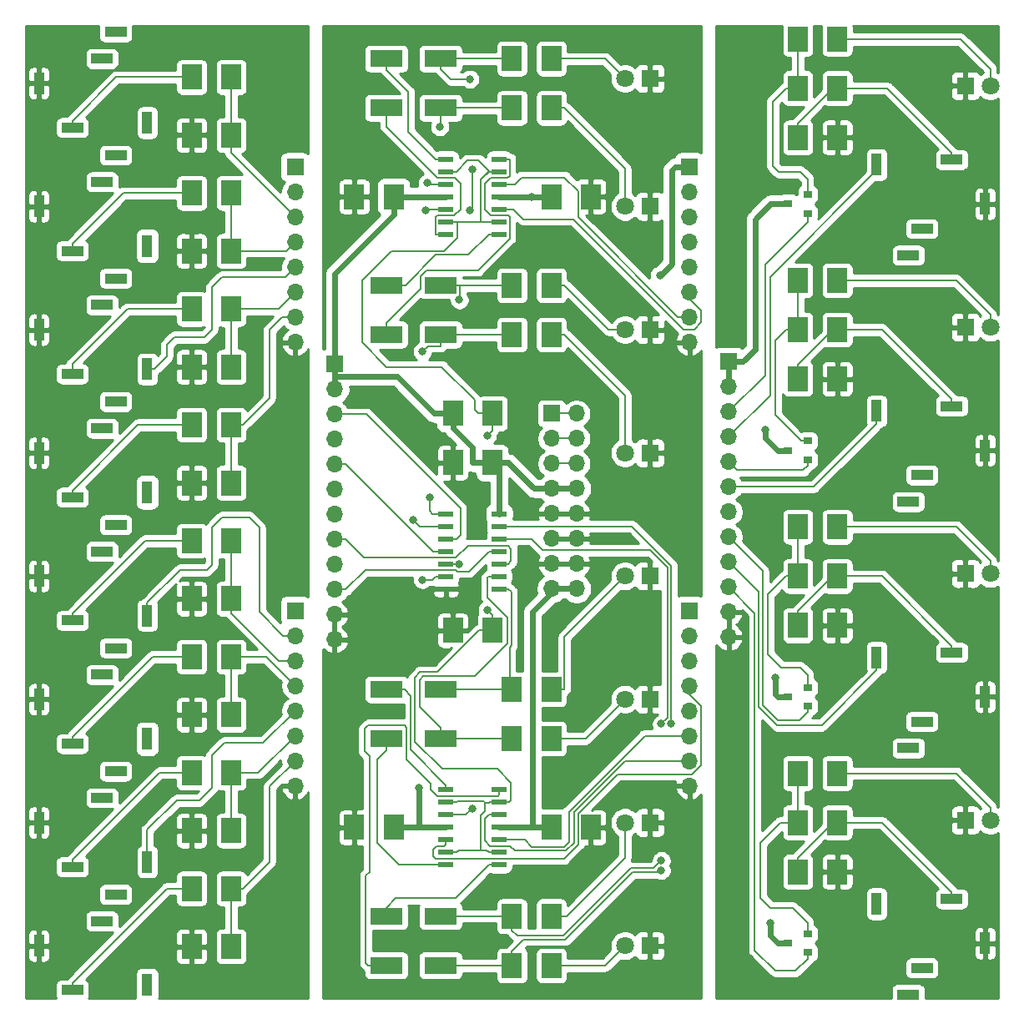
<source format=gbr>
G04 #@! TF.GenerationSoftware,KiCad,Pcbnew,(5.1.5)-3*
G04 #@! TF.CreationDate,2020-08-11T17:07:49-07:00*
G04 #@! TF.ProjectId,OR,4f522e6b-6963-4616-945f-706362585858,rev?*
G04 #@! TF.SameCoordinates,Original*
G04 #@! TF.FileFunction,Copper,L1,Top*
G04 #@! TF.FilePolarity,Positive*
%FSLAX46Y46*%
G04 Gerber Fmt 4.6, Leading zero omitted, Abs format (unit mm)*
G04 Created by KiCad (PCBNEW (5.1.5)-3) date 2020-08-11 17:07:49*
%MOMM*%
%LPD*%
G04 APERTURE LIST*
%ADD10R,1.500000X0.600000*%
%ADD11R,1.800000X1.800000*%
%ADD12C,1.800000*%
%ADD13R,1.000000X2.200000*%
%ADD14R,2.200000X1.000000*%
%ADD15O,1.700000X1.700000*%
%ADD16R,1.700000X1.700000*%
%ADD17R,2.000000X2.500000*%
%ADD18R,3.300000X1.700000*%
%ADD19R,0.900000X0.800000*%
%ADD20C,0.800000*%
%ADD21C,0.600000*%
%ADD22C,0.200000*%
%ADD23C,0.254000*%
G04 APERTURE END LIST*
D10*
X48700000Y-78190000D03*
X48700000Y-79460000D03*
X48700000Y-80730000D03*
X48700000Y-82000000D03*
X48700000Y-83270000D03*
X48700000Y-84540000D03*
X48700000Y-85810000D03*
X43300000Y-85810000D03*
X43300000Y-84540000D03*
X43300000Y-83270000D03*
X43300000Y-82000000D03*
X43300000Y-80730000D03*
X43300000Y-79460000D03*
X43300000Y-78190000D03*
X43300000Y-14190000D03*
X43300000Y-15460000D03*
X43300000Y-16730000D03*
X43300000Y-18000000D03*
X43300000Y-19270000D03*
X43300000Y-20540000D03*
X43300000Y-21810000D03*
X48700000Y-21810000D03*
X48700000Y-20540000D03*
X48700000Y-19270000D03*
X48700000Y-18000000D03*
X48700000Y-16730000D03*
X48700000Y-15460000D03*
X48700000Y-14190000D03*
D11*
X64000000Y-6014700D03*
D12*
X61460000Y-6014700D03*
D11*
X64000000Y-19000000D03*
D12*
X61460000Y-19000000D03*
X61460000Y-31500000D03*
D11*
X64000000Y-31500000D03*
D12*
X61460000Y-44000000D03*
D11*
X64000000Y-44000000D03*
X64000000Y-56500000D03*
D12*
X61460000Y-56500000D03*
X61460000Y-69000000D03*
D11*
X64000000Y-69000000D03*
D12*
X61460000Y-81500000D03*
D11*
X64000000Y-81500000D03*
D12*
X61460000Y-94000000D03*
D11*
X64000000Y-94000000D03*
X96000000Y-6750000D03*
D12*
X98540000Y-6750000D03*
D11*
X96000000Y-31250000D03*
D12*
X98540000Y-31250000D03*
X98540000Y-56250000D03*
D11*
X96000000Y-56250000D03*
X96000000Y-81250000D03*
D12*
X98540000Y-81250000D03*
D13*
X2000000Y-6500000D03*
D14*
X5400000Y-11000000D03*
D13*
X13000000Y-10500000D03*
D14*
X8400000Y-4000000D03*
X9800000Y-1300000D03*
X9800000Y-13800000D03*
X8400000Y-16500000D03*
D13*
X13000000Y-23000000D03*
D14*
X5400000Y-23500000D03*
D13*
X2000000Y-19000000D03*
X2000000Y-31500000D03*
D14*
X5400000Y-36000000D03*
D13*
X13000000Y-35500000D03*
D14*
X8400000Y-29000000D03*
X9800000Y-26300000D03*
X9800000Y-38800000D03*
X8400000Y-41500000D03*
D13*
X13000000Y-48000000D03*
D14*
X5400000Y-48500000D03*
D13*
X2000000Y-44000000D03*
D14*
X9800000Y-51300000D03*
X8400000Y-54000000D03*
D13*
X13000000Y-60500000D03*
D14*
X5400000Y-61000000D03*
D13*
X2000000Y-56500000D03*
X2000000Y-69000000D03*
D14*
X5400000Y-73500000D03*
D13*
X13000000Y-73000000D03*
D14*
X8400000Y-66500000D03*
X9800000Y-63800000D03*
D13*
X2000000Y-81500000D03*
D14*
X5400000Y-86000000D03*
D13*
X13000000Y-85500000D03*
D14*
X8400000Y-79000000D03*
X9800000Y-76300000D03*
X9800000Y-88800000D03*
X8400000Y-91500000D03*
D13*
X13000000Y-98000000D03*
D14*
X5400000Y-98500000D03*
D13*
X2000000Y-94000000D03*
D15*
X28000000Y-32780000D03*
X28000000Y-30240000D03*
X28000000Y-27700000D03*
X28000000Y-25160000D03*
X28000000Y-22620000D03*
X28000000Y-20080000D03*
X28000000Y-17540000D03*
D16*
X28000000Y-15000000D03*
D15*
X28000000Y-77780000D03*
X28000000Y-75240000D03*
X28000000Y-72700000D03*
X28000000Y-70160000D03*
X28000000Y-67620000D03*
X28000000Y-65080000D03*
X28000000Y-62540000D03*
D16*
X28000000Y-60000000D03*
X68000000Y-15000000D03*
D15*
X68000000Y-17540000D03*
X68000000Y-20080000D03*
X68000000Y-22620000D03*
X68000000Y-25160000D03*
X68000000Y-27700000D03*
X68000000Y-30240000D03*
X68000000Y-32780000D03*
D16*
X68000000Y-60000000D03*
D15*
X68000000Y-62540000D03*
X68000000Y-65080000D03*
X68000000Y-67620000D03*
X68000000Y-70160000D03*
X68000000Y-72700000D03*
X68000000Y-75240000D03*
X68000000Y-77780000D03*
X56540000Y-57780000D03*
X54000000Y-57780000D03*
X56540000Y-55240000D03*
X54000000Y-55240000D03*
X56540000Y-52700000D03*
X54000000Y-52700000D03*
X56540000Y-50160000D03*
X54000000Y-50160000D03*
X56540000Y-47620000D03*
X54000000Y-47620000D03*
X56540000Y-45080000D03*
X54000000Y-45080000D03*
X56540000Y-42540000D03*
X54000000Y-42540000D03*
X56540000Y-40000000D03*
D16*
X54000000Y-40000000D03*
D15*
X32000000Y-62940000D03*
X32000000Y-60400000D03*
X32000000Y-57860000D03*
X32000000Y-55320000D03*
X32000000Y-52780000D03*
X32000000Y-50240000D03*
X32000000Y-47700000D03*
X32000000Y-45160000D03*
X32000000Y-42620000D03*
X32000000Y-40080000D03*
X32000000Y-37540000D03*
D16*
X32000000Y-35000000D03*
X72000000Y-34750000D03*
D15*
X72000000Y-37290000D03*
X72000000Y-39830000D03*
X72000000Y-42370000D03*
X72000000Y-44910000D03*
X72000000Y-47450000D03*
X72000000Y-49990000D03*
X72000000Y-52530000D03*
X72000000Y-55070000D03*
X72000000Y-57610000D03*
X72000000Y-60150000D03*
X72000000Y-62690000D03*
D13*
X98000000Y-18750000D03*
D14*
X94600000Y-14250000D03*
D13*
X87000000Y-14750000D03*
D14*
X91600000Y-21250000D03*
X90200000Y-23950000D03*
X90200000Y-48950000D03*
X91600000Y-46250000D03*
D13*
X87000000Y-39750000D03*
D14*
X94600000Y-39250000D03*
D13*
X98000000Y-43750000D03*
D14*
X90200000Y-73950000D03*
X91600000Y-71250000D03*
D13*
X87000000Y-64750000D03*
D14*
X94600000Y-64250000D03*
D13*
X98000000Y-68750000D03*
X98000000Y-93750000D03*
D14*
X94600000Y-89250000D03*
D13*
X87000000Y-89750000D03*
D14*
X91600000Y-96250000D03*
X90200000Y-98950000D03*
D17*
X44000000Y-45000000D03*
X48000000Y-45000000D03*
X38000000Y-18000000D03*
X34000000Y-18000000D03*
X58000000Y-18000000D03*
X54000000Y-18000000D03*
X34000000Y-82000000D03*
X38000000Y-82000000D03*
X58000000Y-82000000D03*
X54000000Y-82000000D03*
D18*
X37250000Y-68000000D03*
X42750000Y-68000000D03*
X37250000Y-73000000D03*
X42750000Y-73000000D03*
X42750000Y-91000000D03*
X37250000Y-91000000D03*
X37250000Y-96000000D03*
X42750000Y-96000000D03*
X42750000Y-4000000D03*
X37250000Y-4000000D03*
X42750000Y-9000000D03*
X37250000Y-9000000D03*
X42750000Y-27000000D03*
X37250000Y-27000000D03*
X37250000Y-32000000D03*
X42750000Y-32000000D03*
D19*
X80000000Y-19700000D03*
X80000000Y-17800000D03*
X78000000Y-18750000D03*
X78000000Y-43750000D03*
X80000000Y-42800000D03*
X80000000Y-44700000D03*
X80000000Y-69700000D03*
X80000000Y-67800000D03*
X78000000Y-68750000D03*
X78000000Y-93750000D03*
X80000000Y-92800000D03*
X80000000Y-94700000D03*
D17*
X21500000Y-5880000D03*
X17500000Y-5880000D03*
X17500000Y-11760000D03*
X21500000Y-11760000D03*
X17500000Y-17640000D03*
X21500000Y-17640000D03*
X21500000Y-23520000D03*
X17500000Y-23520000D03*
X17500000Y-29400000D03*
X21500000Y-29400000D03*
X21500000Y-35280000D03*
X17500000Y-35280000D03*
X17500000Y-41160000D03*
X21500000Y-41160000D03*
X21500000Y-47040000D03*
X17500000Y-47040000D03*
X21500000Y-52920000D03*
X17500000Y-52920000D03*
X17500000Y-58800000D03*
X21500000Y-58800000D03*
X17500000Y-64680000D03*
X21500000Y-64680000D03*
X21500000Y-70560000D03*
X17500000Y-70560000D03*
X21500000Y-76440000D03*
X17500000Y-76440000D03*
X21500000Y-82320000D03*
X17500000Y-82320000D03*
X17500000Y-88200000D03*
X21500000Y-88200000D03*
X21500000Y-94080000D03*
X17500000Y-94080000D03*
X44000000Y-40000000D03*
X48000000Y-40000000D03*
X44000000Y-62000000D03*
X48000000Y-62000000D03*
X50000000Y-68000000D03*
X54000000Y-68000000D03*
X54000000Y-73000000D03*
X50000000Y-73000000D03*
X50000000Y-91000000D03*
X54000000Y-91000000D03*
X54000000Y-96000000D03*
X50000000Y-96000000D03*
X50000000Y-4000000D03*
X54000000Y-4000000D03*
X54000000Y-9000000D03*
X50000000Y-9000000D03*
X50000000Y-27000000D03*
X54000000Y-27000000D03*
X54000000Y-32000000D03*
X50000000Y-32000000D03*
X79000000Y-7000000D03*
X83000000Y-7000000D03*
X83000000Y-31500000D03*
X79000000Y-31500000D03*
X79000000Y-56500000D03*
X83000000Y-56500000D03*
X83000000Y-81500000D03*
X79000000Y-81500000D03*
X79000000Y-12000000D03*
X83000000Y-12000000D03*
X79000000Y-2000000D03*
X83000000Y-2000000D03*
X79000000Y-36500000D03*
X83000000Y-36500000D03*
X83000000Y-26500000D03*
X79000000Y-26500000D03*
X79000000Y-61500000D03*
X83000000Y-61500000D03*
X79000000Y-51500000D03*
X83000000Y-51500000D03*
X83000000Y-86500000D03*
X79000000Y-86500000D03*
X83000000Y-76500000D03*
X79000000Y-76500000D03*
D10*
X48700000Y-50190000D03*
X48700000Y-51460000D03*
X48700000Y-52730000D03*
X48700000Y-54000000D03*
X48700000Y-55270000D03*
X48700000Y-56540000D03*
X48700000Y-57810000D03*
X43300000Y-57810000D03*
X43300000Y-56540000D03*
X43300000Y-55270000D03*
X43300000Y-54000000D03*
X43300000Y-52730000D03*
X43300000Y-51460000D03*
X43300000Y-50190000D03*
D20*
X51958200Y-17999970D03*
X71500000Y-97000000D03*
X73000000Y-98500000D03*
X71500000Y-98500000D03*
X97000000Y-98500000D03*
X98500000Y-97000000D03*
X98500000Y-98500000D03*
X97000000Y-1500000D03*
X98500000Y-3000000D03*
X98500000Y-1500000D03*
X71500000Y-3000000D03*
X73000000Y-1500000D03*
X71500000Y-1500000D03*
X41396915Y-16637000D03*
X41275000Y-19364012D03*
X45974000Y-80064800D03*
X40596200Y-78007000D03*
X65024000Y-26035016D03*
X68500000Y-1500000D03*
X67000000Y-1500000D03*
X68500000Y-3000000D03*
X31500000Y-1500000D03*
X33000000Y-1500000D03*
X31500000Y-3000000D03*
X68500000Y-97000000D03*
X68500000Y-98500000D03*
X67000000Y-98500000D03*
X31500000Y-97000000D03*
X31500000Y-98500000D03*
X33000000Y-98500000D03*
X46000000Y-52000000D03*
X46000000Y-49000000D03*
X46000000Y-58000000D03*
X46000000Y-36000000D03*
X46000000Y-34000000D03*
X52000000Y-13000000D03*
X54000000Y-13000000D03*
X34000000Y-38000000D03*
X1500000Y-97000000D03*
X3000000Y-98500000D03*
X1500000Y-98500000D03*
X27000000Y-98500000D03*
X28500000Y-97000000D03*
X28500000Y-98500000D03*
X28500000Y-3000000D03*
X27000000Y-1500000D03*
X28500000Y-1500000D03*
X3000000Y-1500000D03*
X1500000Y-3000000D03*
X1500000Y-1500000D03*
X76200000Y-91694000D03*
X76708000Y-66802000D03*
X75692000Y-41656000D03*
X65151000Y-71501000D03*
X65151000Y-85359997D03*
X65151000Y-86360000D03*
X66167000Y-71501000D03*
X41656000Y-48514000D03*
X45720000Y-6096000D03*
X45974000Y-15240000D03*
X45720000Y-19431000D03*
X42672000Y-10922000D03*
X40005000Y-50800000D03*
X44653800Y-55270000D03*
X44653800Y-28479700D03*
X40908200Y-56856000D03*
X40908200Y-33716800D03*
X47485800Y-59927100D03*
X47485800Y-42227500D03*
D21*
X52099700Y-82000000D02*
X48700000Y-82000000D01*
X53049900Y-82000000D02*
X52099700Y-82000000D01*
X54000000Y-82000000D02*
X53049900Y-82000000D01*
X54450100Y-57780000D02*
X52099700Y-60130400D01*
X52099700Y-60130400D02*
X52099700Y-82000000D01*
X54450100Y-57780000D02*
X56540000Y-57780000D01*
X54000000Y-57780000D02*
X54450100Y-57780000D01*
X51958200Y-18000000D02*
X48700000Y-18000000D01*
X52099700Y-18000000D02*
X51958200Y-18000000D01*
X54000000Y-18000000D02*
X52099700Y-18000000D01*
X51958200Y-18000000D02*
X51958200Y-17999970D01*
D22*
X54000000Y-4000000D02*
X59445300Y-4000000D01*
X59445300Y-4000000D02*
X61460000Y-6014700D01*
X54000000Y-9000000D02*
X55300300Y-9000000D01*
X55300300Y-9000000D02*
X61460000Y-15159700D01*
X61460000Y-15159700D02*
X61460000Y-19000000D01*
X54000000Y-27000000D02*
X55300300Y-27000000D01*
X55300300Y-27000000D02*
X59800300Y-31500000D01*
X59800300Y-31500000D02*
X61460000Y-31500000D01*
X54000000Y-32000000D02*
X55300300Y-32000000D01*
X55300300Y-32000000D02*
X61460000Y-38159700D01*
X61460000Y-38159700D02*
X61460000Y-44000000D01*
X54000000Y-68000000D02*
X55300300Y-68000000D01*
X55300300Y-68000000D02*
X55300300Y-62659700D01*
X55300300Y-62659700D02*
X61460000Y-56500000D01*
X54000000Y-73000000D02*
X57460000Y-73000000D01*
X57460000Y-73000000D02*
X61460000Y-69000000D01*
X61468000Y-81508000D02*
X61460000Y-81500000D01*
X61468000Y-85090000D02*
X61468000Y-81508000D01*
X54000000Y-91000000D02*
X55558000Y-91000000D01*
X55558000Y-91000000D02*
X61468000Y-85090000D01*
X54000000Y-96000000D02*
X59460000Y-96000000D01*
X59460000Y-96000000D02*
X61460000Y-94000000D01*
X83000000Y-2000000D02*
X84200000Y-2000000D01*
X84200000Y-2000000D02*
X84232000Y-2032000D01*
X84232000Y-2032000D02*
X95504000Y-2032000D01*
X95504000Y-2032000D02*
X98540000Y-5068000D01*
X98540000Y-5068000D02*
X98540000Y-6750000D01*
X83000000Y-26500000D02*
X95062800Y-26500000D01*
X95062800Y-26500000D02*
X98540000Y-29977200D01*
X98540000Y-29977200D02*
X98540000Y-31250000D01*
X83000000Y-51500000D02*
X95062800Y-51500000D01*
X95062800Y-51500000D02*
X98540000Y-54977200D01*
X98540000Y-54977200D02*
X98540000Y-56250000D01*
X83000000Y-76500000D02*
X95062800Y-76500000D01*
X95062800Y-76500000D02*
X98540000Y-79977200D01*
X98540000Y-79977200D02*
X98540000Y-81250000D01*
X5400000Y-11000000D02*
X5400000Y-10300000D01*
X5400000Y-10300000D02*
X9820000Y-5880000D01*
X9820000Y-5880000D02*
X17500000Y-5880000D01*
X5400000Y-23500000D02*
X5400000Y-22800000D01*
X5400000Y-22800000D02*
X10560000Y-17640000D01*
X10560000Y-17640000D02*
X17500000Y-17640000D01*
X5400000Y-36000000D02*
X5400000Y-34986000D01*
X5400000Y-34986000D02*
X10986000Y-29400000D01*
X10986000Y-29400000D02*
X17500000Y-29400000D01*
X13000000Y-35500000D02*
X13700000Y-35500000D01*
X13700000Y-35500000D02*
X14986000Y-34214000D01*
X14986000Y-34214000D02*
X14986000Y-33020000D01*
X14986000Y-33020000D02*
X15748000Y-32258000D01*
X15748000Y-32258000D02*
X18796000Y-32258000D01*
X18796000Y-32258000D02*
X19558000Y-31496000D01*
X19558000Y-31496000D02*
X19558000Y-27178000D01*
X19558000Y-27178000D02*
X20574000Y-26162000D01*
X20574000Y-26162000D02*
X26998000Y-26162000D01*
X26998000Y-26162000D02*
X28000000Y-25160000D01*
X5400000Y-48500000D02*
X5400000Y-47800000D01*
X5400000Y-47800000D02*
X12040000Y-41160000D01*
X12040000Y-41160000D02*
X17500000Y-41160000D01*
X13000000Y-60500000D02*
X13000000Y-59200000D01*
X13000000Y-59200000D02*
X16320000Y-55880000D01*
X16320000Y-55880000D02*
X19050000Y-55880000D01*
X19050000Y-55880000D02*
X19558000Y-55372000D01*
X19558000Y-55372000D02*
X19558000Y-51562000D01*
X19558000Y-51562000D02*
X20574000Y-50546000D01*
X20574000Y-50546000D02*
X23368000Y-50546000D01*
X23368000Y-50546000D02*
X24384000Y-51562000D01*
X24384000Y-51562000D02*
X24384000Y-60126100D01*
X24384000Y-60126100D02*
X26797900Y-62540000D01*
X26797900Y-62540000D02*
X28000000Y-62540000D01*
X5400000Y-61000000D02*
X5400000Y-60300000D01*
X5400000Y-60300000D02*
X12780000Y-52920000D01*
X12780000Y-52920000D02*
X17500000Y-52920000D01*
X5400000Y-73500000D02*
X5400000Y-72800000D01*
X5400000Y-72800000D02*
X13520000Y-64680000D01*
X13520000Y-64680000D02*
X17500000Y-64680000D01*
X5400000Y-86000000D02*
X5400000Y-85300000D01*
X5400000Y-85300000D02*
X14260000Y-76440000D01*
X14260000Y-76440000D02*
X17500000Y-76440000D01*
X13000000Y-85500000D02*
X13000000Y-82250000D01*
X13000000Y-82250000D02*
X16002000Y-79248000D01*
X16002000Y-79248000D02*
X18288000Y-79248000D01*
X18288000Y-79248000D02*
X19558000Y-77978000D01*
X19558000Y-77978000D02*
X19558000Y-74676000D01*
X19558000Y-74676000D02*
X20828000Y-73406000D01*
X20828000Y-73406000D02*
X24754000Y-73406000D01*
X24754000Y-73406000D02*
X28000000Y-70160000D01*
X5400000Y-98500000D02*
X5400000Y-97800000D01*
X5400000Y-97800000D02*
X15000000Y-88200000D01*
X15000000Y-88200000D02*
X17500000Y-88200000D01*
X21500000Y-41160000D02*
X22700000Y-41160000D01*
X22700000Y-41160000D02*
X25400000Y-38460000D01*
X25400000Y-38460000D02*
X25400000Y-31496000D01*
X25400000Y-31496000D02*
X26656000Y-30240000D01*
X26656000Y-30240000D02*
X28000000Y-30240000D01*
X21500000Y-47040000D02*
X21500000Y-41160000D01*
X21500000Y-29400000D02*
X26300000Y-29400000D01*
X26300000Y-29400000D02*
X28000000Y-27700000D01*
X21500000Y-29400000D02*
X21500000Y-35280000D01*
X21500000Y-23520000D02*
X27100000Y-23520000D01*
X27100000Y-23520000D02*
X28000000Y-22620000D01*
X21500000Y-17640000D02*
X21500000Y-23520000D01*
X21500000Y-11760000D02*
X21500000Y-13580000D01*
X21500000Y-13580000D02*
X28000000Y-20080000D01*
X21500000Y-5880000D02*
X21500000Y-11760000D01*
X21500000Y-88200000D02*
X22700000Y-88200000D01*
X22700000Y-88200000D02*
X25400000Y-85500000D01*
X25400000Y-85500000D02*
X25400000Y-77840000D01*
X25400000Y-77840000D02*
X28000000Y-75240000D01*
X21500000Y-94080000D02*
X21500000Y-88200000D01*
X21500000Y-76440000D02*
X24260000Y-76440000D01*
X24260000Y-76440000D02*
X28000000Y-72700000D01*
X21500000Y-82320000D02*
X21500000Y-76440000D01*
X28000000Y-67620000D02*
X25060000Y-64680000D01*
X25060000Y-64680000D02*
X21500000Y-64680000D01*
X21500000Y-70560000D02*
X21500000Y-64680000D01*
X21500000Y-58800000D02*
X21500000Y-60250000D01*
X21500000Y-60250000D02*
X26330000Y-65080000D01*
X26330000Y-65080000D02*
X28000000Y-65080000D01*
X21500000Y-52920000D02*
X21500000Y-58800000D01*
X41489915Y-16730000D02*
X41396915Y-16637000D01*
X43300000Y-16730000D02*
X41489915Y-16730000D01*
X43300000Y-19270000D02*
X41369012Y-19270000D01*
X41369012Y-19270000D02*
X41275000Y-19364012D01*
X50150000Y-19270000D02*
X48700000Y-19270000D01*
X51183500Y-20303500D02*
X50150000Y-19270000D01*
X67424700Y-31496000D02*
X56232200Y-20303500D01*
X68000000Y-27700000D02*
X68000000Y-28342350D01*
X68000000Y-28342350D02*
X69215000Y-29557350D01*
X69215000Y-29557350D02*
X69215000Y-30760400D01*
X69215000Y-30760400D02*
X68479400Y-31496000D01*
X56232200Y-20303500D02*
X51183500Y-20303500D01*
X68479400Y-31496000D02*
X67424700Y-31496000D01*
X68000000Y-30240000D02*
X66849700Y-30240000D01*
X66849700Y-30240000D02*
X56699600Y-20089900D01*
X56699600Y-20089900D02*
X56699600Y-17419300D01*
X56699600Y-17419300D02*
X55329900Y-16049600D01*
X55329900Y-16049600D02*
X50969600Y-16049600D01*
X50969600Y-16049600D02*
X50289200Y-16730000D01*
X50289200Y-16730000D02*
X48700000Y-16730000D01*
X45574001Y-80464799D02*
X45974000Y-80064800D01*
X45308800Y-80730000D02*
X45574001Y-80464799D01*
X43300000Y-80730000D02*
X45308800Y-80730000D01*
X43300000Y-83700000D02*
X43300000Y-83270000D01*
X43060001Y-83939999D02*
X43300000Y-83700000D01*
X42309999Y-83939999D02*
X43060001Y-83939999D01*
X69165100Y-75710800D02*
X68269200Y-76606700D01*
X68000000Y-67620000D02*
X68000000Y-68482700D01*
X69165100Y-69647800D02*
X69165100Y-75710800D01*
X56698700Y-80614500D02*
X56698700Y-83710000D01*
X68269200Y-76606700D02*
X60706500Y-76606700D01*
X42037000Y-84212998D02*
X42309999Y-83939999D01*
X68000000Y-68482700D02*
X69165100Y-69647800D01*
X60706500Y-76606700D02*
X56698700Y-80614500D01*
X56698700Y-83710000D02*
X55265000Y-85143700D01*
X42217700Y-85143700D02*
X42037000Y-84963000D01*
X55265000Y-85143700D02*
X42217700Y-85143700D01*
X42037000Y-84963000D02*
X42037000Y-84212998D01*
X68000000Y-72700000D02*
X63472200Y-72700000D01*
X63472200Y-72700000D02*
X55767700Y-80404500D01*
X55767700Y-80404500D02*
X55767700Y-83506300D01*
X55767700Y-83506300D02*
X55313400Y-83960600D01*
X55313400Y-83960600D02*
X51964000Y-83960600D01*
X51964000Y-83960600D02*
X51273400Y-83270000D01*
X51273400Y-83270000D02*
X48700000Y-83270000D01*
X66849700Y-75240000D02*
X66849700Y-75240100D01*
X66849700Y-75240100D02*
X61506800Y-75240100D01*
X61506800Y-75240100D02*
X56297100Y-80449800D01*
X56297100Y-80449800D02*
X56297100Y-83543000D01*
X56297100Y-83543000D02*
X55479200Y-84360900D01*
X55479200Y-84360900D02*
X50308300Y-84360900D01*
X50308300Y-84360900D02*
X49817700Y-83870300D01*
X49817700Y-83870300D02*
X47771900Y-83870300D01*
X47771900Y-83870300D02*
X47249600Y-83348000D01*
X47249600Y-83348000D02*
X47249600Y-81130100D01*
X47249600Y-81130100D02*
X47649700Y-80730000D01*
X68000000Y-75240000D02*
X66849700Y-75240000D01*
X48700000Y-80730000D02*
X47649700Y-80730000D01*
X54000000Y-45080000D02*
X56540000Y-45080000D01*
X54000000Y-42540000D02*
X56540000Y-42540000D01*
X54000000Y-40000000D02*
X56540000Y-40000000D01*
X48700000Y-54000000D02*
X47649700Y-54000000D01*
X32000000Y-57860000D02*
X33150300Y-57860000D01*
X33150300Y-57860000D02*
X35105300Y-55905000D01*
X35105300Y-55905000D02*
X44298300Y-55905000D01*
X44298300Y-55905000D02*
X44421100Y-56027800D01*
X44421100Y-56027800D02*
X45621900Y-56027800D01*
X45621900Y-56027800D02*
X47649700Y-54000000D01*
X33150300Y-52780000D02*
X32000000Y-52780000D01*
X34992300Y-54622000D02*
X33150300Y-52780000D01*
X44298000Y-54622000D02*
X34992300Y-54622000D01*
X49632000Y-55270000D02*
X49911000Y-54991000D01*
X48700000Y-55270000D02*
X49632000Y-55270000D01*
X49582900Y-53399600D02*
X45520400Y-53399600D01*
X49911000Y-54991000D02*
X49911000Y-53727700D01*
X45520400Y-53399600D02*
X44298000Y-54622000D01*
X49911000Y-53727700D02*
X49582900Y-53399600D01*
X43300000Y-54000000D02*
X41990300Y-54000000D01*
X41990300Y-54000000D02*
X33150300Y-45160000D01*
X32000000Y-45160000D02*
X33150300Y-45160000D01*
X43300000Y-52730000D02*
X44350300Y-52730000D01*
X32000000Y-40080000D02*
X35239000Y-40080000D01*
X35239000Y-40080000D02*
X44754600Y-49595600D01*
X44754600Y-49595600D02*
X44754600Y-52325700D01*
X44754600Y-52325700D02*
X44350300Y-52730000D01*
X72000000Y-39830000D02*
X75692000Y-36138000D01*
X75692000Y-36138000D02*
X75692000Y-24892000D01*
X75692000Y-24892000D02*
X80000000Y-20584000D01*
X80000000Y-20584000D02*
X80000000Y-19700000D01*
X72000000Y-42370000D02*
X76200000Y-38170000D01*
X76200000Y-38170000D02*
X76200000Y-26150000D01*
X76200000Y-26150000D02*
X87000000Y-15350000D01*
X87000000Y-15350000D02*
X87000000Y-14750000D01*
X72000000Y-44910000D02*
X72850000Y-45760000D01*
X72850000Y-45760000D02*
X79540000Y-45760000D01*
X79540000Y-45760000D02*
X80000000Y-45300000D01*
X80000000Y-45300000D02*
X80000000Y-44700000D01*
X72000000Y-47450000D02*
X80600000Y-47450000D01*
X80600000Y-47450000D02*
X87000000Y-41050000D01*
X87000000Y-41050000D02*
X87000000Y-39750000D01*
X72000000Y-52530000D02*
X75438000Y-55968000D01*
X75438000Y-55968000D02*
X75438000Y-69596000D01*
X75438000Y-69596000D02*
X76962000Y-71120000D01*
X76962000Y-71120000D02*
X79180000Y-71120000D01*
X79180000Y-71120000D02*
X80000000Y-70300000D01*
X80000000Y-70300000D02*
X80000000Y-69700000D01*
X72000000Y-55070000D02*
X75038000Y-58108000D01*
X75038000Y-58108000D02*
X75038000Y-69761700D01*
X75038000Y-69761700D02*
X76904300Y-71628000D01*
X76904300Y-71628000D02*
X81422000Y-71628000D01*
X81422000Y-71628000D02*
X87000000Y-66050000D01*
X87000000Y-66050000D02*
X87000000Y-64750000D01*
X72000000Y-57610000D02*
X74638000Y-60248000D01*
X74638000Y-60248000D02*
X74638000Y-94450000D01*
X74638000Y-94450000D02*
X76708000Y-96520000D01*
X76708000Y-96520000D02*
X78780000Y-96520000D01*
X78780000Y-96520000D02*
X80000000Y-95300000D01*
X80000000Y-95300000D02*
X80000000Y-94700000D01*
X83000000Y-7000000D02*
X88050000Y-7000000D01*
X88050000Y-7000000D02*
X94600000Y-13550000D01*
X94600000Y-13550000D02*
X94600000Y-14250000D01*
X79000000Y-12000000D02*
X79000000Y-10550000D01*
X79000000Y-10550000D02*
X82550000Y-7000000D01*
X82550000Y-7000000D02*
X83000000Y-7000000D01*
X83000000Y-31500000D02*
X87550000Y-31500000D01*
X87550000Y-31500000D02*
X94600000Y-38550000D01*
X94600000Y-38550000D02*
X94600000Y-39250000D01*
X79000000Y-36500000D02*
X79000000Y-35050000D01*
X79000000Y-35050000D02*
X82550000Y-31500000D01*
X82550000Y-31500000D02*
X83000000Y-31500000D01*
X83000000Y-56500000D02*
X87550000Y-56500000D01*
X87550000Y-56500000D02*
X94600000Y-63550000D01*
X94600000Y-63550000D02*
X94600000Y-64250000D01*
X79000000Y-61500000D02*
X79000000Y-60050000D01*
X79000000Y-60050000D02*
X82550000Y-56500000D01*
X82550000Y-56500000D02*
X83000000Y-56500000D01*
X83000000Y-81500000D02*
X87550000Y-81500000D01*
X87550000Y-81500000D02*
X94600000Y-88550000D01*
X94600000Y-88550000D02*
X94600000Y-89250000D01*
X79000000Y-86500000D02*
X79000000Y-85050000D01*
X79000000Y-85050000D02*
X82550000Y-81500000D01*
X82550000Y-81500000D02*
X83000000Y-81500000D01*
D21*
X40596200Y-81930400D02*
X41580100Y-81930400D01*
X41580100Y-81930400D02*
X41649700Y-82000000D01*
X38000000Y-81930400D02*
X40596200Y-81930400D01*
X40596200Y-78007000D02*
X40596200Y-81930400D01*
X44000000Y-40000000D02*
X42099700Y-40000000D01*
X32000000Y-36270000D02*
X38369700Y-36270000D01*
X38369700Y-36270000D02*
X42099700Y-40000000D01*
X32000000Y-36270000D02*
X32000000Y-37540000D01*
X32000000Y-35000000D02*
X32000000Y-36270000D01*
X43300000Y-82000000D02*
X41649700Y-82000000D01*
X38000000Y-82000000D02*
X38000000Y-81930400D01*
X54000000Y-47620000D02*
X52249700Y-47620000D01*
X54000000Y-47620000D02*
X56540000Y-47620000D01*
X49900300Y-45270600D02*
X52249700Y-47620000D01*
X48000000Y-45000000D02*
X49629700Y-45000000D01*
X49629700Y-45000000D02*
X49900300Y-45270600D01*
X48000000Y-45000000D02*
X45974000Y-45000000D01*
X45974000Y-45000000D02*
X45974000Y-43405400D01*
X44224600Y-41656000D02*
X44196000Y-41656000D01*
X45974000Y-43405400D02*
X44224600Y-41656000D01*
X44000000Y-41460000D02*
X44000000Y-40000000D01*
X44196000Y-41656000D02*
X44000000Y-41460000D01*
X48700000Y-45000000D02*
X48700000Y-50190000D01*
X52249700Y-47620000D02*
X49629700Y-45000000D01*
X49629700Y-45000000D02*
X48700000Y-45000000D01*
X66249999Y-15300001D02*
X66249999Y-24809017D01*
X68000000Y-15000000D02*
X66550000Y-15000000D01*
X66550000Y-15000000D02*
X66249999Y-15300001D01*
X65423999Y-25635017D02*
X65024000Y-26035016D01*
X66249999Y-24809017D02*
X65423999Y-25635017D01*
X38000000Y-19850000D02*
X38000000Y-18000000D01*
X32004000Y-25846000D02*
X38000000Y-19850000D01*
X32000000Y-35000000D02*
X32004000Y-34996000D01*
X32004000Y-34996000D02*
X32004000Y-25846000D01*
X39600000Y-18000000D02*
X38000000Y-18000000D01*
X43300000Y-18000000D02*
X39600000Y-18000000D01*
X76200000Y-91694000D02*
X76200000Y-93000000D01*
X76200000Y-93000000D02*
X76950000Y-93750000D01*
X76950000Y-93750000D02*
X78000000Y-93750000D01*
X76708000Y-66802000D02*
X76708000Y-68508000D01*
X76708000Y-68508000D02*
X76950000Y-68750000D01*
X76950000Y-68750000D02*
X78000000Y-68750000D01*
X78000000Y-43750000D02*
X76950000Y-43750000D01*
X76950000Y-43750000D02*
X75692000Y-42492000D01*
X75692000Y-42492000D02*
X75692000Y-41656000D01*
X72000000Y-34750000D02*
X73450000Y-34750000D01*
X73450000Y-34750000D02*
X74692000Y-33508000D01*
X74692000Y-33508000D02*
X74692000Y-20304000D01*
X74692000Y-20304000D02*
X76246000Y-18750000D01*
X76246000Y-18750000D02*
X78000000Y-18750000D01*
X72000000Y-37290000D02*
X72000000Y-34750000D01*
D22*
X37250000Y-68000000D02*
X39100000Y-68000000D01*
X39100000Y-68000000D02*
X39731989Y-68631989D01*
X43300000Y-77690000D02*
X43300000Y-78190000D01*
X39731989Y-74121989D02*
X43300000Y-77690000D01*
X39731989Y-68631989D02*
X39731989Y-74121989D01*
X49750300Y-68000000D02*
X50000000Y-68000000D01*
X42750000Y-68000000D02*
X49750300Y-68000000D01*
X49750300Y-68000000D02*
X49750300Y-63718400D01*
X49750300Y-63718400D02*
X49930011Y-63538689D01*
X49930011Y-58090011D02*
X49650000Y-57810000D01*
X49650000Y-57810000D02*
X48700000Y-57810000D01*
X49930011Y-63538689D02*
X49930011Y-58090011D01*
X37250000Y-73000000D02*
X37250000Y-74150300D01*
X37250000Y-74150300D02*
X36299600Y-75100700D01*
X36299600Y-75100700D02*
X36299600Y-83598500D01*
X36299600Y-83598500D02*
X38511100Y-85810000D01*
X38511100Y-85810000D02*
X43300000Y-85810000D01*
X50000000Y-73000000D02*
X42750000Y-73000000D01*
X47600000Y-56540000D02*
X48700000Y-56540000D01*
X47498000Y-58686600D02*
X47498000Y-56642000D01*
X49530000Y-60718600D02*
X47498000Y-58686600D01*
X42750000Y-71849700D02*
X40640000Y-69739700D01*
X40640000Y-69739700D02*
X40640000Y-67049050D01*
X42750000Y-73000000D02*
X42750000Y-71849700D01*
X47498000Y-56642000D02*
X47600000Y-56540000D01*
X46228000Y-66675000D02*
X49530000Y-63373000D01*
X41014050Y-66675000D02*
X46228000Y-66675000D01*
X49530000Y-63373000D02*
X49530000Y-60718600D01*
X40640000Y-67049050D02*
X41014050Y-66675000D01*
X42750000Y-91000000D02*
X50000000Y-91000000D01*
X64029800Y-53869800D02*
X65766989Y-55606989D01*
X53103300Y-53869800D02*
X64029800Y-53869800D01*
X51963500Y-52730000D02*
X53103300Y-53869800D01*
X65766989Y-55606989D02*
X65766989Y-58839689D01*
X48700000Y-52730000D02*
X51963500Y-52730000D01*
X55245000Y-92964000D02*
X50514000Y-92964000D01*
X50514000Y-92964000D02*
X50000000Y-92450000D01*
X50000000Y-92450000D02*
X50000000Y-91000000D01*
X65766989Y-58839689D02*
X65766989Y-70885011D01*
X65766989Y-70885011D02*
X65151000Y-71501000D01*
X62064310Y-86144690D02*
X61722000Y-86487000D01*
X64366307Y-86144690D02*
X62064310Y-86144690D01*
X65151000Y-85359997D02*
X64366307Y-86144690D01*
X61829989Y-86379011D02*
X61722000Y-86487000D01*
X61722000Y-86487000D02*
X55245000Y-92964000D01*
X47649700Y-85810000D02*
X48700000Y-85810000D01*
X38227000Y-89154000D02*
X44305700Y-89154000D01*
X44305700Y-89154000D02*
X47649700Y-85810000D01*
X37250000Y-91000000D02*
X37250000Y-90131000D01*
X37250000Y-90131000D02*
X38227000Y-89154000D01*
X41755300Y-77543000D02*
X39331978Y-75119678D01*
X39116000Y-71628000D02*
X35433000Y-71628000D01*
X35052000Y-72009000D02*
X35052000Y-74293300D01*
X35433000Y-71628000D02*
X35052000Y-72009000D01*
X39331978Y-71843978D02*
X39116000Y-71628000D01*
X42394700Y-78790300D02*
X41755300Y-78150900D01*
X41755300Y-78150900D02*
X41755300Y-77543000D01*
X35400000Y-96000000D02*
X37250000Y-96000000D01*
X35052000Y-74293300D02*
X35560000Y-74801300D01*
X35560000Y-74801300D02*
X35560000Y-86490400D01*
X35179000Y-86871400D02*
X35179000Y-95779000D01*
X35179000Y-95779000D02*
X35400000Y-96000000D01*
X35560000Y-86490400D02*
X35179000Y-86871400D01*
X48599700Y-78790300D02*
X42394700Y-78790300D01*
X39331978Y-75119678D02*
X39331978Y-71843978D01*
X48700000Y-78190000D02*
X48700000Y-78690000D01*
X48700000Y-78690000D02*
X48599700Y-78790300D01*
X42750000Y-96000000D02*
X50000000Y-96000000D01*
X64966300Y-86544700D02*
X65151000Y-86360000D01*
X50000000Y-94550000D02*
X51185989Y-93364011D01*
X50000000Y-96000000D02*
X50000000Y-94550000D01*
X51185989Y-93364011D02*
X55410689Y-93364011D01*
X55410689Y-93364011D02*
X62230000Y-86544700D01*
X62230000Y-86544700D02*
X64966300Y-86544700D01*
X62185700Y-51460000D02*
X66167000Y-55441300D01*
X66167000Y-70935315D02*
X66167000Y-71501000D01*
X66167000Y-55441300D02*
X66167000Y-70935315D01*
X48700000Y-51460000D02*
X62185700Y-51460000D01*
X50000000Y-4000000D02*
X42750000Y-4000000D01*
X43300000Y-50190000D02*
X41935000Y-50190000D01*
X41935000Y-50190000D02*
X41656000Y-49911000D01*
X41656000Y-49911000D02*
X41656000Y-48514000D01*
X43796000Y-6096000D02*
X45720000Y-6096000D01*
X42750000Y-4000000D02*
X42750000Y-5050000D01*
X42750000Y-5050000D02*
X43796000Y-6096000D01*
X45974000Y-15240000D02*
X45974000Y-19177000D01*
X45974000Y-19177000D02*
X45720000Y-19431000D01*
X42249700Y-14190000D02*
X43300000Y-14190000D01*
X39497000Y-11437300D02*
X42249700Y-14190000D01*
X39497000Y-7397300D02*
X39497000Y-11437300D01*
X37250000Y-4000000D02*
X37250000Y-5150300D01*
X37250000Y-5150300D02*
X39497000Y-7397300D01*
X50000000Y-9000000D02*
X42750000Y-9000000D01*
X42750000Y-9000000D02*
X42750000Y-10844000D01*
X42750000Y-10844000D02*
X42672000Y-10922000D01*
X40665000Y-51460000D02*
X43300000Y-51460000D01*
X40005000Y-50800000D02*
X40665000Y-51460000D01*
X43300000Y-21810000D02*
X42249700Y-21810000D01*
X37250000Y-9000000D02*
X37250000Y-10909500D01*
X37250000Y-10909500D02*
X42400900Y-16060400D01*
X42400900Y-16060400D02*
X44163100Y-16060400D01*
X44163100Y-16060400D02*
X44761300Y-16658600D01*
X44761300Y-16658600D02*
X44761300Y-19288900D01*
X44761300Y-19288900D02*
X44153900Y-19896300D01*
X44153900Y-19896300D02*
X42386200Y-19896300D01*
X42386200Y-19896300D02*
X42249700Y-20032800D01*
X42249700Y-20032800D02*
X42249700Y-21810000D01*
X44350300Y-55270000D02*
X44653800Y-55270000D01*
X44700300Y-27000000D02*
X44700300Y-28433200D01*
X44700300Y-28433200D02*
X44653800Y-28479700D01*
X50000000Y-27000000D02*
X44700300Y-27000000D01*
X43300000Y-55270000D02*
X44350300Y-55270000D01*
X42750000Y-27000000D02*
X44700300Y-27000000D01*
X48700000Y-21810000D02*
X47649700Y-21810000D01*
X37250000Y-27000000D02*
X39200300Y-27000000D01*
X39200300Y-27000000D02*
X42293500Y-23906800D01*
X42293500Y-23906800D02*
X45552900Y-23906800D01*
X45552900Y-23906800D02*
X47649700Y-21810000D01*
X48700000Y-14190000D02*
X49750300Y-14190000D01*
X37250000Y-32000000D02*
X37250000Y-30849700D01*
X37250000Y-30849700D02*
X40716700Y-27383000D01*
X40716700Y-27383000D02*
X40716700Y-26049900D01*
X40716700Y-26049900D02*
X41317000Y-25449600D01*
X41317000Y-25449600D02*
X46572600Y-25449600D01*
X46572600Y-25449600D02*
X49750400Y-22271800D01*
X49750400Y-22271800D02*
X49750400Y-20058400D01*
X49750400Y-20058400D02*
X49631600Y-19939600D01*
X49631600Y-19939600D02*
X47845100Y-19939600D01*
X47845100Y-19939600D02*
X47249600Y-19344100D01*
X47249600Y-19344100D02*
X47249600Y-16705700D01*
X47249600Y-16705700D02*
X47825700Y-16129600D01*
X47825700Y-16129600D02*
X49525300Y-16129600D01*
X49525300Y-16129600D02*
X49750300Y-15904600D01*
X49750300Y-15904600D02*
X49750300Y-14190000D01*
X42750000Y-32000000D02*
X42750000Y-33150300D01*
X42750000Y-33150300D02*
X41474700Y-33150300D01*
X41474700Y-33150300D02*
X40908200Y-33716800D01*
X50000000Y-32000000D02*
X42750000Y-32000000D01*
X43300000Y-56540000D02*
X42249700Y-56540000D01*
X40908200Y-56856000D02*
X41933700Y-56856000D01*
X41933700Y-56856000D02*
X42249700Y-56540000D01*
X79000000Y-7000000D02*
X77800000Y-7000000D01*
X77800000Y-7000000D02*
X76454000Y-8346000D01*
X76454000Y-8346000D02*
X76454000Y-14904000D01*
X76454000Y-14904000D02*
X77044000Y-15494000D01*
X77044000Y-15494000D02*
X79248000Y-15494000D01*
X79248000Y-15494000D02*
X80000000Y-16246000D01*
X80000000Y-16246000D02*
X80000000Y-17800000D01*
X79000000Y-2000000D02*
X79000000Y-7000000D01*
X79000000Y-31500000D02*
X77800000Y-31500000D01*
X77800000Y-31500000D02*
X76708000Y-32592000D01*
X76708000Y-32592000D02*
X76708000Y-40158000D01*
X76708000Y-40158000D02*
X79350000Y-42800000D01*
X79350000Y-42800000D02*
X80000000Y-42800000D01*
X79000000Y-26500000D02*
X79000000Y-31500000D01*
X79000000Y-56500000D02*
X77800000Y-56500000D01*
X77800000Y-56500000D02*
X75946000Y-58354000D01*
X75946000Y-58354000D02*
X75946000Y-64396000D01*
X75946000Y-64396000D02*
X77336000Y-65786000D01*
X77336000Y-65786000D02*
X79248000Y-65786000D01*
X79248000Y-65786000D02*
X80000000Y-66538000D01*
X80000000Y-66538000D02*
X80000000Y-67800000D01*
X79000000Y-51500000D02*
X79000000Y-56500000D01*
X79000000Y-81500000D02*
X77250000Y-81500000D01*
X77250000Y-81500000D02*
X75184000Y-83566000D01*
X75184000Y-83566000D02*
X75184000Y-89154000D01*
X75184000Y-89154000D02*
X76200000Y-90170000D01*
X76200000Y-90170000D02*
X78486000Y-90170000D01*
X78486000Y-90170000D02*
X80000000Y-91684000D01*
X80000000Y-91684000D02*
X80000000Y-92800000D01*
X79000000Y-76500000D02*
X79000000Y-81500000D01*
X47485800Y-59927100D02*
X48000000Y-60441300D01*
X48000000Y-60441300D02*
X48000000Y-62000000D01*
X46827600Y-16282100D02*
X47649700Y-15460000D01*
X46827600Y-20540000D02*
X46827600Y-16282100D01*
X46827600Y-20540000D02*
X47649700Y-20540000D01*
X44416200Y-20540000D02*
X46827600Y-20540000D01*
X48700000Y-15460000D02*
X47649700Y-15460000D01*
X48000000Y-40000000D02*
X48000000Y-41713300D01*
X48000000Y-41713300D02*
X47485800Y-42227500D01*
X47257800Y-79464900D02*
X47644800Y-79464900D01*
X47644800Y-79464900D02*
X47649700Y-79460000D01*
X44350300Y-79460000D02*
X44445800Y-79364500D01*
X44445800Y-79364500D02*
X47157400Y-79364500D01*
X47157400Y-79364500D02*
X47257800Y-79464900D01*
X46797600Y-84305200D02*
X46797600Y-80815100D01*
X46797600Y-80815100D02*
X47257800Y-80354900D01*
X47257800Y-80354900D02*
X47257800Y-79464900D01*
X46797600Y-84305200D02*
X47414900Y-84305200D01*
X47414900Y-84305200D02*
X47649700Y-84540000D01*
X44350300Y-84540000D02*
X44585100Y-84305200D01*
X44585100Y-84305200D02*
X46797600Y-84305200D01*
X43300000Y-79460000D02*
X44350300Y-79460000D01*
X48700000Y-84540000D02*
X47649700Y-84540000D01*
X48700000Y-79460000D02*
X47649700Y-79460000D01*
X43300000Y-84540000D02*
X44350300Y-84540000D01*
X43300000Y-20540000D02*
X44416200Y-20540000D01*
X48700000Y-20540000D02*
X47649700Y-20540000D01*
X46604000Y-40000000D02*
X48000000Y-40000000D01*
X46228000Y-38608000D02*
X46228000Y-39624000D01*
X42889600Y-35269600D02*
X46228000Y-38608000D01*
X37289450Y-35269600D02*
X42889600Y-35269600D01*
X46228000Y-39624000D02*
X46604000Y-40000000D01*
X34798000Y-32778150D02*
X37289450Y-35269600D01*
X44416200Y-22202500D02*
X43112200Y-23506500D01*
X44416200Y-20540000D02*
X44416200Y-22202500D01*
X43112200Y-23506500D02*
X37758300Y-23506500D01*
X34798000Y-26466800D02*
X34798000Y-32778150D01*
X37758300Y-23506500D02*
X34798000Y-26466800D01*
X49911000Y-79248000D02*
X49699000Y-79460000D01*
X48511000Y-76070000D02*
X49911000Y-77470000D01*
X49699000Y-79460000D02*
X48700000Y-79460000D01*
X42890300Y-76070000D02*
X48511000Y-76070000D01*
X46699700Y-62000000D02*
X42453800Y-66245900D01*
X40132000Y-73311700D02*
X42890300Y-76070000D01*
X48000000Y-62000000D02*
X46699700Y-62000000D01*
X40688100Y-66245900D02*
X40132000Y-66802000D01*
X42453800Y-66245900D02*
X40688100Y-66245900D01*
X49911000Y-77470000D02*
X49911000Y-79248000D01*
X40132000Y-66802000D02*
X40132000Y-73311700D01*
X46609000Y-14351000D02*
X45459300Y-14351000D01*
X44350300Y-15460000D02*
X43300000Y-15460000D01*
X46827600Y-16282100D02*
X47683850Y-15425850D01*
X45459300Y-14351000D02*
X44350300Y-15460000D01*
X47683850Y-15425850D02*
X46609000Y-14351000D01*
D23*
G36*
X8074188Y-675518D02*
G01*
X8061928Y-800000D01*
X8061928Y-1800000D01*
X8074188Y-1924482D01*
X8110498Y-2044180D01*
X8169463Y-2154494D01*
X8248815Y-2251185D01*
X8345506Y-2330537D01*
X8455820Y-2389502D01*
X8575518Y-2425812D01*
X8700000Y-2438072D01*
X10900000Y-2438072D01*
X11024482Y-2425812D01*
X11144180Y-2389502D01*
X11254494Y-2330537D01*
X11351185Y-2251185D01*
X11430537Y-2154494D01*
X11489502Y-2044180D01*
X11525812Y-1924482D01*
X11538072Y-1800000D01*
X11538072Y-800000D01*
X11525812Y-675518D01*
X11521105Y-660000D01*
X29337000Y-660000D01*
X29337000Y-13609192D01*
X29255853Y-13542597D01*
X29129557Y-13475090D01*
X28992517Y-13433520D01*
X28850000Y-13419483D01*
X27150000Y-13419483D01*
X27007483Y-13433520D01*
X26870443Y-13475090D01*
X26744147Y-13542597D01*
X26633446Y-13633446D01*
X26542597Y-13744147D01*
X26475090Y-13870443D01*
X26433520Y-14007483D01*
X26419483Y-14150000D01*
X26419483Y-15850000D01*
X26433520Y-15992517D01*
X26475090Y-16129557D01*
X26542597Y-16255853D01*
X26633446Y-16366554D01*
X26744147Y-16457403D01*
X26870443Y-16524910D01*
X26904617Y-16535276D01*
X26846525Y-16593368D01*
X26684010Y-16836589D01*
X26572068Y-17106842D01*
X26515000Y-17393740D01*
X26515000Y-17555553D01*
X22597878Y-13638432D01*
X22624482Y-13635812D01*
X22744180Y-13599502D01*
X22854494Y-13540537D01*
X22951185Y-13461185D01*
X23030537Y-13364494D01*
X23089502Y-13254180D01*
X23125812Y-13134482D01*
X23138072Y-13010000D01*
X23138072Y-10510000D01*
X23125812Y-10385518D01*
X23089502Y-10265820D01*
X23030537Y-10155506D01*
X22951185Y-10058815D01*
X22854494Y-9979463D01*
X22744180Y-9920498D01*
X22624482Y-9884188D01*
X22500000Y-9871928D01*
X22235000Y-9871928D01*
X22235000Y-7768072D01*
X22500000Y-7768072D01*
X22624482Y-7755812D01*
X22744180Y-7719502D01*
X22854494Y-7660537D01*
X22951185Y-7581185D01*
X23030537Y-7484494D01*
X23089502Y-7374180D01*
X23125812Y-7254482D01*
X23138072Y-7130000D01*
X23138072Y-4630000D01*
X23125812Y-4505518D01*
X23089502Y-4385820D01*
X23030537Y-4275506D01*
X22951185Y-4178815D01*
X22854494Y-4099463D01*
X22744180Y-4040498D01*
X22624482Y-4004188D01*
X22500000Y-3991928D01*
X20500000Y-3991928D01*
X20375518Y-4004188D01*
X20255820Y-4040498D01*
X20145506Y-4099463D01*
X20048815Y-4178815D01*
X19969463Y-4275506D01*
X19910498Y-4385820D01*
X19874188Y-4505518D01*
X19861928Y-4630000D01*
X19861928Y-7130000D01*
X19874188Y-7254482D01*
X19910498Y-7374180D01*
X19969463Y-7484494D01*
X20048815Y-7581185D01*
X20145506Y-7660537D01*
X20255820Y-7719502D01*
X20375518Y-7755812D01*
X20500000Y-7768072D01*
X20765000Y-7768072D01*
X20765001Y-9871928D01*
X20500000Y-9871928D01*
X20375518Y-9884188D01*
X20255820Y-9920498D01*
X20145506Y-9979463D01*
X20048815Y-10058815D01*
X19969463Y-10155506D01*
X19910498Y-10265820D01*
X19874188Y-10385518D01*
X19861928Y-10510000D01*
X19861928Y-13010000D01*
X19874188Y-13134482D01*
X19910498Y-13254180D01*
X19969463Y-13364494D01*
X20048815Y-13461185D01*
X20145506Y-13540537D01*
X20255820Y-13599502D01*
X20375518Y-13635812D01*
X20500000Y-13648072D01*
X20768148Y-13648072D01*
X20775635Y-13724085D01*
X20817664Y-13862633D01*
X20885914Y-13990320D01*
X20977763Y-14102238D01*
X21005808Y-14125254D01*
X22653564Y-15773010D01*
X22624482Y-15764188D01*
X22500000Y-15751928D01*
X20500000Y-15751928D01*
X20375518Y-15764188D01*
X20255820Y-15800498D01*
X20145506Y-15859463D01*
X20048815Y-15938815D01*
X19969463Y-16035506D01*
X19910498Y-16145820D01*
X19874188Y-16265518D01*
X19861928Y-16390000D01*
X19861928Y-18890000D01*
X19874188Y-19014482D01*
X19910498Y-19134180D01*
X19969463Y-19244494D01*
X20048815Y-19341185D01*
X20145506Y-19420537D01*
X20255820Y-19479502D01*
X20375518Y-19515812D01*
X20500000Y-19528072D01*
X20765000Y-19528072D01*
X20765001Y-21631928D01*
X20500000Y-21631928D01*
X20375518Y-21644188D01*
X20255820Y-21680498D01*
X20145506Y-21739463D01*
X20048815Y-21818815D01*
X19969463Y-21915506D01*
X19910498Y-22025820D01*
X19874188Y-22145518D01*
X19861928Y-22270000D01*
X19861928Y-24770000D01*
X19874188Y-24894482D01*
X19910498Y-25014180D01*
X19969463Y-25124494D01*
X20048815Y-25221185D01*
X20145506Y-25300537D01*
X20255820Y-25359502D01*
X20375518Y-25395812D01*
X20500000Y-25408072D01*
X22500000Y-25408072D01*
X22624482Y-25395812D01*
X22744180Y-25359502D01*
X22854494Y-25300537D01*
X22951185Y-25221185D01*
X23030537Y-25124494D01*
X23089502Y-25014180D01*
X23125812Y-24894482D01*
X23138072Y-24770000D01*
X23138072Y-24255000D01*
X26818707Y-24255000D01*
X26684010Y-24456589D01*
X26572068Y-24726842D01*
X26515000Y-25013740D01*
X26515000Y-25306260D01*
X26539017Y-25427000D01*
X20610105Y-25427000D01*
X20574000Y-25423444D01*
X20429914Y-25437635D01*
X20387886Y-25450384D01*
X20291367Y-25479663D01*
X20163680Y-25547913D01*
X20051762Y-25639762D01*
X20028746Y-25667807D01*
X19063808Y-26632746D01*
X19035763Y-26655762D01*
X18943914Y-26767680D01*
X18926639Y-26800000D01*
X18875664Y-26895367D01*
X18833635Y-27033915D01*
X18819444Y-27178000D01*
X18823001Y-27214115D01*
X18823001Y-27602629D01*
X18744180Y-27560498D01*
X18624482Y-27524188D01*
X18500000Y-27511928D01*
X16500000Y-27511928D01*
X16375518Y-27524188D01*
X16255820Y-27560498D01*
X16145506Y-27619463D01*
X16048815Y-27698815D01*
X15969463Y-27795506D01*
X15910498Y-27905820D01*
X15874188Y-28025518D01*
X15861928Y-28150000D01*
X15861928Y-28665000D01*
X11022105Y-28665000D01*
X10986000Y-28661444D01*
X10949895Y-28665000D01*
X10841915Y-28675635D01*
X10703367Y-28717663D01*
X10575680Y-28785913D01*
X10463762Y-28877762D01*
X10440746Y-28905807D01*
X10138072Y-29208481D01*
X10138072Y-28500000D01*
X10125812Y-28375518D01*
X10089502Y-28255820D01*
X10030537Y-28145506D01*
X9951185Y-28048815D01*
X9854494Y-27969463D01*
X9744180Y-27910498D01*
X9624482Y-27874188D01*
X9500000Y-27861928D01*
X7300000Y-27861928D01*
X7175518Y-27874188D01*
X7055820Y-27910498D01*
X6945506Y-27969463D01*
X6848815Y-28048815D01*
X6769463Y-28145506D01*
X6710498Y-28255820D01*
X6674188Y-28375518D01*
X6661928Y-28500000D01*
X6661928Y-29500000D01*
X6674188Y-29624482D01*
X6710498Y-29744180D01*
X6769463Y-29854494D01*
X6848815Y-29951185D01*
X6945506Y-30030537D01*
X7055820Y-30089502D01*
X7175518Y-30125812D01*
X7300000Y-30138072D01*
X9208481Y-30138072D01*
X4905808Y-34440746D01*
X4877763Y-34463762D01*
X4785914Y-34575680D01*
X4717664Y-34703367D01*
X4675635Y-34841915D01*
X4673664Y-34861928D01*
X4300000Y-34861928D01*
X4175518Y-34874188D01*
X4055820Y-34910498D01*
X3945506Y-34969463D01*
X3848815Y-35048815D01*
X3769463Y-35145506D01*
X3710498Y-35255820D01*
X3674188Y-35375518D01*
X3661928Y-35500000D01*
X3661928Y-36500000D01*
X3674188Y-36624482D01*
X3710498Y-36744180D01*
X3769463Y-36854494D01*
X3848815Y-36951185D01*
X3945506Y-37030537D01*
X4055820Y-37089502D01*
X4175518Y-37125812D01*
X4300000Y-37138072D01*
X6500000Y-37138072D01*
X6624482Y-37125812D01*
X6744180Y-37089502D01*
X6854494Y-37030537D01*
X6951185Y-36951185D01*
X7030537Y-36854494D01*
X7089502Y-36744180D01*
X7125812Y-36624482D01*
X7138072Y-36500000D01*
X7138072Y-35500000D01*
X7125812Y-35375518D01*
X7089502Y-35255820D01*
X7030537Y-35145506D01*
X6951185Y-35048815D01*
X6854494Y-34969463D01*
X6744180Y-34910498D01*
X6624482Y-34874188D01*
X6557823Y-34867623D01*
X11290447Y-30135000D01*
X15861928Y-30135000D01*
X15861928Y-30650000D01*
X15874188Y-30774482D01*
X15910498Y-30894180D01*
X15969463Y-31004494D01*
X16048815Y-31101185D01*
X16145506Y-31180537D01*
X16255820Y-31239502D01*
X16375518Y-31275812D01*
X16500000Y-31288072D01*
X18500000Y-31288072D01*
X18624482Y-31275812D01*
X18744180Y-31239502D01*
X18810501Y-31204052D01*
X18491554Y-31523000D01*
X15784105Y-31523000D01*
X15748000Y-31519444D01*
X15603915Y-31533635D01*
X15465366Y-31575663D01*
X15369322Y-31627000D01*
X15337680Y-31643913D01*
X15225762Y-31735762D01*
X15202746Y-31763807D01*
X14491808Y-32474746D01*
X14463763Y-32497762D01*
X14371914Y-32609680D01*
X14310551Y-32724482D01*
X14303664Y-32737367D01*
X14261635Y-32875915D01*
X14247444Y-33020000D01*
X14251001Y-33056115D01*
X14251000Y-33909553D01*
X14059975Y-34100579D01*
X14030537Y-34045506D01*
X13951185Y-33948815D01*
X13854494Y-33869463D01*
X13744180Y-33810498D01*
X13624482Y-33774188D01*
X13500000Y-33761928D01*
X12500000Y-33761928D01*
X12375518Y-33774188D01*
X12255820Y-33810498D01*
X12145506Y-33869463D01*
X12048815Y-33948815D01*
X11969463Y-34045506D01*
X11910498Y-34155820D01*
X11874188Y-34275518D01*
X11861928Y-34400000D01*
X11861928Y-36600000D01*
X11874188Y-36724482D01*
X11910498Y-36844180D01*
X11969463Y-36954494D01*
X12048815Y-37051185D01*
X12145506Y-37130537D01*
X12255820Y-37189502D01*
X12375518Y-37225812D01*
X12500000Y-37238072D01*
X13500000Y-37238072D01*
X13624482Y-37225812D01*
X13744180Y-37189502D01*
X13854494Y-37130537D01*
X13951185Y-37051185D01*
X14030537Y-36954494D01*
X14089502Y-36844180D01*
X14125812Y-36724482D01*
X14138072Y-36600000D01*
X14138072Y-36530000D01*
X15861928Y-36530000D01*
X15874188Y-36654482D01*
X15910498Y-36774180D01*
X15969463Y-36884494D01*
X16048815Y-36981185D01*
X16145506Y-37060537D01*
X16255820Y-37119502D01*
X16375518Y-37155812D01*
X16500000Y-37168072D01*
X17214250Y-37165000D01*
X17373000Y-37006250D01*
X17373000Y-35407000D01*
X17627000Y-35407000D01*
X17627000Y-37006250D01*
X17785750Y-37165000D01*
X18500000Y-37168072D01*
X18624482Y-37155812D01*
X18744180Y-37119502D01*
X18854494Y-37060537D01*
X18951185Y-36981185D01*
X19030537Y-36884494D01*
X19089502Y-36774180D01*
X19125812Y-36654482D01*
X19138072Y-36530000D01*
X19135000Y-35565750D01*
X18976250Y-35407000D01*
X17627000Y-35407000D01*
X17373000Y-35407000D01*
X16023750Y-35407000D01*
X15865000Y-35565750D01*
X15861928Y-36530000D01*
X14138072Y-36530000D01*
X14138072Y-36091311D01*
X14222238Y-36022238D01*
X14245258Y-35994188D01*
X15480197Y-34759250D01*
X15508237Y-34736238D01*
X15531250Y-34708197D01*
X15531253Y-34708194D01*
X15600087Y-34624320D01*
X15668337Y-34496634D01*
X15710365Y-34358085D01*
X15724556Y-34214000D01*
X15721000Y-34177895D01*
X15721000Y-34030000D01*
X15861928Y-34030000D01*
X15865000Y-34994250D01*
X16023750Y-35153000D01*
X17373000Y-35153000D01*
X17373000Y-33553750D01*
X17627000Y-33553750D01*
X17627000Y-35153000D01*
X18976250Y-35153000D01*
X19135000Y-34994250D01*
X19138072Y-34030000D01*
X19125812Y-33905518D01*
X19089502Y-33785820D01*
X19030537Y-33675506D01*
X18951185Y-33578815D01*
X18854494Y-33499463D01*
X18744180Y-33440498D01*
X18624482Y-33404188D01*
X18500000Y-33391928D01*
X17785750Y-33395000D01*
X17627000Y-33553750D01*
X17373000Y-33553750D01*
X17214250Y-33395000D01*
X16500000Y-33391928D01*
X16375518Y-33404188D01*
X16255820Y-33440498D01*
X16145506Y-33499463D01*
X16048815Y-33578815D01*
X15969463Y-33675506D01*
X15910498Y-33785820D01*
X15874188Y-33905518D01*
X15861928Y-34030000D01*
X15721000Y-34030000D01*
X15721000Y-33324446D01*
X16052447Y-32993000D01*
X18759895Y-32993000D01*
X18796000Y-32996556D01*
X18832105Y-32993000D01*
X18940085Y-32982365D01*
X19078633Y-32940337D01*
X19206320Y-32872087D01*
X19318238Y-32780238D01*
X19341258Y-32752188D01*
X20052197Y-32041250D01*
X20080237Y-32018238D01*
X20103250Y-31990197D01*
X20103253Y-31990194D01*
X20172087Y-31906320D01*
X20240337Y-31778634D01*
X20282365Y-31640085D01*
X20296556Y-31496000D01*
X20293000Y-31459895D01*
X20293000Y-31250780D01*
X20375518Y-31275812D01*
X20500000Y-31288072D01*
X20765000Y-31288072D01*
X20765001Y-33391928D01*
X20500000Y-33391928D01*
X20375518Y-33404188D01*
X20255820Y-33440498D01*
X20145506Y-33499463D01*
X20048815Y-33578815D01*
X19969463Y-33675506D01*
X19910498Y-33785820D01*
X19874188Y-33905518D01*
X19861928Y-34030000D01*
X19861928Y-36530000D01*
X19874188Y-36654482D01*
X19910498Y-36774180D01*
X19969463Y-36884494D01*
X20048815Y-36981185D01*
X20145506Y-37060537D01*
X20255820Y-37119502D01*
X20375518Y-37155812D01*
X20500000Y-37168072D01*
X22500000Y-37168072D01*
X22624482Y-37155812D01*
X22744180Y-37119502D01*
X22854494Y-37060537D01*
X22951185Y-36981185D01*
X23030537Y-36884494D01*
X23089502Y-36774180D01*
X23125812Y-36654482D01*
X23138072Y-36530000D01*
X23138072Y-34030000D01*
X23125812Y-33905518D01*
X23089502Y-33785820D01*
X23030537Y-33675506D01*
X22951185Y-33578815D01*
X22854494Y-33499463D01*
X22744180Y-33440498D01*
X22624482Y-33404188D01*
X22500000Y-33391928D01*
X22235000Y-33391928D01*
X22235000Y-31288072D01*
X22500000Y-31288072D01*
X22624482Y-31275812D01*
X22744180Y-31239502D01*
X22854494Y-31180537D01*
X22951185Y-31101185D01*
X23030537Y-31004494D01*
X23089502Y-30894180D01*
X23125812Y-30774482D01*
X23138072Y-30650000D01*
X23138072Y-30135000D01*
X25721553Y-30135000D01*
X24905808Y-30950746D01*
X24877763Y-30973762D01*
X24785914Y-31085680D01*
X24735212Y-31180537D01*
X24717664Y-31213367D01*
X24675635Y-31351915D01*
X24661444Y-31496000D01*
X24665001Y-31532115D01*
X24665000Y-38155553D01*
X23104684Y-39715869D01*
X23089502Y-39665820D01*
X23030537Y-39555506D01*
X22951185Y-39458815D01*
X22854494Y-39379463D01*
X22744180Y-39320498D01*
X22624482Y-39284188D01*
X22500000Y-39271928D01*
X20500000Y-39271928D01*
X20375518Y-39284188D01*
X20255820Y-39320498D01*
X20145506Y-39379463D01*
X20048815Y-39458815D01*
X19969463Y-39555506D01*
X19910498Y-39665820D01*
X19874188Y-39785518D01*
X19861928Y-39910000D01*
X19861928Y-42410000D01*
X19874188Y-42534482D01*
X19910498Y-42654180D01*
X19969463Y-42764494D01*
X20048815Y-42861185D01*
X20145506Y-42940537D01*
X20255820Y-42999502D01*
X20375518Y-43035812D01*
X20500000Y-43048072D01*
X20765001Y-43048072D01*
X20765000Y-45151928D01*
X20500000Y-45151928D01*
X20375518Y-45164188D01*
X20255820Y-45200498D01*
X20145506Y-45259463D01*
X20048815Y-45338815D01*
X19969463Y-45435506D01*
X19910498Y-45545820D01*
X19874188Y-45665518D01*
X19861928Y-45790000D01*
X19861928Y-48290000D01*
X19874188Y-48414482D01*
X19910498Y-48534180D01*
X19969463Y-48644494D01*
X20048815Y-48741185D01*
X20145506Y-48820537D01*
X20255820Y-48879502D01*
X20375518Y-48915812D01*
X20500000Y-48928072D01*
X22500000Y-48928072D01*
X22624482Y-48915812D01*
X22744180Y-48879502D01*
X22854494Y-48820537D01*
X22951185Y-48741185D01*
X23030537Y-48644494D01*
X23089502Y-48534180D01*
X23125812Y-48414482D01*
X23138072Y-48290000D01*
X23138072Y-45790000D01*
X23125812Y-45665518D01*
X23089502Y-45545820D01*
X23030537Y-45435506D01*
X22951185Y-45338815D01*
X22854494Y-45259463D01*
X22744180Y-45200498D01*
X22624482Y-45164188D01*
X22500000Y-45151928D01*
X22235000Y-45151928D01*
X22235000Y-43048072D01*
X22500000Y-43048072D01*
X22624482Y-43035812D01*
X22744180Y-42999502D01*
X22854494Y-42940537D01*
X22951185Y-42861185D01*
X23030537Y-42764494D01*
X23089502Y-42654180D01*
X23125812Y-42534482D01*
X23138072Y-42410000D01*
X23138072Y-41751311D01*
X23222238Y-41682238D01*
X23245259Y-41654188D01*
X25894197Y-39005250D01*
X25922237Y-38982238D01*
X25945250Y-38954197D01*
X25945253Y-38954194D01*
X26014087Y-38870320D01*
X26082337Y-38742634D01*
X26124365Y-38604085D01*
X26138556Y-38460000D01*
X26135000Y-38423895D01*
X26135000Y-33136890D01*
X26558524Y-33136890D01*
X26603175Y-33284099D01*
X26728359Y-33546920D01*
X26902412Y-33780269D01*
X27118645Y-33975178D01*
X27368748Y-34124157D01*
X27643109Y-34221481D01*
X27873000Y-34100814D01*
X27873000Y-32907000D01*
X26679845Y-32907000D01*
X26558524Y-33136890D01*
X26135000Y-33136890D01*
X26135000Y-31800446D01*
X26807388Y-31128059D01*
X26846525Y-31186632D01*
X27053368Y-31393475D01*
X27235534Y-31515195D01*
X27118645Y-31584822D01*
X26902412Y-31779731D01*
X26728359Y-32013080D01*
X26603175Y-32275901D01*
X26558524Y-32423110D01*
X26679845Y-32653000D01*
X27873000Y-32653000D01*
X27873000Y-32633000D01*
X28127000Y-32633000D01*
X28127000Y-32653000D01*
X28147000Y-32653000D01*
X28147000Y-32907000D01*
X28127000Y-32907000D01*
X28127000Y-34100814D01*
X28356891Y-34221481D01*
X28631252Y-34124157D01*
X28881355Y-33975178D01*
X29097588Y-33780269D01*
X29271641Y-33546920D01*
X29337000Y-33409700D01*
X29337000Y-58609192D01*
X29255853Y-58542597D01*
X29129557Y-58475090D01*
X28992517Y-58433520D01*
X28850000Y-58419483D01*
X27150000Y-58419483D01*
X27007483Y-58433520D01*
X26870443Y-58475090D01*
X26744147Y-58542597D01*
X26633446Y-58633446D01*
X26542597Y-58744147D01*
X26475090Y-58870443D01*
X26433520Y-59007483D01*
X26419483Y-59150000D01*
X26419483Y-60850000D01*
X26433520Y-60992517D01*
X26475090Y-61129557D01*
X26530422Y-61233075D01*
X25119000Y-59821654D01*
X25119000Y-51598105D01*
X25122556Y-51562000D01*
X25108365Y-51417914D01*
X25095616Y-51375886D01*
X25066337Y-51279367D01*
X24998087Y-51151680D01*
X24939669Y-51080498D01*
X24929253Y-51067806D01*
X24929250Y-51067803D01*
X24906237Y-51039762D01*
X24878197Y-51016750D01*
X23913258Y-50051812D01*
X23890238Y-50023762D01*
X23778320Y-49931913D01*
X23650633Y-49863663D01*
X23512085Y-49821635D01*
X23404105Y-49811000D01*
X23368000Y-49807444D01*
X23331895Y-49811000D01*
X20610105Y-49811000D01*
X20574000Y-49807444D01*
X20429914Y-49821635D01*
X20400635Y-49830517D01*
X20291367Y-49863663D01*
X20163680Y-49931913D01*
X20051762Y-50023762D01*
X20028746Y-50051807D01*
X19063808Y-51016746D01*
X19035763Y-51039762D01*
X18943914Y-51151680D01*
X18921188Y-51194197D01*
X18854494Y-51139463D01*
X18744180Y-51080498D01*
X18624482Y-51044188D01*
X18500000Y-51031928D01*
X16500000Y-51031928D01*
X16375518Y-51044188D01*
X16255820Y-51080498D01*
X16145506Y-51139463D01*
X16048815Y-51218815D01*
X15969463Y-51315506D01*
X15910498Y-51425820D01*
X15874188Y-51545518D01*
X15861928Y-51670000D01*
X15861928Y-52185000D01*
X12816096Y-52185000D01*
X12779999Y-52181445D01*
X12743902Y-52185000D01*
X12743895Y-52185000D01*
X12650132Y-52194235D01*
X12635914Y-52195635D01*
X12593886Y-52208384D01*
X12497367Y-52237663D01*
X12369680Y-52305913D01*
X12257762Y-52397762D01*
X12234746Y-52425807D01*
X10135616Y-54524937D01*
X10138072Y-54500000D01*
X10138072Y-53500000D01*
X10125812Y-53375518D01*
X10089502Y-53255820D01*
X10030537Y-53145506D01*
X9951185Y-53048815D01*
X9854494Y-52969463D01*
X9744180Y-52910498D01*
X9624482Y-52874188D01*
X9500000Y-52861928D01*
X7300000Y-52861928D01*
X7175518Y-52874188D01*
X7055820Y-52910498D01*
X6945506Y-52969463D01*
X6848815Y-53048815D01*
X6769463Y-53145506D01*
X6710498Y-53255820D01*
X6674188Y-53375518D01*
X6661928Y-53500000D01*
X6661928Y-54500000D01*
X6674188Y-54624482D01*
X6710498Y-54744180D01*
X6769463Y-54854494D01*
X6848815Y-54951185D01*
X6945506Y-55030537D01*
X7055820Y-55089502D01*
X7175518Y-55125812D01*
X7300000Y-55138072D01*
X9500000Y-55138072D01*
X9524937Y-55135616D01*
X4905808Y-59754746D01*
X4877763Y-59777762D01*
X4808690Y-59861928D01*
X4300000Y-59861928D01*
X4175518Y-59874188D01*
X4055820Y-59910498D01*
X3945506Y-59969463D01*
X3848815Y-60048815D01*
X3769463Y-60145506D01*
X3710498Y-60255820D01*
X3674188Y-60375518D01*
X3661928Y-60500000D01*
X3661928Y-61500000D01*
X3674188Y-61624482D01*
X3710498Y-61744180D01*
X3769463Y-61854494D01*
X3848815Y-61951185D01*
X3945506Y-62030537D01*
X4055820Y-62089502D01*
X4175518Y-62125812D01*
X4300000Y-62138072D01*
X6500000Y-62138072D01*
X6624482Y-62125812D01*
X6744180Y-62089502D01*
X6854494Y-62030537D01*
X6951185Y-61951185D01*
X7030537Y-61854494D01*
X7089502Y-61744180D01*
X7125812Y-61624482D01*
X7138072Y-61500000D01*
X7138072Y-60500000D01*
X7125812Y-60375518D01*
X7089502Y-60255820D01*
X7030537Y-60145506D01*
X6951185Y-60048815D01*
X6854494Y-59969463D01*
X6799421Y-59940025D01*
X13084447Y-53655000D01*
X15861928Y-53655000D01*
X15861928Y-54170000D01*
X15874188Y-54294482D01*
X15910498Y-54414180D01*
X15969463Y-54524494D01*
X16048815Y-54621185D01*
X16145506Y-54700537D01*
X16255820Y-54759502D01*
X16375518Y-54795812D01*
X16500000Y-54808072D01*
X18500000Y-54808072D01*
X18624482Y-54795812D01*
X18744180Y-54759502D01*
X18823000Y-54717371D01*
X18823000Y-55067553D01*
X18745554Y-55145000D01*
X16356104Y-55145000D01*
X16319999Y-55141444D01*
X16175914Y-55155635D01*
X16133886Y-55168384D01*
X16037367Y-55197663D01*
X15909680Y-55265913D01*
X15797762Y-55357762D01*
X15774746Y-55385807D01*
X12505808Y-58654746D01*
X12477763Y-58677762D01*
X12400660Y-58771712D01*
X12375518Y-58774188D01*
X12255820Y-58810498D01*
X12145506Y-58869463D01*
X12048815Y-58948815D01*
X11969463Y-59045506D01*
X11910498Y-59155820D01*
X11874188Y-59275518D01*
X11861928Y-59400000D01*
X11861928Y-61600000D01*
X11874188Y-61724482D01*
X11910498Y-61844180D01*
X11969463Y-61954494D01*
X12048815Y-62051185D01*
X12145506Y-62130537D01*
X12255820Y-62189502D01*
X12375518Y-62225812D01*
X12500000Y-62238072D01*
X13500000Y-62238072D01*
X13624482Y-62225812D01*
X13744180Y-62189502D01*
X13854494Y-62130537D01*
X13951185Y-62051185D01*
X14030537Y-61954494D01*
X14089502Y-61844180D01*
X14125812Y-61724482D01*
X14138072Y-61600000D01*
X14138072Y-60050000D01*
X15861928Y-60050000D01*
X15874188Y-60174482D01*
X15910498Y-60294180D01*
X15969463Y-60404494D01*
X16048815Y-60501185D01*
X16145506Y-60580537D01*
X16255820Y-60639502D01*
X16375518Y-60675812D01*
X16500000Y-60688072D01*
X17214250Y-60685000D01*
X17373000Y-60526250D01*
X17373000Y-58927000D01*
X17627000Y-58927000D01*
X17627000Y-60526250D01*
X17785750Y-60685000D01*
X18500000Y-60688072D01*
X18624482Y-60675812D01*
X18744180Y-60639502D01*
X18854494Y-60580537D01*
X18951185Y-60501185D01*
X19030537Y-60404494D01*
X19089502Y-60294180D01*
X19125812Y-60174482D01*
X19138072Y-60050000D01*
X19135000Y-59085750D01*
X18976250Y-58927000D01*
X17627000Y-58927000D01*
X17373000Y-58927000D01*
X16023750Y-58927000D01*
X15865000Y-59085750D01*
X15861928Y-60050000D01*
X14138072Y-60050000D01*
X14138072Y-59400000D01*
X14125812Y-59275518D01*
X14089502Y-59155820D01*
X14087455Y-59151991D01*
X15900427Y-57339020D01*
X15874188Y-57425518D01*
X15861928Y-57550000D01*
X15865000Y-58514250D01*
X16023750Y-58673000D01*
X17373000Y-58673000D01*
X17373000Y-57073750D01*
X17627000Y-57073750D01*
X17627000Y-58673000D01*
X18976250Y-58673000D01*
X19135000Y-58514250D01*
X19138072Y-57550000D01*
X19125812Y-57425518D01*
X19089502Y-57305820D01*
X19030537Y-57195506D01*
X18951185Y-57098815D01*
X18854494Y-57019463D01*
X18744180Y-56960498D01*
X18624482Y-56924188D01*
X18500000Y-56911928D01*
X17785750Y-56915000D01*
X17627000Y-57073750D01*
X17373000Y-57073750D01*
X17214250Y-56915000D01*
X16500000Y-56911928D01*
X16375518Y-56924188D01*
X16289020Y-56950427D01*
X16624447Y-56615000D01*
X19013895Y-56615000D01*
X19050000Y-56618556D01*
X19086105Y-56615000D01*
X19194085Y-56604365D01*
X19332633Y-56562337D01*
X19460320Y-56494087D01*
X19572238Y-56402238D01*
X19595258Y-56374188D01*
X20052197Y-55917250D01*
X20080237Y-55894238D01*
X20103250Y-55866197D01*
X20103253Y-55866194D01*
X20172086Y-55782321D01*
X20172087Y-55782320D01*
X20240337Y-55654633D01*
X20282365Y-55516085D01*
X20293000Y-55408105D01*
X20293000Y-55408096D01*
X20296555Y-55372001D01*
X20293000Y-55335906D01*
X20293000Y-54770780D01*
X20375518Y-54795812D01*
X20500000Y-54808072D01*
X20765000Y-54808072D01*
X20765001Y-56911928D01*
X20500000Y-56911928D01*
X20375518Y-56924188D01*
X20255820Y-56960498D01*
X20145506Y-57019463D01*
X20048815Y-57098815D01*
X19969463Y-57195506D01*
X19910498Y-57305820D01*
X19874188Y-57425518D01*
X19861928Y-57550000D01*
X19861928Y-60050000D01*
X19874188Y-60174482D01*
X19910498Y-60294180D01*
X19969463Y-60404494D01*
X20048815Y-60501185D01*
X20145506Y-60580537D01*
X20255820Y-60639502D01*
X20375518Y-60675812D01*
X20500000Y-60688072D01*
X20908690Y-60688072D01*
X20977763Y-60772238D01*
X21005808Y-60795254D01*
X24155553Y-63945000D01*
X23138072Y-63945000D01*
X23138072Y-63430000D01*
X23125812Y-63305518D01*
X23089502Y-63185820D01*
X23030537Y-63075506D01*
X22951185Y-62978815D01*
X22854494Y-62899463D01*
X22744180Y-62840498D01*
X22624482Y-62804188D01*
X22500000Y-62791928D01*
X20500000Y-62791928D01*
X20375518Y-62804188D01*
X20255820Y-62840498D01*
X20145506Y-62899463D01*
X20048815Y-62978815D01*
X19969463Y-63075506D01*
X19910498Y-63185820D01*
X19874188Y-63305518D01*
X19861928Y-63430000D01*
X19861928Y-65930000D01*
X19874188Y-66054482D01*
X19910498Y-66174180D01*
X19969463Y-66284494D01*
X20048815Y-66381185D01*
X20145506Y-66460537D01*
X20255820Y-66519502D01*
X20375518Y-66555812D01*
X20500000Y-66568072D01*
X20765001Y-66568072D01*
X20765000Y-68671928D01*
X20500000Y-68671928D01*
X20375518Y-68684188D01*
X20255820Y-68720498D01*
X20145506Y-68779463D01*
X20048815Y-68858815D01*
X19969463Y-68955506D01*
X19910498Y-69065820D01*
X19874188Y-69185518D01*
X19861928Y-69310000D01*
X19861928Y-71810000D01*
X19874188Y-71934482D01*
X19910498Y-72054180D01*
X19969463Y-72164494D01*
X20048815Y-72261185D01*
X20145506Y-72340537D01*
X20255820Y-72399502D01*
X20375518Y-72435812D01*
X20500000Y-72448072D01*
X22500000Y-72448072D01*
X22624482Y-72435812D01*
X22744180Y-72399502D01*
X22854494Y-72340537D01*
X22951185Y-72261185D01*
X23030537Y-72164494D01*
X23089502Y-72054180D01*
X23125812Y-71934482D01*
X23138072Y-71810000D01*
X23138072Y-69310000D01*
X23125812Y-69185518D01*
X23089502Y-69065820D01*
X23030537Y-68955506D01*
X22951185Y-68858815D01*
X22854494Y-68779463D01*
X22744180Y-68720498D01*
X22624482Y-68684188D01*
X22500000Y-68671928D01*
X22235000Y-68671928D01*
X22235000Y-66568072D01*
X22500000Y-66568072D01*
X22624482Y-66555812D01*
X22744180Y-66519502D01*
X22854494Y-66460537D01*
X22951185Y-66381185D01*
X23030537Y-66284494D01*
X23089502Y-66174180D01*
X23125812Y-66054482D01*
X23138072Y-65930000D01*
X23138072Y-65415000D01*
X24755554Y-65415000D01*
X26564656Y-67224103D01*
X26515000Y-67473740D01*
X26515000Y-67766260D01*
X26572068Y-68053158D01*
X26684010Y-68323411D01*
X26846525Y-68566632D01*
X27053368Y-68773475D01*
X27227760Y-68890000D01*
X27053368Y-69006525D01*
X26846525Y-69213368D01*
X26684010Y-69456589D01*
X26572068Y-69726842D01*
X26515000Y-70013740D01*
X26515000Y-70306260D01*
X26564656Y-70555897D01*
X24449554Y-72671000D01*
X20864094Y-72671000D01*
X20827999Y-72667445D01*
X20791904Y-72671000D01*
X20791895Y-72671000D01*
X20683915Y-72681635D01*
X20545367Y-72723663D01*
X20417680Y-72791913D01*
X20305762Y-72883762D01*
X20282746Y-72911807D01*
X19063808Y-74130746D01*
X19035763Y-74153762D01*
X18943914Y-74265680D01*
X18896442Y-74354494D01*
X18875664Y-74393367D01*
X18833635Y-74531915D01*
X18822744Y-74642492D01*
X18744180Y-74600498D01*
X18624482Y-74564188D01*
X18500000Y-74551928D01*
X16500000Y-74551928D01*
X16375518Y-74564188D01*
X16255820Y-74600498D01*
X16145506Y-74659463D01*
X16048815Y-74738815D01*
X15969463Y-74835506D01*
X15910498Y-74945820D01*
X15874188Y-75065518D01*
X15861928Y-75190000D01*
X15861928Y-75705000D01*
X14296096Y-75705000D01*
X14259999Y-75701445D01*
X14223902Y-75705000D01*
X14223895Y-75705000D01*
X14130132Y-75714235D01*
X14115914Y-75715635D01*
X14073886Y-75728384D01*
X13977367Y-75757663D01*
X13849680Y-75825913D01*
X13737762Y-75917762D01*
X13714746Y-75945807D01*
X10135616Y-79524937D01*
X10138072Y-79500000D01*
X10138072Y-78500000D01*
X10125812Y-78375518D01*
X10089502Y-78255820D01*
X10030537Y-78145506D01*
X9951185Y-78048815D01*
X9854494Y-77969463D01*
X9744180Y-77910498D01*
X9624482Y-77874188D01*
X9500000Y-77861928D01*
X7300000Y-77861928D01*
X7175518Y-77874188D01*
X7055820Y-77910498D01*
X6945506Y-77969463D01*
X6848815Y-78048815D01*
X6769463Y-78145506D01*
X6710498Y-78255820D01*
X6674188Y-78375518D01*
X6661928Y-78500000D01*
X6661928Y-79500000D01*
X6674188Y-79624482D01*
X6710498Y-79744180D01*
X6769463Y-79854494D01*
X6848815Y-79951185D01*
X6945506Y-80030537D01*
X7055820Y-80089502D01*
X7175518Y-80125812D01*
X7300000Y-80138072D01*
X9500000Y-80138072D01*
X9524938Y-80135616D01*
X4905808Y-84754746D01*
X4877763Y-84777762D01*
X4808690Y-84861928D01*
X4300000Y-84861928D01*
X4175518Y-84874188D01*
X4055820Y-84910498D01*
X3945506Y-84969463D01*
X3848815Y-85048815D01*
X3769463Y-85145506D01*
X3710498Y-85255820D01*
X3674188Y-85375518D01*
X3661928Y-85500000D01*
X3661928Y-86500000D01*
X3674188Y-86624482D01*
X3710498Y-86744180D01*
X3769463Y-86854494D01*
X3848815Y-86951185D01*
X3945506Y-87030537D01*
X4055820Y-87089502D01*
X4175518Y-87125812D01*
X4300000Y-87138072D01*
X6500000Y-87138072D01*
X6624482Y-87125812D01*
X6744180Y-87089502D01*
X6854494Y-87030537D01*
X6951185Y-86951185D01*
X7030537Y-86854494D01*
X7089502Y-86744180D01*
X7125812Y-86624482D01*
X7138072Y-86500000D01*
X7138072Y-85500000D01*
X7125812Y-85375518D01*
X7089502Y-85255820D01*
X7030537Y-85145506D01*
X6951185Y-85048815D01*
X6854494Y-84969463D01*
X6799421Y-84940025D01*
X14564447Y-77175000D01*
X15861928Y-77175000D01*
X15861928Y-77690000D01*
X15874188Y-77814482D01*
X15910498Y-77934180D01*
X15969463Y-78044494D01*
X16048815Y-78141185D01*
X16145506Y-78220537D01*
X16255820Y-78279502D01*
X16375518Y-78315812D01*
X16500000Y-78328072D01*
X18168482Y-78328072D01*
X17983554Y-78513000D01*
X16038096Y-78513000D01*
X16001999Y-78509445D01*
X15965902Y-78513000D01*
X15965895Y-78513000D01*
X15872132Y-78522235D01*
X15857914Y-78523635D01*
X15815886Y-78536384D01*
X15719367Y-78565663D01*
X15591680Y-78633913D01*
X15479762Y-78725762D01*
X15456746Y-78753807D01*
X12505808Y-81704746D01*
X12477763Y-81727762D01*
X12385914Y-81839680D01*
X12317664Y-81967367D01*
X12275635Y-82105915D01*
X12261444Y-82250000D01*
X12265001Y-82286115D01*
X12265001Y-83807713D01*
X12255820Y-83810498D01*
X12145506Y-83869463D01*
X12048815Y-83948815D01*
X11969463Y-84045506D01*
X11910498Y-84155820D01*
X11874188Y-84275518D01*
X11861928Y-84400000D01*
X11861928Y-86600000D01*
X11874188Y-86724482D01*
X11910498Y-86844180D01*
X11969463Y-86954494D01*
X12048815Y-87051185D01*
X12145506Y-87130537D01*
X12255820Y-87189502D01*
X12375518Y-87225812D01*
X12500000Y-87238072D01*
X13500000Y-87238072D01*
X13624482Y-87225812D01*
X13744180Y-87189502D01*
X13854494Y-87130537D01*
X13951185Y-87051185D01*
X14030537Y-86954494D01*
X14089502Y-86844180D01*
X14125812Y-86724482D01*
X14138072Y-86600000D01*
X14138072Y-84400000D01*
X14125812Y-84275518D01*
X14089502Y-84155820D01*
X14030537Y-84045506D01*
X13951185Y-83948815D01*
X13854494Y-83869463D01*
X13744180Y-83810498D01*
X13735000Y-83807713D01*
X13735000Y-83570000D01*
X15861928Y-83570000D01*
X15874188Y-83694482D01*
X15910498Y-83814180D01*
X15969463Y-83924494D01*
X16048815Y-84021185D01*
X16145506Y-84100537D01*
X16255820Y-84159502D01*
X16375518Y-84195812D01*
X16500000Y-84208072D01*
X17214250Y-84205000D01*
X17373000Y-84046250D01*
X17373000Y-82447000D01*
X17627000Y-82447000D01*
X17627000Y-84046250D01*
X17785750Y-84205000D01*
X18500000Y-84208072D01*
X18624482Y-84195812D01*
X18744180Y-84159502D01*
X18854494Y-84100537D01*
X18951185Y-84021185D01*
X19030537Y-83924494D01*
X19089502Y-83814180D01*
X19125812Y-83694482D01*
X19138072Y-83570000D01*
X19135000Y-82605750D01*
X18976250Y-82447000D01*
X17627000Y-82447000D01*
X17373000Y-82447000D01*
X16023750Y-82447000D01*
X15865000Y-82605750D01*
X15861928Y-83570000D01*
X13735000Y-83570000D01*
X13735000Y-82554446D01*
X15219446Y-81070000D01*
X15861928Y-81070000D01*
X15865000Y-82034250D01*
X16023750Y-82193000D01*
X17373000Y-82193000D01*
X17373000Y-80593750D01*
X17627000Y-80593750D01*
X17627000Y-82193000D01*
X18976250Y-82193000D01*
X19135000Y-82034250D01*
X19138072Y-81070000D01*
X19125812Y-80945518D01*
X19089502Y-80825820D01*
X19030537Y-80715506D01*
X18951185Y-80618815D01*
X18854494Y-80539463D01*
X18744180Y-80480498D01*
X18624482Y-80444188D01*
X18500000Y-80431928D01*
X17785750Y-80435000D01*
X17627000Y-80593750D01*
X17373000Y-80593750D01*
X17214250Y-80435000D01*
X16500000Y-80431928D01*
X16375518Y-80444188D01*
X16255820Y-80480498D01*
X16145506Y-80539463D01*
X16048815Y-80618815D01*
X15969463Y-80715506D01*
X15910498Y-80825820D01*
X15874188Y-80945518D01*
X15861928Y-81070000D01*
X15219446Y-81070000D01*
X16306447Y-79983000D01*
X18251895Y-79983000D01*
X18288000Y-79986556D01*
X18324105Y-79983000D01*
X18432085Y-79972365D01*
X18570633Y-79930337D01*
X18698320Y-79862087D01*
X18810238Y-79770238D01*
X18833258Y-79742188D01*
X20052197Y-78523250D01*
X20080237Y-78500238D01*
X20103250Y-78472197D01*
X20103253Y-78472194D01*
X20172086Y-78388321D01*
X20172087Y-78388320D01*
X20235933Y-78268872D01*
X20255820Y-78279502D01*
X20375518Y-78315812D01*
X20500000Y-78328072D01*
X20765001Y-78328072D01*
X20765000Y-80431928D01*
X20500000Y-80431928D01*
X20375518Y-80444188D01*
X20255820Y-80480498D01*
X20145506Y-80539463D01*
X20048815Y-80618815D01*
X19969463Y-80715506D01*
X19910498Y-80825820D01*
X19874188Y-80945518D01*
X19861928Y-81070000D01*
X19861928Y-83570000D01*
X19874188Y-83694482D01*
X19910498Y-83814180D01*
X19969463Y-83924494D01*
X20048815Y-84021185D01*
X20145506Y-84100537D01*
X20255820Y-84159502D01*
X20375518Y-84195812D01*
X20500000Y-84208072D01*
X22500000Y-84208072D01*
X22624482Y-84195812D01*
X22744180Y-84159502D01*
X22854494Y-84100537D01*
X22951185Y-84021185D01*
X23030537Y-83924494D01*
X23089502Y-83814180D01*
X23125812Y-83694482D01*
X23138072Y-83570000D01*
X23138072Y-81070000D01*
X23125812Y-80945518D01*
X23089502Y-80825820D01*
X23030537Y-80715506D01*
X22951185Y-80618815D01*
X22854494Y-80539463D01*
X22744180Y-80480498D01*
X22624482Y-80444188D01*
X22500000Y-80431928D01*
X22235000Y-80431928D01*
X22235000Y-78328072D01*
X22500000Y-78328072D01*
X22624482Y-78315812D01*
X22744180Y-78279502D01*
X22854494Y-78220537D01*
X22951185Y-78141185D01*
X23030537Y-78044494D01*
X23089502Y-77934180D01*
X23125812Y-77814482D01*
X23138072Y-77690000D01*
X23138072Y-77175000D01*
X24223895Y-77175000D01*
X24260000Y-77178556D01*
X24296105Y-77175000D01*
X24404085Y-77164365D01*
X24542633Y-77122337D01*
X24670320Y-77054087D01*
X24782238Y-76962238D01*
X24805259Y-76934187D01*
X26515000Y-75224446D01*
X26515000Y-75386260D01*
X26564656Y-75635897D01*
X24905808Y-77294746D01*
X24877763Y-77317762D01*
X24785914Y-77429680D01*
X24717664Y-77557367D01*
X24675635Y-77695915D01*
X24661444Y-77840000D01*
X24665001Y-77876115D01*
X24665000Y-85195553D01*
X23104684Y-86755869D01*
X23089502Y-86705820D01*
X23030537Y-86595506D01*
X22951185Y-86498815D01*
X22854494Y-86419463D01*
X22744180Y-86360498D01*
X22624482Y-86324188D01*
X22500000Y-86311928D01*
X20500000Y-86311928D01*
X20375518Y-86324188D01*
X20255820Y-86360498D01*
X20145506Y-86419463D01*
X20048815Y-86498815D01*
X19969463Y-86595506D01*
X19910498Y-86705820D01*
X19874188Y-86825518D01*
X19861928Y-86950000D01*
X19861928Y-89450000D01*
X19874188Y-89574482D01*
X19910498Y-89694180D01*
X19969463Y-89804494D01*
X20048815Y-89901185D01*
X20145506Y-89980537D01*
X20255820Y-90039502D01*
X20375518Y-90075812D01*
X20500000Y-90088072D01*
X20765001Y-90088072D01*
X20765000Y-92191928D01*
X20500000Y-92191928D01*
X20375518Y-92204188D01*
X20255820Y-92240498D01*
X20145506Y-92299463D01*
X20048815Y-92378815D01*
X19969463Y-92475506D01*
X19910498Y-92585820D01*
X19874188Y-92705518D01*
X19861928Y-92830000D01*
X19861928Y-95330000D01*
X19874188Y-95454482D01*
X19910498Y-95574180D01*
X19969463Y-95684494D01*
X20048815Y-95781185D01*
X20145506Y-95860537D01*
X20255820Y-95919502D01*
X20375518Y-95955812D01*
X20500000Y-95968072D01*
X22500000Y-95968072D01*
X22624482Y-95955812D01*
X22744180Y-95919502D01*
X22854494Y-95860537D01*
X22951185Y-95781185D01*
X23030537Y-95684494D01*
X23089502Y-95574180D01*
X23125812Y-95454482D01*
X23138072Y-95330000D01*
X23138072Y-92830000D01*
X23125812Y-92705518D01*
X23089502Y-92585820D01*
X23030537Y-92475506D01*
X22951185Y-92378815D01*
X22854494Y-92299463D01*
X22744180Y-92240498D01*
X22624482Y-92204188D01*
X22500000Y-92191928D01*
X22235000Y-92191928D01*
X22235000Y-90088072D01*
X22500000Y-90088072D01*
X22624482Y-90075812D01*
X22744180Y-90039502D01*
X22854494Y-89980537D01*
X22951185Y-89901185D01*
X23030537Y-89804494D01*
X23089502Y-89694180D01*
X23125812Y-89574482D01*
X23138072Y-89450000D01*
X23138072Y-88791311D01*
X23222238Y-88722238D01*
X23245259Y-88694188D01*
X25894197Y-86045250D01*
X25922237Y-86022238D01*
X25945250Y-85994197D01*
X25945253Y-85994194D01*
X26014087Y-85910320D01*
X26082337Y-85782634D01*
X26124365Y-85644085D01*
X26138556Y-85500000D01*
X26135000Y-85463895D01*
X26135000Y-78144446D01*
X26142556Y-78136890D01*
X26558524Y-78136890D01*
X26603175Y-78284099D01*
X26728359Y-78546920D01*
X26902412Y-78780269D01*
X27118645Y-78975178D01*
X27368748Y-79124157D01*
X27643109Y-79221481D01*
X27873000Y-79100814D01*
X27873000Y-77907000D01*
X26679845Y-77907000D01*
X26558524Y-78136890D01*
X26142556Y-78136890D01*
X26661399Y-77618047D01*
X26679845Y-77653000D01*
X27873000Y-77653000D01*
X27873000Y-77633000D01*
X28127000Y-77633000D01*
X28127000Y-77653000D01*
X28147000Y-77653000D01*
X28147000Y-77907000D01*
X28127000Y-77907000D01*
X28127000Y-79100814D01*
X28356891Y-79221481D01*
X28631252Y-79124157D01*
X28881355Y-78975178D01*
X29097588Y-78780269D01*
X29271641Y-78546920D01*
X29337000Y-78409700D01*
X29337000Y-99340000D01*
X14186909Y-99340000D01*
X14216480Y-99242517D01*
X14230517Y-99100000D01*
X14230517Y-96900000D01*
X14216480Y-96757483D01*
X14174910Y-96620443D01*
X14107403Y-96494147D01*
X14016554Y-96383446D01*
X13905853Y-96292597D01*
X13779557Y-96225090D01*
X13642517Y-96183520D01*
X13500000Y-96169483D01*
X12500000Y-96169483D01*
X12357483Y-96183520D01*
X12220443Y-96225090D01*
X12094147Y-96292597D01*
X11983446Y-96383446D01*
X11892597Y-96494147D01*
X11825090Y-96620443D01*
X11783520Y-96757483D01*
X11769483Y-96900000D01*
X11769483Y-99100000D01*
X11783520Y-99242517D01*
X11813091Y-99340000D01*
X7038284Y-99340000D01*
X7089502Y-99244180D01*
X7125812Y-99124482D01*
X7138072Y-99000000D01*
X7138072Y-98000000D01*
X7125812Y-97875518D01*
X7089502Y-97755820D01*
X7030537Y-97645506D01*
X6951185Y-97548815D01*
X6854494Y-97469463D01*
X6799421Y-97440025D01*
X8909446Y-95330000D01*
X15861928Y-95330000D01*
X15874188Y-95454482D01*
X15910498Y-95574180D01*
X15969463Y-95684494D01*
X16048815Y-95781185D01*
X16145506Y-95860537D01*
X16255820Y-95919502D01*
X16375518Y-95955812D01*
X16500000Y-95968072D01*
X17214250Y-95965000D01*
X17373000Y-95806250D01*
X17373000Y-94207000D01*
X17627000Y-94207000D01*
X17627000Y-95806250D01*
X17785750Y-95965000D01*
X18500000Y-95968072D01*
X18624482Y-95955812D01*
X18744180Y-95919502D01*
X18854494Y-95860537D01*
X18951185Y-95781185D01*
X19030537Y-95684494D01*
X19089502Y-95574180D01*
X19125812Y-95454482D01*
X19138072Y-95330000D01*
X19135000Y-94365750D01*
X18976250Y-94207000D01*
X17627000Y-94207000D01*
X17373000Y-94207000D01*
X16023750Y-94207000D01*
X15865000Y-94365750D01*
X15861928Y-95330000D01*
X8909446Y-95330000D01*
X11409446Y-92830000D01*
X15861928Y-92830000D01*
X15865000Y-93794250D01*
X16023750Y-93953000D01*
X17373000Y-93953000D01*
X17373000Y-92353750D01*
X17627000Y-92353750D01*
X17627000Y-93953000D01*
X18976250Y-93953000D01*
X19135000Y-93794250D01*
X19138072Y-92830000D01*
X19125812Y-92705518D01*
X19089502Y-92585820D01*
X19030537Y-92475506D01*
X18951185Y-92378815D01*
X18854494Y-92299463D01*
X18744180Y-92240498D01*
X18624482Y-92204188D01*
X18500000Y-92191928D01*
X17785750Y-92195000D01*
X17627000Y-92353750D01*
X17373000Y-92353750D01*
X17214250Y-92195000D01*
X16500000Y-92191928D01*
X16375518Y-92204188D01*
X16255820Y-92240498D01*
X16145506Y-92299463D01*
X16048815Y-92378815D01*
X15969463Y-92475506D01*
X15910498Y-92585820D01*
X15874188Y-92705518D01*
X15861928Y-92830000D01*
X11409446Y-92830000D01*
X15304447Y-88935000D01*
X15861928Y-88935000D01*
X15861928Y-89450000D01*
X15874188Y-89574482D01*
X15910498Y-89694180D01*
X15969463Y-89804494D01*
X16048815Y-89901185D01*
X16145506Y-89980537D01*
X16255820Y-90039502D01*
X16375518Y-90075812D01*
X16500000Y-90088072D01*
X18500000Y-90088072D01*
X18624482Y-90075812D01*
X18744180Y-90039502D01*
X18854494Y-89980537D01*
X18951185Y-89901185D01*
X19030537Y-89804494D01*
X19089502Y-89694180D01*
X19125812Y-89574482D01*
X19138072Y-89450000D01*
X19138072Y-86950000D01*
X19125812Y-86825518D01*
X19089502Y-86705820D01*
X19030537Y-86595506D01*
X18951185Y-86498815D01*
X18854494Y-86419463D01*
X18744180Y-86360498D01*
X18624482Y-86324188D01*
X18500000Y-86311928D01*
X16500000Y-86311928D01*
X16375518Y-86324188D01*
X16255820Y-86360498D01*
X16145506Y-86419463D01*
X16048815Y-86498815D01*
X15969463Y-86595506D01*
X15910498Y-86705820D01*
X15874188Y-86825518D01*
X15861928Y-86950000D01*
X15861928Y-87465000D01*
X15036094Y-87465000D01*
X14999999Y-87461445D01*
X14963904Y-87465000D01*
X14963895Y-87465000D01*
X14855915Y-87475635D01*
X14717367Y-87517663D01*
X14589680Y-87585913D01*
X14477762Y-87677762D01*
X14454746Y-87705807D01*
X10135616Y-92024938D01*
X10138072Y-92000000D01*
X10138072Y-91000000D01*
X10125812Y-90875518D01*
X10089502Y-90755820D01*
X10030537Y-90645506D01*
X9951185Y-90548815D01*
X9854494Y-90469463D01*
X9744180Y-90410498D01*
X9624482Y-90374188D01*
X9500000Y-90361928D01*
X7300000Y-90361928D01*
X7175518Y-90374188D01*
X7055820Y-90410498D01*
X6945506Y-90469463D01*
X6848815Y-90548815D01*
X6769463Y-90645506D01*
X6710498Y-90755820D01*
X6674188Y-90875518D01*
X6661928Y-91000000D01*
X6661928Y-92000000D01*
X6674188Y-92124482D01*
X6710498Y-92244180D01*
X6769463Y-92354494D01*
X6848815Y-92451185D01*
X6945506Y-92530537D01*
X7055820Y-92589502D01*
X7175518Y-92625812D01*
X7300000Y-92638072D01*
X9500000Y-92638072D01*
X9524938Y-92635616D01*
X4905808Y-97254746D01*
X4877763Y-97277762D01*
X4808690Y-97361928D01*
X4300000Y-97361928D01*
X4175518Y-97374188D01*
X4055820Y-97410498D01*
X3945506Y-97469463D01*
X3848815Y-97548815D01*
X3769463Y-97645506D01*
X3710498Y-97755820D01*
X3674188Y-97875518D01*
X3661928Y-98000000D01*
X3661928Y-99000000D01*
X3674188Y-99124482D01*
X3710498Y-99244180D01*
X3761716Y-99340000D01*
X660000Y-99340000D01*
X660000Y-95100000D01*
X861928Y-95100000D01*
X874188Y-95224482D01*
X910498Y-95344180D01*
X969463Y-95454494D01*
X1048815Y-95551185D01*
X1145506Y-95630537D01*
X1255820Y-95689502D01*
X1375518Y-95725812D01*
X1500000Y-95738072D01*
X1714250Y-95735000D01*
X1873000Y-95576250D01*
X1873000Y-94127000D01*
X2127000Y-94127000D01*
X2127000Y-95576250D01*
X2285750Y-95735000D01*
X2500000Y-95738072D01*
X2624482Y-95725812D01*
X2744180Y-95689502D01*
X2854494Y-95630537D01*
X2951185Y-95551185D01*
X3030537Y-95454494D01*
X3089502Y-95344180D01*
X3125812Y-95224482D01*
X3138072Y-95100000D01*
X3135000Y-94285750D01*
X2976250Y-94127000D01*
X2127000Y-94127000D01*
X1873000Y-94127000D01*
X1023750Y-94127000D01*
X865000Y-94285750D01*
X861928Y-95100000D01*
X660000Y-95100000D01*
X660000Y-92900000D01*
X861928Y-92900000D01*
X865000Y-93714250D01*
X1023750Y-93873000D01*
X1873000Y-93873000D01*
X1873000Y-92423750D01*
X2127000Y-92423750D01*
X2127000Y-93873000D01*
X2976250Y-93873000D01*
X3135000Y-93714250D01*
X3138072Y-92900000D01*
X3125812Y-92775518D01*
X3089502Y-92655820D01*
X3030537Y-92545506D01*
X2951185Y-92448815D01*
X2854494Y-92369463D01*
X2744180Y-92310498D01*
X2624482Y-92274188D01*
X2500000Y-92261928D01*
X2285750Y-92265000D01*
X2127000Y-92423750D01*
X1873000Y-92423750D01*
X1714250Y-92265000D01*
X1500000Y-92261928D01*
X1375518Y-92274188D01*
X1255820Y-92310498D01*
X1145506Y-92369463D01*
X1048815Y-92448815D01*
X969463Y-92545506D01*
X910498Y-92655820D01*
X874188Y-92775518D01*
X861928Y-92900000D01*
X660000Y-92900000D01*
X660000Y-88300000D01*
X8061928Y-88300000D01*
X8061928Y-89300000D01*
X8074188Y-89424482D01*
X8110498Y-89544180D01*
X8169463Y-89654494D01*
X8248815Y-89751185D01*
X8345506Y-89830537D01*
X8455820Y-89889502D01*
X8575518Y-89925812D01*
X8700000Y-89938072D01*
X10900000Y-89938072D01*
X11024482Y-89925812D01*
X11144180Y-89889502D01*
X11254494Y-89830537D01*
X11351185Y-89751185D01*
X11430537Y-89654494D01*
X11489502Y-89544180D01*
X11525812Y-89424482D01*
X11538072Y-89300000D01*
X11538072Y-88300000D01*
X11525812Y-88175518D01*
X11489502Y-88055820D01*
X11430537Y-87945506D01*
X11351185Y-87848815D01*
X11254494Y-87769463D01*
X11144180Y-87710498D01*
X11024482Y-87674188D01*
X10900000Y-87661928D01*
X8700000Y-87661928D01*
X8575518Y-87674188D01*
X8455820Y-87710498D01*
X8345506Y-87769463D01*
X8248815Y-87848815D01*
X8169463Y-87945506D01*
X8110498Y-88055820D01*
X8074188Y-88175518D01*
X8061928Y-88300000D01*
X660000Y-88300000D01*
X660000Y-82600000D01*
X861928Y-82600000D01*
X874188Y-82724482D01*
X910498Y-82844180D01*
X969463Y-82954494D01*
X1048815Y-83051185D01*
X1145506Y-83130537D01*
X1255820Y-83189502D01*
X1375518Y-83225812D01*
X1500000Y-83238072D01*
X1714250Y-83235000D01*
X1873000Y-83076250D01*
X1873000Y-81627000D01*
X2127000Y-81627000D01*
X2127000Y-83076250D01*
X2285750Y-83235000D01*
X2500000Y-83238072D01*
X2624482Y-83225812D01*
X2744180Y-83189502D01*
X2854494Y-83130537D01*
X2951185Y-83051185D01*
X3030537Y-82954494D01*
X3089502Y-82844180D01*
X3125812Y-82724482D01*
X3138072Y-82600000D01*
X3135000Y-81785750D01*
X2976250Y-81627000D01*
X2127000Y-81627000D01*
X1873000Y-81627000D01*
X1023750Y-81627000D01*
X865000Y-81785750D01*
X861928Y-82600000D01*
X660000Y-82600000D01*
X660000Y-80400000D01*
X861928Y-80400000D01*
X865000Y-81214250D01*
X1023750Y-81373000D01*
X1873000Y-81373000D01*
X1873000Y-79923750D01*
X2127000Y-79923750D01*
X2127000Y-81373000D01*
X2976250Y-81373000D01*
X3135000Y-81214250D01*
X3138072Y-80400000D01*
X3125812Y-80275518D01*
X3089502Y-80155820D01*
X3030537Y-80045506D01*
X2951185Y-79948815D01*
X2854494Y-79869463D01*
X2744180Y-79810498D01*
X2624482Y-79774188D01*
X2500000Y-79761928D01*
X2285750Y-79765000D01*
X2127000Y-79923750D01*
X1873000Y-79923750D01*
X1714250Y-79765000D01*
X1500000Y-79761928D01*
X1375518Y-79774188D01*
X1255820Y-79810498D01*
X1145506Y-79869463D01*
X1048815Y-79948815D01*
X969463Y-80045506D01*
X910498Y-80155820D01*
X874188Y-80275518D01*
X861928Y-80400000D01*
X660000Y-80400000D01*
X660000Y-75800000D01*
X8061928Y-75800000D01*
X8061928Y-76800000D01*
X8074188Y-76924482D01*
X8110498Y-77044180D01*
X8169463Y-77154494D01*
X8248815Y-77251185D01*
X8345506Y-77330537D01*
X8455820Y-77389502D01*
X8575518Y-77425812D01*
X8700000Y-77438072D01*
X10900000Y-77438072D01*
X11024482Y-77425812D01*
X11144180Y-77389502D01*
X11254494Y-77330537D01*
X11351185Y-77251185D01*
X11430537Y-77154494D01*
X11489502Y-77044180D01*
X11525812Y-76924482D01*
X11538072Y-76800000D01*
X11538072Y-75800000D01*
X11525812Y-75675518D01*
X11489502Y-75555820D01*
X11430537Y-75445506D01*
X11351185Y-75348815D01*
X11254494Y-75269463D01*
X11144180Y-75210498D01*
X11024482Y-75174188D01*
X10900000Y-75161928D01*
X8700000Y-75161928D01*
X8575518Y-75174188D01*
X8455820Y-75210498D01*
X8345506Y-75269463D01*
X8248815Y-75348815D01*
X8169463Y-75445506D01*
X8110498Y-75555820D01*
X8074188Y-75675518D01*
X8061928Y-75800000D01*
X660000Y-75800000D01*
X660000Y-73000000D01*
X3661928Y-73000000D01*
X3661928Y-74000000D01*
X3674188Y-74124482D01*
X3710498Y-74244180D01*
X3769463Y-74354494D01*
X3848815Y-74451185D01*
X3945506Y-74530537D01*
X4055820Y-74589502D01*
X4175518Y-74625812D01*
X4300000Y-74638072D01*
X6500000Y-74638072D01*
X6624482Y-74625812D01*
X6744180Y-74589502D01*
X6854494Y-74530537D01*
X6951185Y-74451185D01*
X7030537Y-74354494D01*
X7089502Y-74244180D01*
X7125812Y-74124482D01*
X7138072Y-74000000D01*
X7138072Y-73000000D01*
X7125812Y-72875518D01*
X7089502Y-72755820D01*
X7030537Y-72645506D01*
X6951185Y-72548815D01*
X6854494Y-72469463D01*
X6799421Y-72440025D01*
X7339446Y-71900000D01*
X11769483Y-71900000D01*
X11769483Y-74100000D01*
X11783520Y-74242517D01*
X11825090Y-74379557D01*
X11892597Y-74505853D01*
X11983446Y-74616554D01*
X12094147Y-74707403D01*
X12220443Y-74774910D01*
X12357483Y-74816480D01*
X12500000Y-74830517D01*
X13500000Y-74830517D01*
X13642517Y-74816480D01*
X13779557Y-74774910D01*
X13905853Y-74707403D01*
X14016554Y-74616554D01*
X14107403Y-74505853D01*
X14174910Y-74379557D01*
X14216480Y-74242517D01*
X14230517Y-74100000D01*
X14230517Y-71900000D01*
X14221653Y-71810000D01*
X15861928Y-71810000D01*
X15874188Y-71934482D01*
X15910498Y-72054180D01*
X15969463Y-72164494D01*
X16048815Y-72261185D01*
X16145506Y-72340537D01*
X16255820Y-72399502D01*
X16375518Y-72435812D01*
X16500000Y-72448072D01*
X17214250Y-72445000D01*
X17373000Y-72286250D01*
X17373000Y-70687000D01*
X17627000Y-70687000D01*
X17627000Y-72286250D01*
X17785750Y-72445000D01*
X18500000Y-72448072D01*
X18624482Y-72435812D01*
X18744180Y-72399502D01*
X18854494Y-72340537D01*
X18951185Y-72261185D01*
X19030537Y-72164494D01*
X19089502Y-72054180D01*
X19125812Y-71934482D01*
X19138072Y-71810000D01*
X19135000Y-70845750D01*
X18976250Y-70687000D01*
X17627000Y-70687000D01*
X17373000Y-70687000D01*
X16023750Y-70687000D01*
X15865000Y-70845750D01*
X15861928Y-71810000D01*
X14221653Y-71810000D01*
X14216480Y-71757483D01*
X14174910Y-71620443D01*
X14107403Y-71494147D01*
X14016554Y-71383446D01*
X13905853Y-71292597D01*
X13779557Y-71225090D01*
X13642517Y-71183520D01*
X13500000Y-71169483D01*
X12500000Y-71169483D01*
X12357483Y-71183520D01*
X12220443Y-71225090D01*
X12094147Y-71292597D01*
X11983446Y-71383446D01*
X11892597Y-71494147D01*
X11825090Y-71620443D01*
X11783520Y-71757483D01*
X11769483Y-71900000D01*
X7339446Y-71900000D01*
X9929446Y-69310000D01*
X15861928Y-69310000D01*
X15865000Y-70274250D01*
X16023750Y-70433000D01*
X17373000Y-70433000D01*
X17373000Y-68833750D01*
X17627000Y-68833750D01*
X17627000Y-70433000D01*
X18976250Y-70433000D01*
X19135000Y-70274250D01*
X19138072Y-69310000D01*
X19125812Y-69185518D01*
X19089502Y-69065820D01*
X19030537Y-68955506D01*
X18951185Y-68858815D01*
X18854494Y-68779463D01*
X18744180Y-68720498D01*
X18624482Y-68684188D01*
X18500000Y-68671928D01*
X17785750Y-68675000D01*
X17627000Y-68833750D01*
X17373000Y-68833750D01*
X17214250Y-68675000D01*
X16500000Y-68671928D01*
X16375518Y-68684188D01*
X16255820Y-68720498D01*
X16145506Y-68779463D01*
X16048815Y-68858815D01*
X15969463Y-68955506D01*
X15910498Y-69065820D01*
X15874188Y-69185518D01*
X15861928Y-69310000D01*
X9929446Y-69310000D01*
X13824447Y-65415000D01*
X15861928Y-65415000D01*
X15861928Y-65930000D01*
X15874188Y-66054482D01*
X15910498Y-66174180D01*
X15969463Y-66284494D01*
X16048815Y-66381185D01*
X16145506Y-66460537D01*
X16255820Y-66519502D01*
X16375518Y-66555812D01*
X16500000Y-66568072D01*
X18500000Y-66568072D01*
X18624482Y-66555812D01*
X18744180Y-66519502D01*
X18854494Y-66460537D01*
X18951185Y-66381185D01*
X19030537Y-66284494D01*
X19089502Y-66174180D01*
X19125812Y-66054482D01*
X19138072Y-65930000D01*
X19138072Y-63430000D01*
X19125812Y-63305518D01*
X19089502Y-63185820D01*
X19030537Y-63075506D01*
X18951185Y-62978815D01*
X18854494Y-62899463D01*
X18744180Y-62840498D01*
X18624482Y-62804188D01*
X18500000Y-62791928D01*
X16500000Y-62791928D01*
X16375518Y-62804188D01*
X16255820Y-62840498D01*
X16145506Y-62899463D01*
X16048815Y-62978815D01*
X15969463Y-63075506D01*
X15910498Y-63185820D01*
X15874188Y-63305518D01*
X15861928Y-63430000D01*
X15861928Y-63945000D01*
X13556096Y-63945000D01*
X13519999Y-63941445D01*
X13483902Y-63945000D01*
X13483895Y-63945000D01*
X13390132Y-63954235D01*
X13375914Y-63955635D01*
X13335377Y-63967932D01*
X13237367Y-63997663D01*
X13109680Y-64065913D01*
X12997762Y-64157762D01*
X12974746Y-64185807D01*
X10135616Y-67024937D01*
X10138072Y-67000000D01*
X10138072Y-66000000D01*
X10125812Y-65875518D01*
X10089502Y-65755820D01*
X10030537Y-65645506D01*
X9951185Y-65548815D01*
X9854494Y-65469463D01*
X9744180Y-65410498D01*
X9624482Y-65374188D01*
X9500000Y-65361928D01*
X7300000Y-65361928D01*
X7175518Y-65374188D01*
X7055820Y-65410498D01*
X6945506Y-65469463D01*
X6848815Y-65548815D01*
X6769463Y-65645506D01*
X6710498Y-65755820D01*
X6674188Y-65875518D01*
X6661928Y-66000000D01*
X6661928Y-67000000D01*
X6674188Y-67124482D01*
X6710498Y-67244180D01*
X6769463Y-67354494D01*
X6848815Y-67451185D01*
X6945506Y-67530537D01*
X7055820Y-67589502D01*
X7175518Y-67625812D01*
X7300000Y-67638072D01*
X9500000Y-67638072D01*
X9524937Y-67635616D01*
X4905808Y-72254746D01*
X4877763Y-72277762D01*
X4808690Y-72361928D01*
X4300000Y-72361928D01*
X4175518Y-72374188D01*
X4055820Y-72410498D01*
X3945506Y-72469463D01*
X3848815Y-72548815D01*
X3769463Y-72645506D01*
X3710498Y-72755820D01*
X3674188Y-72875518D01*
X3661928Y-73000000D01*
X660000Y-73000000D01*
X660000Y-70100000D01*
X861928Y-70100000D01*
X874188Y-70224482D01*
X910498Y-70344180D01*
X969463Y-70454494D01*
X1048815Y-70551185D01*
X1145506Y-70630537D01*
X1255820Y-70689502D01*
X1375518Y-70725812D01*
X1500000Y-70738072D01*
X1714250Y-70735000D01*
X1873000Y-70576250D01*
X1873000Y-69127000D01*
X2127000Y-69127000D01*
X2127000Y-70576250D01*
X2285750Y-70735000D01*
X2500000Y-70738072D01*
X2624482Y-70725812D01*
X2744180Y-70689502D01*
X2854494Y-70630537D01*
X2951185Y-70551185D01*
X3030537Y-70454494D01*
X3089502Y-70344180D01*
X3125812Y-70224482D01*
X3138072Y-70100000D01*
X3135000Y-69285750D01*
X2976250Y-69127000D01*
X2127000Y-69127000D01*
X1873000Y-69127000D01*
X1023750Y-69127000D01*
X865000Y-69285750D01*
X861928Y-70100000D01*
X660000Y-70100000D01*
X660000Y-67900000D01*
X861928Y-67900000D01*
X865000Y-68714250D01*
X1023750Y-68873000D01*
X1873000Y-68873000D01*
X1873000Y-67423750D01*
X2127000Y-67423750D01*
X2127000Y-68873000D01*
X2976250Y-68873000D01*
X3135000Y-68714250D01*
X3138072Y-67900000D01*
X3125812Y-67775518D01*
X3089502Y-67655820D01*
X3030537Y-67545506D01*
X2951185Y-67448815D01*
X2854494Y-67369463D01*
X2744180Y-67310498D01*
X2624482Y-67274188D01*
X2500000Y-67261928D01*
X2285750Y-67265000D01*
X2127000Y-67423750D01*
X1873000Y-67423750D01*
X1714250Y-67265000D01*
X1500000Y-67261928D01*
X1375518Y-67274188D01*
X1255820Y-67310498D01*
X1145506Y-67369463D01*
X1048815Y-67448815D01*
X969463Y-67545506D01*
X910498Y-67655820D01*
X874188Y-67775518D01*
X861928Y-67900000D01*
X660000Y-67900000D01*
X660000Y-63300000D01*
X8061928Y-63300000D01*
X8061928Y-64300000D01*
X8074188Y-64424482D01*
X8110498Y-64544180D01*
X8169463Y-64654494D01*
X8248815Y-64751185D01*
X8345506Y-64830537D01*
X8455820Y-64889502D01*
X8575518Y-64925812D01*
X8700000Y-64938072D01*
X10900000Y-64938072D01*
X11024482Y-64925812D01*
X11144180Y-64889502D01*
X11254494Y-64830537D01*
X11351185Y-64751185D01*
X11430537Y-64654494D01*
X11489502Y-64544180D01*
X11525812Y-64424482D01*
X11538072Y-64300000D01*
X11538072Y-63300000D01*
X11525812Y-63175518D01*
X11489502Y-63055820D01*
X11430537Y-62945506D01*
X11351185Y-62848815D01*
X11254494Y-62769463D01*
X11144180Y-62710498D01*
X11024482Y-62674188D01*
X10900000Y-62661928D01*
X8700000Y-62661928D01*
X8575518Y-62674188D01*
X8455820Y-62710498D01*
X8345506Y-62769463D01*
X8248815Y-62848815D01*
X8169463Y-62945506D01*
X8110498Y-63055820D01*
X8074188Y-63175518D01*
X8061928Y-63300000D01*
X660000Y-63300000D01*
X660000Y-57600000D01*
X861928Y-57600000D01*
X874188Y-57724482D01*
X910498Y-57844180D01*
X969463Y-57954494D01*
X1048815Y-58051185D01*
X1145506Y-58130537D01*
X1255820Y-58189502D01*
X1375518Y-58225812D01*
X1500000Y-58238072D01*
X1714250Y-58235000D01*
X1873000Y-58076250D01*
X1873000Y-56627000D01*
X2127000Y-56627000D01*
X2127000Y-58076250D01*
X2285750Y-58235000D01*
X2500000Y-58238072D01*
X2624482Y-58225812D01*
X2744180Y-58189502D01*
X2854494Y-58130537D01*
X2951185Y-58051185D01*
X3030537Y-57954494D01*
X3089502Y-57844180D01*
X3125812Y-57724482D01*
X3138072Y-57600000D01*
X3135000Y-56785750D01*
X2976250Y-56627000D01*
X2127000Y-56627000D01*
X1873000Y-56627000D01*
X1023750Y-56627000D01*
X865000Y-56785750D01*
X861928Y-57600000D01*
X660000Y-57600000D01*
X660000Y-55400000D01*
X861928Y-55400000D01*
X865000Y-56214250D01*
X1023750Y-56373000D01*
X1873000Y-56373000D01*
X1873000Y-54923750D01*
X2127000Y-54923750D01*
X2127000Y-56373000D01*
X2976250Y-56373000D01*
X3135000Y-56214250D01*
X3138072Y-55400000D01*
X3125812Y-55275518D01*
X3089502Y-55155820D01*
X3030537Y-55045506D01*
X2951185Y-54948815D01*
X2854494Y-54869463D01*
X2744180Y-54810498D01*
X2624482Y-54774188D01*
X2500000Y-54761928D01*
X2285750Y-54765000D01*
X2127000Y-54923750D01*
X1873000Y-54923750D01*
X1714250Y-54765000D01*
X1500000Y-54761928D01*
X1375518Y-54774188D01*
X1255820Y-54810498D01*
X1145506Y-54869463D01*
X1048815Y-54948815D01*
X969463Y-55045506D01*
X910498Y-55155820D01*
X874188Y-55275518D01*
X861928Y-55400000D01*
X660000Y-55400000D01*
X660000Y-50800000D01*
X8061928Y-50800000D01*
X8061928Y-51800000D01*
X8074188Y-51924482D01*
X8110498Y-52044180D01*
X8169463Y-52154494D01*
X8248815Y-52251185D01*
X8345506Y-52330537D01*
X8455820Y-52389502D01*
X8575518Y-52425812D01*
X8700000Y-52438072D01*
X10900000Y-52438072D01*
X11024482Y-52425812D01*
X11144180Y-52389502D01*
X11254494Y-52330537D01*
X11351185Y-52251185D01*
X11430537Y-52154494D01*
X11489502Y-52044180D01*
X11525812Y-51924482D01*
X11538072Y-51800000D01*
X11538072Y-50800000D01*
X11525812Y-50675518D01*
X11489502Y-50555820D01*
X11430537Y-50445506D01*
X11351185Y-50348815D01*
X11254494Y-50269463D01*
X11144180Y-50210498D01*
X11024482Y-50174188D01*
X10900000Y-50161928D01*
X8700000Y-50161928D01*
X8575518Y-50174188D01*
X8455820Y-50210498D01*
X8345506Y-50269463D01*
X8248815Y-50348815D01*
X8169463Y-50445506D01*
X8110498Y-50555820D01*
X8074188Y-50675518D01*
X8061928Y-50800000D01*
X660000Y-50800000D01*
X660000Y-48000000D01*
X3661928Y-48000000D01*
X3661928Y-49000000D01*
X3674188Y-49124482D01*
X3710498Y-49244180D01*
X3769463Y-49354494D01*
X3848815Y-49451185D01*
X3945506Y-49530537D01*
X4055820Y-49589502D01*
X4175518Y-49625812D01*
X4300000Y-49638072D01*
X6500000Y-49638072D01*
X6624482Y-49625812D01*
X6744180Y-49589502D01*
X6854494Y-49530537D01*
X6951185Y-49451185D01*
X7030537Y-49354494D01*
X7089502Y-49244180D01*
X7125812Y-49124482D01*
X7138072Y-49000000D01*
X7138072Y-48000000D01*
X7125812Y-47875518D01*
X7089502Y-47755820D01*
X7030537Y-47645506D01*
X6951185Y-47548815D01*
X6854494Y-47469463D01*
X6799421Y-47440025D01*
X7339446Y-46900000D01*
X11769483Y-46900000D01*
X11769483Y-49100000D01*
X11783520Y-49242517D01*
X11825090Y-49379557D01*
X11892597Y-49505853D01*
X11983446Y-49616554D01*
X12094147Y-49707403D01*
X12220443Y-49774910D01*
X12357483Y-49816480D01*
X12500000Y-49830517D01*
X13500000Y-49830517D01*
X13642517Y-49816480D01*
X13779557Y-49774910D01*
X13905853Y-49707403D01*
X14016554Y-49616554D01*
X14107403Y-49505853D01*
X14174910Y-49379557D01*
X14216480Y-49242517D01*
X14230517Y-49100000D01*
X14230517Y-48290000D01*
X15861928Y-48290000D01*
X15874188Y-48414482D01*
X15910498Y-48534180D01*
X15969463Y-48644494D01*
X16048815Y-48741185D01*
X16145506Y-48820537D01*
X16255820Y-48879502D01*
X16375518Y-48915812D01*
X16500000Y-48928072D01*
X17214250Y-48925000D01*
X17373000Y-48766250D01*
X17373000Y-47167000D01*
X17627000Y-47167000D01*
X17627000Y-48766250D01*
X17785750Y-48925000D01*
X18500000Y-48928072D01*
X18624482Y-48915812D01*
X18744180Y-48879502D01*
X18854494Y-48820537D01*
X18951185Y-48741185D01*
X19030537Y-48644494D01*
X19089502Y-48534180D01*
X19125812Y-48414482D01*
X19138072Y-48290000D01*
X19135000Y-47325750D01*
X18976250Y-47167000D01*
X17627000Y-47167000D01*
X17373000Y-47167000D01*
X16023750Y-47167000D01*
X15865000Y-47325750D01*
X15861928Y-48290000D01*
X14230517Y-48290000D01*
X14230517Y-46900000D01*
X14216480Y-46757483D01*
X14174910Y-46620443D01*
X14107403Y-46494147D01*
X14016554Y-46383446D01*
X13905853Y-46292597D01*
X13779557Y-46225090D01*
X13642517Y-46183520D01*
X13500000Y-46169483D01*
X12500000Y-46169483D01*
X12357483Y-46183520D01*
X12220443Y-46225090D01*
X12094147Y-46292597D01*
X11983446Y-46383446D01*
X11892597Y-46494147D01*
X11825090Y-46620443D01*
X11783520Y-46757483D01*
X11769483Y-46900000D01*
X7339446Y-46900000D01*
X8449446Y-45790000D01*
X15861928Y-45790000D01*
X15865000Y-46754250D01*
X16023750Y-46913000D01*
X17373000Y-46913000D01*
X17373000Y-45313750D01*
X17627000Y-45313750D01*
X17627000Y-46913000D01*
X18976250Y-46913000D01*
X19135000Y-46754250D01*
X19138072Y-45790000D01*
X19125812Y-45665518D01*
X19089502Y-45545820D01*
X19030537Y-45435506D01*
X18951185Y-45338815D01*
X18854494Y-45259463D01*
X18744180Y-45200498D01*
X18624482Y-45164188D01*
X18500000Y-45151928D01*
X17785750Y-45155000D01*
X17627000Y-45313750D01*
X17373000Y-45313750D01*
X17214250Y-45155000D01*
X16500000Y-45151928D01*
X16375518Y-45164188D01*
X16255820Y-45200498D01*
X16145506Y-45259463D01*
X16048815Y-45338815D01*
X15969463Y-45435506D01*
X15910498Y-45545820D01*
X15874188Y-45665518D01*
X15861928Y-45790000D01*
X8449446Y-45790000D01*
X12344447Y-41895000D01*
X15861928Y-41895000D01*
X15861928Y-42410000D01*
X15874188Y-42534482D01*
X15910498Y-42654180D01*
X15969463Y-42764494D01*
X16048815Y-42861185D01*
X16145506Y-42940537D01*
X16255820Y-42999502D01*
X16375518Y-43035812D01*
X16500000Y-43048072D01*
X18500000Y-43048072D01*
X18624482Y-43035812D01*
X18744180Y-42999502D01*
X18854494Y-42940537D01*
X18951185Y-42861185D01*
X19030537Y-42764494D01*
X19089502Y-42654180D01*
X19125812Y-42534482D01*
X19138072Y-42410000D01*
X19138072Y-39910000D01*
X19125812Y-39785518D01*
X19089502Y-39665820D01*
X19030537Y-39555506D01*
X18951185Y-39458815D01*
X18854494Y-39379463D01*
X18744180Y-39320498D01*
X18624482Y-39284188D01*
X18500000Y-39271928D01*
X16500000Y-39271928D01*
X16375518Y-39284188D01*
X16255820Y-39320498D01*
X16145506Y-39379463D01*
X16048815Y-39458815D01*
X15969463Y-39555506D01*
X15910498Y-39665820D01*
X15874188Y-39785518D01*
X15861928Y-39910000D01*
X15861928Y-40425000D01*
X12076104Y-40425000D01*
X12039999Y-40421444D01*
X11895914Y-40435635D01*
X11853886Y-40448384D01*
X11757367Y-40477663D01*
X11629680Y-40545913D01*
X11517762Y-40637762D01*
X11494746Y-40665807D01*
X10135616Y-42024937D01*
X10138072Y-42000000D01*
X10138072Y-41000000D01*
X10125812Y-40875518D01*
X10089502Y-40755820D01*
X10030537Y-40645506D01*
X9951185Y-40548815D01*
X9854494Y-40469463D01*
X9744180Y-40410498D01*
X9624482Y-40374188D01*
X9500000Y-40361928D01*
X7300000Y-40361928D01*
X7175518Y-40374188D01*
X7055820Y-40410498D01*
X6945506Y-40469463D01*
X6848815Y-40548815D01*
X6769463Y-40645506D01*
X6710498Y-40755820D01*
X6674188Y-40875518D01*
X6661928Y-41000000D01*
X6661928Y-42000000D01*
X6674188Y-42124482D01*
X6710498Y-42244180D01*
X6769463Y-42354494D01*
X6848815Y-42451185D01*
X6945506Y-42530537D01*
X7055820Y-42589502D01*
X7175518Y-42625812D01*
X7300000Y-42638072D01*
X9500000Y-42638072D01*
X9524937Y-42635616D01*
X4905808Y-47254746D01*
X4877763Y-47277762D01*
X4808690Y-47361928D01*
X4300000Y-47361928D01*
X4175518Y-47374188D01*
X4055820Y-47410498D01*
X3945506Y-47469463D01*
X3848815Y-47548815D01*
X3769463Y-47645506D01*
X3710498Y-47755820D01*
X3674188Y-47875518D01*
X3661928Y-48000000D01*
X660000Y-48000000D01*
X660000Y-45100000D01*
X861928Y-45100000D01*
X874188Y-45224482D01*
X910498Y-45344180D01*
X969463Y-45454494D01*
X1048815Y-45551185D01*
X1145506Y-45630537D01*
X1255820Y-45689502D01*
X1375518Y-45725812D01*
X1500000Y-45738072D01*
X1714250Y-45735000D01*
X1873000Y-45576250D01*
X1873000Y-44127000D01*
X2127000Y-44127000D01*
X2127000Y-45576250D01*
X2285750Y-45735000D01*
X2500000Y-45738072D01*
X2624482Y-45725812D01*
X2744180Y-45689502D01*
X2854494Y-45630537D01*
X2951185Y-45551185D01*
X3030537Y-45454494D01*
X3089502Y-45344180D01*
X3125812Y-45224482D01*
X3138072Y-45100000D01*
X3135000Y-44285750D01*
X2976250Y-44127000D01*
X2127000Y-44127000D01*
X1873000Y-44127000D01*
X1023750Y-44127000D01*
X865000Y-44285750D01*
X861928Y-45100000D01*
X660000Y-45100000D01*
X660000Y-42900000D01*
X861928Y-42900000D01*
X865000Y-43714250D01*
X1023750Y-43873000D01*
X1873000Y-43873000D01*
X1873000Y-42423750D01*
X2127000Y-42423750D01*
X2127000Y-43873000D01*
X2976250Y-43873000D01*
X3135000Y-43714250D01*
X3138072Y-42900000D01*
X3125812Y-42775518D01*
X3089502Y-42655820D01*
X3030537Y-42545506D01*
X2951185Y-42448815D01*
X2854494Y-42369463D01*
X2744180Y-42310498D01*
X2624482Y-42274188D01*
X2500000Y-42261928D01*
X2285750Y-42265000D01*
X2127000Y-42423750D01*
X1873000Y-42423750D01*
X1714250Y-42265000D01*
X1500000Y-42261928D01*
X1375518Y-42274188D01*
X1255820Y-42310498D01*
X1145506Y-42369463D01*
X1048815Y-42448815D01*
X969463Y-42545506D01*
X910498Y-42655820D01*
X874188Y-42775518D01*
X861928Y-42900000D01*
X660000Y-42900000D01*
X660000Y-38300000D01*
X8061928Y-38300000D01*
X8061928Y-39300000D01*
X8074188Y-39424482D01*
X8110498Y-39544180D01*
X8169463Y-39654494D01*
X8248815Y-39751185D01*
X8345506Y-39830537D01*
X8455820Y-39889502D01*
X8575518Y-39925812D01*
X8700000Y-39938072D01*
X10900000Y-39938072D01*
X11024482Y-39925812D01*
X11144180Y-39889502D01*
X11254494Y-39830537D01*
X11351185Y-39751185D01*
X11430537Y-39654494D01*
X11489502Y-39544180D01*
X11525812Y-39424482D01*
X11538072Y-39300000D01*
X11538072Y-38300000D01*
X11525812Y-38175518D01*
X11489502Y-38055820D01*
X11430537Y-37945506D01*
X11351185Y-37848815D01*
X11254494Y-37769463D01*
X11144180Y-37710498D01*
X11024482Y-37674188D01*
X10900000Y-37661928D01*
X8700000Y-37661928D01*
X8575518Y-37674188D01*
X8455820Y-37710498D01*
X8345506Y-37769463D01*
X8248815Y-37848815D01*
X8169463Y-37945506D01*
X8110498Y-38055820D01*
X8074188Y-38175518D01*
X8061928Y-38300000D01*
X660000Y-38300000D01*
X660000Y-32600000D01*
X861928Y-32600000D01*
X874188Y-32724482D01*
X910498Y-32844180D01*
X969463Y-32954494D01*
X1048815Y-33051185D01*
X1145506Y-33130537D01*
X1255820Y-33189502D01*
X1375518Y-33225812D01*
X1500000Y-33238072D01*
X1714250Y-33235000D01*
X1873000Y-33076250D01*
X1873000Y-31627000D01*
X2127000Y-31627000D01*
X2127000Y-33076250D01*
X2285750Y-33235000D01*
X2500000Y-33238072D01*
X2624482Y-33225812D01*
X2744180Y-33189502D01*
X2854494Y-33130537D01*
X2951185Y-33051185D01*
X3030537Y-32954494D01*
X3089502Y-32844180D01*
X3125812Y-32724482D01*
X3138072Y-32600000D01*
X3135000Y-31785750D01*
X2976250Y-31627000D01*
X2127000Y-31627000D01*
X1873000Y-31627000D01*
X1023750Y-31627000D01*
X865000Y-31785750D01*
X861928Y-32600000D01*
X660000Y-32600000D01*
X660000Y-30400000D01*
X861928Y-30400000D01*
X865000Y-31214250D01*
X1023750Y-31373000D01*
X1873000Y-31373000D01*
X1873000Y-29923750D01*
X2127000Y-29923750D01*
X2127000Y-31373000D01*
X2976250Y-31373000D01*
X3135000Y-31214250D01*
X3138072Y-30400000D01*
X3125812Y-30275518D01*
X3089502Y-30155820D01*
X3030537Y-30045506D01*
X2951185Y-29948815D01*
X2854494Y-29869463D01*
X2744180Y-29810498D01*
X2624482Y-29774188D01*
X2500000Y-29761928D01*
X2285750Y-29765000D01*
X2127000Y-29923750D01*
X1873000Y-29923750D01*
X1714250Y-29765000D01*
X1500000Y-29761928D01*
X1375518Y-29774188D01*
X1255820Y-29810498D01*
X1145506Y-29869463D01*
X1048815Y-29948815D01*
X969463Y-30045506D01*
X910498Y-30155820D01*
X874188Y-30275518D01*
X861928Y-30400000D01*
X660000Y-30400000D01*
X660000Y-25800000D01*
X8061928Y-25800000D01*
X8061928Y-26800000D01*
X8074188Y-26924482D01*
X8110498Y-27044180D01*
X8169463Y-27154494D01*
X8248815Y-27251185D01*
X8345506Y-27330537D01*
X8455820Y-27389502D01*
X8575518Y-27425812D01*
X8700000Y-27438072D01*
X10900000Y-27438072D01*
X11024482Y-27425812D01*
X11144180Y-27389502D01*
X11254494Y-27330537D01*
X11351185Y-27251185D01*
X11430537Y-27154494D01*
X11489502Y-27044180D01*
X11525812Y-26924482D01*
X11538072Y-26800000D01*
X11538072Y-25800000D01*
X11525812Y-25675518D01*
X11489502Y-25555820D01*
X11430537Y-25445506D01*
X11351185Y-25348815D01*
X11254494Y-25269463D01*
X11144180Y-25210498D01*
X11024482Y-25174188D01*
X10900000Y-25161928D01*
X8700000Y-25161928D01*
X8575518Y-25174188D01*
X8455820Y-25210498D01*
X8345506Y-25269463D01*
X8248815Y-25348815D01*
X8169463Y-25445506D01*
X8110498Y-25555820D01*
X8074188Y-25675518D01*
X8061928Y-25800000D01*
X660000Y-25800000D01*
X660000Y-23000000D01*
X3661928Y-23000000D01*
X3661928Y-24000000D01*
X3674188Y-24124482D01*
X3710498Y-24244180D01*
X3769463Y-24354494D01*
X3848815Y-24451185D01*
X3945506Y-24530537D01*
X4055820Y-24589502D01*
X4175518Y-24625812D01*
X4300000Y-24638072D01*
X6500000Y-24638072D01*
X6624482Y-24625812D01*
X6744180Y-24589502D01*
X6854494Y-24530537D01*
X6951185Y-24451185D01*
X7030537Y-24354494D01*
X7089502Y-24244180D01*
X7125812Y-24124482D01*
X7138072Y-24000000D01*
X7138072Y-23000000D01*
X7125812Y-22875518D01*
X7089502Y-22755820D01*
X7030537Y-22645506D01*
X6951185Y-22548815D01*
X6854494Y-22469463D01*
X6799421Y-22440025D01*
X7339446Y-21900000D01*
X11769483Y-21900000D01*
X11769483Y-24100000D01*
X11783520Y-24242517D01*
X11825090Y-24379557D01*
X11892597Y-24505853D01*
X11983446Y-24616554D01*
X12094147Y-24707403D01*
X12220443Y-24774910D01*
X12357483Y-24816480D01*
X12500000Y-24830517D01*
X13500000Y-24830517D01*
X13642517Y-24816480D01*
X13779557Y-24774910D01*
X13788742Y-24770000D01*
X15861928Y-24770000D01*
X15874188Y-24894482D01*
X15910498Y-25014180D01*
X15969463Y-25124494D01*
X16048815Y-25221185D01*
X16145506Y-25300537D01*
X16255820Y-25359502D01*
X16375518Y-25395812D01*
X16500000Y-25408072D01*
X17214250Y-25405000D01*
X17373000Y-25246250D01*
X17373000Y-23647000D01*
X17627000Y-23647000D01*
X17627000Y-25246250D01*
X17785750Y-25405000D01*
X18500000Y-25408072D01*
X18624482Y-25395812D01*
X18744180Y-25359502D01*
X18854494Y-25300537D01*
X18951185Y-25221185D01*
X19030537Y-25124494D01*
X19089502Y-25014180D01*
X19125812Y-24894482D01*
X19138072Y-24770000D01*
X19135000Y-23805750D01*
X18976250Y-23647000D01*
X17627000Y-23647000D01*
X17373000Y-23647000D01*
X16023750Y-23647000D01*
X15865000Y-23805750D01*
X15861928Y-24770000D01*
X13788742Y-24770000D01*
X13905853Y-24707403D01*
X14016554Y-24616554D01*
X14107403Y-24505853D01*
X14174910Y-24379557D01*
X14216480Y-24242517D01*
X14230517Y-24100000D01*
X14230517Y-22270000D01*
X15861928Y-22270000D01*
X15865000Y-23234250D01*
X16023750Y-23393000D01*
X17373000Y-23393000D01*
X17373000Y-21793750D01*
X17627000Y-21793750D01*
X17627000Y-23393000D01*
X18976250Y-23393000D01*
X19135000Y-23234250D01*
X19138072Y-22270000D01*
X19125812Y-22145518D01*
X19089502Y-22025820D01*
X19030537Y-21915506D01*
X18951185Y-21818815D01*
X18854494Y-21739463D01*
X18744180Y-21680498D01*
X18624482Y-21644188D01*
X18500000Y-21631928D01*
X17785750Y-21635000D01*
X17627000Y-21793750D01*
X17373000Y-21793750D01*
X17214250Y-21635000D01*
X16500000Y-21631928D01*
X16375518Y-21644188D01*
X16255820Y-21680498D01*
X16145506Y-21739463D01*
X16048815Y-21818815D01*
X15969463Y-21915506D01*
X15910498Y-22025820D01*
X15874188Y-22145518D01*
X15861928Y-22270000D01*
X14230517Y-22270000D01*
X14230517Y-21900000D01*
X14216480Y-21757483D01*
X14174910Y-21620443D01*
X14107403Y-21494147D01*
X14016554Y-21383446D01*
X13905853Y-21292597D01*
X13779557Y-21225090D01*
X13642517Y-21183520D01*
X13500000Y-21169483D01*
X12500000Y-21169483D01*
X12357483Y-21183520D01*
X12220443Y-21225090D01*
X12094147Y-21292597D01*
X11983446Y-21383446D01*
X11892597Y-21494147D01*
X11825090Y-21620443D01*
X11783520Y-21757483D01*
X11769483Y-21900000D01*
X7339446Y-21900000D01*
X10864447Y-18375000D01*
X15861928Y-18375000D01*
X15861928Y-18890000D01*
X15874188Y-19014482D01*
X15910498Y-19134180D01*
X15969463Y-19244494D01*
X16048815Y-19341185D01*
X16145506Y-19420537D01*
X16255820Y-19479502D01*
X16375518Y-19515812D01*
X16500000Y-19528072D01*
X18500000Y-19528072D01*
X18624482Y-19515812D01*
X18744180Y-19479502D01*
X18854494Y-19420537D01*
X18951185Y-19341185D01*
X19030537Y-19244494D01*
X19089502Y-19134180D01*
X19125812Y-19014482D01*
X19138072Y-18890000D01*
X19138072Y-16390000D01*
X19125812Y-16265518D01*
X19089502Y-16145820D01*
X19030537Y-16035506D01*
X18951185Y-15938815D01*
X18854494Y-15859463D01*
X18744180Y-15800498D01*
X18624482Y-15764188D01*
X18500000Y-15751928D01*
X16500000Y-15751928D01*
X16375518Y-15764188D01*
X16255820Y-15800498D01*
X16145506Y-15859463D01*
X16048815Y-15938815D01*
X15969463Y-16035506D01*
X15910498Y-16145820D01*
X15874188Y-16265518D01*
X15861928Y-16390000D01*
X15861928Y-16905000D01*
X10596105Y-16905000D01*
X10560000Y-16901444D01*
X10415914Y-16915635D01*
X10373886Y-16928384D01*
X10277367Y-16957663D01*
X10149680Y-17025913D01*
X10134275Y-17038556D01*
X10138072Y-17000000D01*
X10138072Y-16000000D01*
X10125812Y-15875518D01*
X10089502Y-15755820D01*
X10030537Y-15645506D01*
X9951185Y-15548815D01*
X9854494Y-15469463D01*
X9744180Y-15410498D01*
X9624482Y-15374188D01*
X9500000Y-15361928D01*
X7300000Y-15361928D01*
X7175518Y-15374188D01*
X7055820Y-15410498D01*
X6945506Y-15469463D01*
X6848815Y-15548815D01*
X6769463Y-15645506D01*
X6710498Y-15755820D01*
X6674188Y-15875518D01*
X6661928Y-16000000D01*
X6661928Y-17000000D01*
X6674188Y-17124482D01*
X6710498Y-17244180D01*
X6769463Y-17354494D01*
X6848815Y-17451185D01*
X6945506Y-17530537D01*
X7055820Y-17589502D01*
X7175518Y-17625812D01*
X7300000Y-17638072D01*
X9500000Y-17638072D01*
X9524937Y-17635616D01*
X4905808Y-22254746D01*
X4877763Y-22277762D01*
X4808690Y-22361928D01*
X4300000Y-22361928D01*
X4175518Y-22374188D01*
X4055820Y-22410498D01*
X3945506Y-22469463D01*
X3848815Y-22548815D01*
X3769463Y-22645506D01*
X3710498Y-22755820D01*
X3674188Y-22875518D01*
X3661928Y-23000000D01*
X660000Y-23000000D01*
X660000Y-20100000D01*
X861928Y-20100000D01*
X874188Y-20224482D01*
X910498Y-20344180D01*
X969463Y-20454494D01*
X1048815Y-20551185D01*
X1145506Y-20630537D01*
X1255820Y-20689502D01*
X1375518Y-20725812D01*
X1500000Y-20738072D01*
X1714250Y-20735000D01*
X1873000Y-20576250D01*
X1873000Y-19127000D01*
X2127000Y-19127000D01*
X2127000Y-20576250D01*
X2285750Y-20735000D01*
X2500000Y-20738072D01*
X2624482Y-20725812D01*
X2744180Y-20689502D01*
X2854494Y-20630537D01*
X2951185Y-20551185D01*
X3030537Y-20454494D01*
X3089502Y-20344180D01*
X3125812Y-20224482D01*
X3138072Y-20100000D01*
X3135000Y-19285750D01*
X2976250Y-19127000D01*
X2127000Y-19127000D01*
X1873000Y-19127000D01*
X1023750Y-19127000D01*
X865000Y-19285750D01*
X861928Y-20100000D01*
X660000Y-20100000D01*
X660000Y-17900000D01*
X861928Y-17900000D01*
X865000Y-18714250D01*
X1023750Y-18873000D01*
X1873000Y-18873000D01*
X1873000Y-17423750D01*
X2127000Y-17423750D01*
X2127000Y-18873000D01*
X2976250Y-18873000D01*
X3135000Y-18714250D01*
X3138072Y-17900000D01*
X3125812Y-17775518D01*
X3089502Y-17655820D01*
X3030537Y-17545506D01*
X2951185Y-17448815D01*
X2854494Y-17369463D01*
X2744180Y-17310498D01*
X2624482Y-17274188D01*
X2500000Y-17261928D01*
X2285750Y-17265000D01*
X2127000Y-17423750D01*
X1873000Y-17423750D01*
X1714250Y-17265000D01*
X1500000Y-17261928D01*
X1375518Y-17274188D01*
X1255820Y-17310498D01*
X1145506Y-17369463D01*
X1048815Y-17448815D01*
X969463Y-17545506D01*
X910498Y-17655820D01*
X874188Y-17775518D01*
X861928Y-17900000D01*
X660000Y-17900000D01*
X660000Y-13300000D01*
X8061928Y-13300000D01*
X8061928Y-14300000D01*
X8074188Y-14424482D01*
X8110498Y-14544180D01*
X8169463Y-14654494D01*
X8248815Y-14751185D01*
X8345506Y-14830537D01*
X8455820Y-14889502D01*
X8575518Y-14925812D01*
X8700000Y-14938072D01*
X10900000Y-14938072D01*
X11024482Y-14925812D01*
X11144180Y-14889502D01*
X11254494Y-14830537D01*
X11351185Y-14751185D01*
X11430537Y-14654494D01*
X11489502Y-14544180D01*
X11525812Y-14424482D01*
X11538072Y-14300000D01*
X11538072Y-13300000D01*
X11525812Y-13175518D01*
X11489502Y-13055820D01*
X11465011Y-13010000D01*
X15861928Y-13010000D01*
X15874188Y-13134482D01*
X15910498Y-13254180D01*
X15969463Y-13364494D01*
X16048815Y-13461185D01*
X16145506Y-13540537D01*
X16255820Y-13599502D01*
X16375518Y-13635812D01*
X16500000Y-13648072D01*
X17214250Y-13645000D01*
X17373000Y-13486250D01*
X17373000Y-11887000D01*
X17627000Y-11887000D01*
X17627000Y-13486250D01*
X17785750Y-13645000D01*
X18500000Y-13648072D01*
X18624482Y-13635812D01*
X18744180Y-13599502D01*
X18854494Y-13540537D01*
X18951185Y-13461185D01*
X19030537Y-13364494D01*
X19089502Y-13254180D01*
X19125812Y-13134482D01*
X19138072Y-13010000D01*
X19135000Y-12045750D01*
X18976250Y-11887000D01*
X17627000Y-11887000D01*
X17373000Y-11887000D01*
X16023750Y-11887000D01*
X15865000Y-12045750D01*
X15861928Y-13010000D01*
X11465011Y-13010000D01*
X11430537Y-12945506D01*
X11351185Y-12848815D01*
X11254494Y-12769463D01*
X11144180Y-12710498D01*
X11024482Y-12674188D01*
X10900000Y-12661928D01*
X8700000Y-12661928D01*
X8575518Y-12674188D01*
X8455820Y-12710498D01*
X8345506Y-12769463D01*
X8248815Y-12848815D01*
X8169463Y-12945506D01*
X8110498Y-13055820D01*
X8074188Y-13175518D01*
X8061928Y-13300000D01*
X660000Y-13300000D01*
X660000Y-10500000D01*
X3661928Y-10500000D01*
X3661928Y-11500000D01*
X3674188Y-11624482D01*
X3710498Y-11744180D01*
X3769463Y-11854494D01*
X3848815Y-11951185D01*
X3945506Y-12030537D01*
X4055820Y-12089502D01*
X4175518Y-12125812D01*
X4300000Y-12138072D01*
X6500000Y-12138072D01*
X6624482Y-12125812D01*
X6744180Y-12089502D01*
X6854494Y-12030537D01*
X6951185Y-11951185D01*
X7030537Y-11854494D01*
X7089502Y-11744180D01*
X7125812Y-11624482D01*
X7138072Y-11500000D01*
X7138072Y-10500000D01*
X7125812Y-10375518D01*
X7089502Y-10255820D01*
X7030537Y-10145506D01*
X6951185Y-10048815D01*
X6854494Y-9969463D01*
X6799421Y-9940025D01*
X7339446Y-9400000D01*
X11861928Y-9400000D01*
X11861928Y-11600000D01*
X11874188Y-11724482D01*
X11910498Y-11844180D01*
X11969463Y-11954494D01*
X12048815Y-12051185D01*
X12145506Y-12130537D01*
X12255820Y-12189502D01*
X12375518Y-12225812D01*
X12500000Y-12238072D01*
X13500000Y-12238072D01*
X13624482Y-12225812D01*
X13744180Y-12189502D01*
X13854494Y-12130537D01*
X13951185Y-12051185D01*
X14030537Y-11954494D01*
X14089502Y-11844180D01*
X14125812Y-11724482D01*
X14138072Y-11600000D01*
X14138072Y-10510000D01*
X15861928Y-10510000D01*
X15865000Y-11474250D01*
X16023750Y-11633000D01*
X17373000Y-11633000D01*
X17373000Y-10033750D01*
X17627000Y-10033750D01*
X17627000Y-11633000D01*
X18976250Y-11633000D01*
X19135000Y-11474250D01*
X19138072Y-10510000D01*
X19125812Y-10385518D01*
X19089502Y-10265820D01*
X19030537Y-10155506D01*
X18951185Y-10058815D01*
X18854494Y-9979463D01*
X18744180Y-9920498D01*
X18624482Y-9884188D01*
X18500000Y-9871928D01*
X17785750Y-9875000D01*
X17627000Y-10033750D01*
X17373000Y-10033750D01*
X17214250Y-9875000D01*
X16500000Y-9871928D01*
X16375518Y-9884188D01*
X16255820Y-9920498D01*
X16145506Y-9979463D01*
X16048815Y-10058815D01*
X15969463Y-10155506D01*
X15910498Y-10265820D01*
X15874188Y-10385518D01*
X15861928Y-10510000D01*
X14138072Y-10510000D01*
X14138072Y-9400000D01*
X14125812Y-9275518D01*
X14089502Y-9155820D01*
X14030537Y-9045506D01*
X13951185Y-8948815D01*
X13854494Y-8869463D01*
X13744180Y-8810498D01*
X13624482Y-8774188D01*
X13500000Y-8761928D01*
X12500000Y-8761928D01*
X12375518Y-8774188D01*
X12255820Y-8810498D01*
X12145506Y-8869463D01*
X12048815Y-8948815D01*
X11969463Y-9045506D01*
X11910498Y-9155820D01*
X11874188Y-9275518D01*
X11861928Y-9400000D01*
X7339446Y-9400000D01*
X10124447Y-6615000D01*
X15861928Y-6615000D01*
X15861928Y-7130000D01*
X15874188Y-7254482D01*
X15910498Y-7374180D01*
X15969463Y-7484494D01*
X16048815Y-7581185D01*
X16145506Y-7660537D01*
X16255820Y-7719502D01*
X16375518Y-7755812D01*
X16500000Y-7768072D01*
X18500000Y-7768072D01*
X18624482Y-7755812D01*
X18744180Y-7719502D01*
X18854494Y-7660537D01*
X18951185Y-7581185D01*
X19030537Y-7484494D01*
X19089502Y-7374180D01*
X19125812Y-7254482D01*
X19138072Y-7130000D01*
X19138072Y-4630000D01*
X19125812Y-4505518D01*
X19089502Y-4385820D01*
X19030537Y-4275506D01*
X18951185Y-4178815D01*
X18854494Y-4099463D01*
X18744180Y-4040498D01*
X18624482Y-4004188D01*
X18500000Y-3991928D01*
X16500000Y-3991928D01*
X16375518Y-4004188D01*
X16255820Y-4040498D01*
X16145506Y-4099463D01*
X16048815Y-4178815D01*
X15969463Y-4275506D01*
X15910498Y-4385820D01*
X15874188Y-4505518D01*
X15861928Y-4630000D01*
X15861928Y-5145000D01*
X9856105Y-5145000D01*
X9820000Y-5141444D01*
X9783895Y-5145000D01*
X9675915Y-5155635D01*
X9537367Y-5197663D01*
X9409680Y-5265913D01*
X9297762Y-5357762D01*
X9274746Y-5385807D01*
X4905808Y-9754746D01*
X4877763Y-9777762D01*
X4808690Y-9861928D01*
X4300000Y-9861928D01*
X4175518Y-9874188D01*
X4055820Y-9910498D01*
X3945506Y-9969463D01*
X3848815Y-10048815D01*
X3769463Y-10145506D01*
X3710498Y-10255820D01*
X3674188Y-10375518D01*
X3661928Y-10500000D01*
X660000Y-10500000D01*
X660000Y-7600000D01*
X861928Y-7600000D01*
X874188Y-7724482D01*
X910498Y-7844180D01*
X969463Y-7954494D01*
X1048815Y-8051185D01*
X1145506Y-8130537D01*
X1255820Y-8189502D01*
X1375518Y-8225812D01*
X1500000Y-8238072D01*
X1714250Y-8235000D01*
X1873000Y-8076250D01*
X1873000Y-6627000D01*
X2127000Y-6627000D01*
X2127000Y-8076250D01*
X2285750Y-8235000D01*
X2500000Y-8238072D01*
X2624482Y-8225812D01*
X2744180Y-8189502D01*
X2854494Y-8130537D01*
X2951185Y-8051185D01*
X3030537Y-7954494D01*
X3089502Y-7844180D01*
X3125812Y-7724482D01*
X3138072Y-7600000D01*
X3135000Y-6785750D01*
X2976250Y-6627000D01*
X2127000Y-6627000D01*
X1873000Y-6627000D01*
X1023750Y-6627000D01*
X865000Y-6785750D01*
X861928Y-7600000D01*
X660000Y-7600000D01*
X660000Y-5400000D01*
X861928Y-5400000D01*
X865000Y-6214250D01*
X1023750Y-6373000D01*
X1873000Y-6373000D01*
X1873000Y-4923750D01*
X2127000Y-4923750D01*
X2127000Y-6373000D01*
X2976250Y-6373000D01*
X3135000Y-6214250D01*
X3138072Y-5400000D01*
X3125812Y-5275518D01*
X3089502Y-5155820D01*
X3030537Y-5045506D01*
X2951185Y-4948815D01*
X2854494Y-4869463D01*
X2744180Y-4810498D01*
X2624482Y-4774188D01*
X2500000Y-4761928D01*
X2285750Y-4765000D01*
X2127000Y-4923750D01*
X1873000Y-4923750D01*
X1714250Y-4765000D01*
X1500000Y-4761928D01*
X1375518Y-4774188D01*
X1255820Y-4810498D01*
X1145506Y-4869463D01*
X1048815Y-4948815D01*
X969463Y-5045506D01*
X910498Y-5155820D01*
X874188Y-5275518D01*
X861928Y-5400000D01*
X660000Y-5400000D01*
X660000Y-3500000D01*
X6661928Y-3500000D01*
X6661928Y-4500000D01*
X6674188Y-4624482D01*
X6710498Y-4744180D01*
X6769463Y-4854494D01*
X6848815Y-4951185D01*
X6945506Y-5030537D01*
X7055820Y-5089502D01*
X7175518Y-5125812D01*
X7300000Y-5138072D01*
X9500000Y-5138072D01*
X9624482Y-5125812D01*
X9744180Y-5089502D01*
X9854494Y-5030537D01*
X9951185Y-4951185D01*
X10030537Y-4854494D01*
X10089502Y-4744180D01*
X10125812Y-4624482D01*
X10138072Y-4500000D01*
X10138072Y-3500000D01*
X10125812Y-3375518D01*
X10089502Y-3255820D01*
X10030537Y-3145506D01*
X9951185Y-3048815D01*
X9854494Y-2969463D01*
X9744180Y-2910498D01*
X9624482Y-2874188D01*
X9500000Y-2861928D01*
X7300000Y-2861928D01*
X7175518Y-2874188D01*
X7055820Y-2910498D01*
X6945506Y-2969463D01*
X6848815Y-3048815D01*
X6769463Y-3145506D01*
X6710498Y-3255820D01*
X6674188Y-3375518D01*
X6661928Y-3500000D01*
X660000Y-3500000D01*
X660000Y-660000D01*
X8078895Y-660000D01*
X8074188Y-675518D01*
G37*
X8074188Y-675518D02*
X8061928Y-800000D01*
X8061928Y-1800000D01*
X8074188Y-1924482D01*
X8110498Y-2044180D01*
X8169463Y-2154494D01*
X8248815Y-2251185D01*
X8345506Y-2330537D01*
X8455820Y-2389502D01*
X8575518Y-2425812D01*
X8700000Y-2438072D01*
X10900000Y-2438072D01*
X11024482Y-2425812D01*
X11144180Y-2389502D01*
X11254494Y-2330537D01*
X11351185Y-2251185D01*
X11430537Y-2154494D01*
X11489502Y-2044180D01*
X11525812Y-1924482D01*
X11538072Y-1800000D01*
X11538072Y-800000D01*
X11525812Y-675518D01*
X11521105Y-660000D01*
X29337000Y-660000D01*
X29337000Y-13609192D01*
X29255853Y-13542597D01*
X29129557Y-13475090D01*
X28992517Y-13433520D01*
X28850000Y-13419483D01*
X27150000Y-13419483D01*
X27007483Y-13433520D01*
X26870443Y-13475090D01*
X26744147Y-13542597D01*
X26633446Y-13633446D01*
X26542597Y-13744147D01*
X26475090Y-13870443D01*
X26433520Y-14007483D01*
X26419483Y-14150000D01*
X26419483Y-15850000D01*
X26433520Y-15992517D01*
X26475090Y-16129557D01*
X26542597Y-16255853D01*
X26633446Y-16366554D01*
X26744147Y-16457403D01*
X26870443Y-16524910D01*
X26904617Y-16535276D01*
X26846525Y-16593368D01*
X26684010Y-16836589D01*
X26572068Y-17106842D01*
X26515000Y-17393740D01*
X26515000Y-17555553D01*
X22597878Y-13638432D01*
X22624482Y-13635812D01*
X22744180Y-13599502D01*
X22854494Y-13540537D01*
X22951185Y-13461185D01*
X23030537Y-13364494D01*
X23089502Y-13254180D01*
X23125812Y-13134482D01*
X23138072Y-13010000D01*
X23138072Y-10510000D01*
X23125812Y-10385518D01*
X23089502Y-10265820D01*
X23030537Y-10155506D01*
X22951185Y-10058815D01*
X22854494Y-9979463D01*
X22744180Y-9920498D01*
X22624482Y-9884188D01*
X22500000Y-9871928D01*
X22235000Y-9871928D01*
X22235000Y-7768072D01*
X22500000Y-7768072D01*
X22624482Y-7755812D01*
X22744180Y-7719502D01*
X22854494Y-7660537D01*
X22951185Y-7581185D01*
X23030537Y-7484494D01*
X23089502Y-7374180D01*
X23125812Y-7254482D01*
X23138072Y-7130000D01*
X23138072Y-4630000D01*
X23125812Y-4505518D01*
X23089502Y-4385820D01*
X23030537Y-4275506D01*
X22951185Y-4178815D01*
X22854494Y-4099463D01*
X22744180Y-4040498D01*
X22624482Y-4004188D01*
X22500000Y-3991928D01*
X20500000Y-3991928D01*
X20375518Y-4004188D01*
X20255820Y-4040498D01*
X20145506Y-4099463D01*
X20048815Y-4178815D01*
X19969463Y-4275506D01*
X19910498Y-4385820D01*
X19874188Y-4505518D01*
X19861928Y-4630000D01*
X19861928Y-7130000D01*
X19874188Y-7254482D01*
X19910498Y-7374180D01*
X19969463Y-7484494D01*
X20048815Y-7581185D01*
X20145506Y-7660537D01*
X20255820Y-7719502D01*
X20375518Y-7755812D01*
X20500000Y-7768072D01*
X20765000Y-7768072D01*
X20765001Y-9871928D01*
X20500000Y-9871928D01*
X20375518Y-9884188D01*
X20255820Y-9920498D01*
X20145506Y-9979463D01*
X20048815Y-10058815D01*
X19969463Y-10155506D01*
X19910498Y-10265820D01*
X19874188Y-10385518D01*
X19861928Y-10510000D01*
X19861928Y-13010000D01*
X19874188Y-13134482D01*
X19910498Y-13254180D01*
X19969463Y-13364494D01*
X20048815Y-13461185D01*
X20145506Y-13540537D01*
X20255820Y-13599502D01*
X20375518Y-13635812D01*
X20500000Y-13648072D01*
X20768148Y-13648072D01*
X20775635Y-13724085D01*
X20817664Y-13862633D01*
X20885914Y-13990320D01*
X20977763Y-14102238D01*
X21005808Y-14125254D01*
X22653564Y-15773010D01*
X22624482Y-15764188D01*
X22500000Y-15751928D01*
X20500000Y-15751928D01*
X20375518Y-15764188D01*
X20255820Y-15800498D01*
X20145506Y-15859463D01*
X20048815Y-15938815D01*
X19969463Y-16035506D01*
X19910498Y-16145820D01*
X19874188Y-16265518D01*
X19861928Y-16390000D01*
X19861928Y-18890000D01*
X19874188Y-19014482D01*
X19910498Y-19134180D01*
X19969463Y-19244494D01*
X20048815Y-19341185D01*
X20145506Y-19420537D01*
X20255820Y-19479502D01*
X20375518Y-19515812D01*
X20500000Y-19528072D01*
X20765000Y-19528072D01*
X20765001Y-21631928D01*
X20500000Y-21631928D01*
X20375518Y-21644188D01*
X20255820Y-21680498D01*
X20145506Y-21739463D01*
X20048815Y-21818815D01*
X19969463Y-21915506D01*
X19910498Y-22025820D01*
X19874188Y-22145518D01*
X19861928Y-22270000D01*
X19861928Y-24770000D01*
X19874188Y-24894482D01*
X19910498Y-25014180D01*
X19969463Y-25124494D01*
X20048815Y-25221185D01*
X20145506Y-25300537D01*
X20255820Y-25359502D01*
X20375518Y-25395812D01*
X20500000Y-25408072D01*
X22500000Y-25408072D01*
X22624482Y-25395812D01*
X22744180Y-25359502D01*
X22854494Y-25300537D01*
X22951185Y-25221185D01*
X23030537Y-25124494D01*
X23089502Y-25014180D01*
X23125812Y-24894482D01*
X23138072Y-24770000D01*
X23138072Y-24255000D01*
X26818707Y-24255000D01*
X26684010Y-24456589D01*
X26572068Y-24726842D01*
X26515000Y-25013740D01*
X26515000Y-25306260D01*
X26539017Y-25427000D01*
X20610105Y-25427000D01*
X20574000Y-25423444D01*
X20429914Y-25437635D01*
X20387886Y-25450384D01*
X20291367Y-25479663D01*
X20163680Y-25547913D01*
X20051762Y-25639762D01*
X20028746Y-25667807D01*
X19063808Y-26632746D01*
X19035763Y-26655762D01*
X18943914Y-26767680D01*
X18926639Y-26800000D01*
X18875664Y-26895367D01*
X18833635Y-27033915D01*
X18819444Y-27178000D01*
X18823001Y-27214115D01*
X18823001Y-27602629D01*
X18744180Y-27560498D01*
X18624482Y-27524188D01*
X18500000Y-27511928D01*
X16500000Y-27511928D01*
X16375518Y-27524188D01*
X16255820Y-27560498D01*
X16145506Y-27619463D01*
X16048815Y-27698815D01*
X15969463Y-27795506D01*
X15910498Y-27905820D01*
X15874188Y-28025518D01*
X15861928Y-28150000D01*
X15861928Y-28665000D01*
X11022105Y-28665000D01*
X10986000Y-28661444D01*
X10949895Y-28665000D01*
X10841915Y-28675635D01*
X10703367Y-28717663D01*
X10575680Y-28785913D01*
X10463762Y-28877762D01*
X10440746Y-28905807D01*
X10138072Y-29208481D01*
X10138072Y-28500000D01*
X10125812Y-28375518D01*
X10089502Y-28255820D01*
X10030537Y-28145506D01*
X9951185Y-28048815D01*
X9854494Y-27969463D01*
X9744180Y-27910498D01*
X9624482Y-27874188D01*
X9500000Y-27861928D01*
X7300000Y-27861928D01*
X7175518Y-27874188D01*
X7055820Y-27910498D01*
X6945506Y-27969463D01*
X6848815Y-28048815D01*
X6769463Y-28145506D01*
X6710498Y-28255820D01*
X6674188Y-28375518D01*
X6661928Y-28500000D01*
X6661928Y-29500000D01*
X6674188Y-29624482D01*
X6710498Y-29744180D01*
X6769463Y-29854494D01*
X6848815Y-29951185D01*
X6945506Y-30030537D01*
X7055820Y-30089502D01*
X7175518Y-30125812D01*
X7300000Y-30138072D01*
X9208481Y-30138072D01*
X4905808Y-34440746D01*
X4877763Y-34463762D01*
X4785914Y-34575680D01*
X4717664Y-34703367D01*
X4675635Y-34841915D01*
X4673664Y-34861928D01*
X4300000Y-34861928D01*
X4175518Y-34874188D01*
X4055820Y-34910498D01*
X3945506Y-34969463D01*
X3848815Y-35048815D01*
X3769463Y-35145506D01*
X3710498Y-35255820D01*
X3674188Y-35375518D01*
X3661928Y-35500000D01*
X3661928Y-36500000D01*
X3674188Y-36624482D01*
X3710498Y-36744180D01*
X3769463Y-36854494D01*
X3848815Y-36951185D01*
X3945506Y-37030537D01*
X4055820Y-37089502D01*
X4175518Y-37125812D01*
X4300000Y-37138072D01*
X6500000Y-37138072D01*
X6624482Y-37125812D01*
X6744180Y-37089502D01*
X6854494Y-37030537D01*
X6951185Y-36951185D01*
X7030537Y-36854494D01*
X7089502Y-36744180D01*
X7125812Y-36624482D01*
X7138072Y-36500000D01*
X7138072Y-35500000D01*
X7125812Y-35375518D01*
X7089502Y-35255820D01*
X7030537Y-35145506D01*
X6951185Y-35048815D01*
X6854494Y-34969463D01*
X6744180Y-34910498D01*
X6624482Y-34874188D01*
X6557823Y-34867623D01*
X11290447Y-30135000D01*
X15861928Y-30135000D01*
X15861928Y-30650000D01*
X15874188Y-30774482D01*
X15910498Y-30894180D01*
X15969463Y-31004494D01*
X16048815Y-31101185D01*
X16145506Y-31180537D01*
X16255820Y-31239502D01*
X16375518Y-31275812D01*
X16500000Y-31288072D01*
X18500000Y-31288072D01*
X18624482Y-31275812D01*
X18744180Y-31239502D01*
X18810501Y-31204052D01*
X18491554Y-31523000D01*
X15784105Y-31523000D01*
X15748000Y-31519444D01*
X15603915Y-31533635D01*
X15465366Y-31575663D01*
X15369322Y-31627000D01*
X15337680Y-31643913D01*
X15225762Y-31735762D01*
X15202746Y-31763807D01*
X14491808Y-32474746D01*
X14463763Y-32497762D01*
X14371914Y-32609680D01*
X14310551Y-32724482D01*
X14303664Y-32737367D01*
X14261635Y-32875915D01*
X14247444Y-33020000D01*
X14251001Y-33056115D01*
X14251000Y-33909553D01*
X14059975Y-34100579D01*
X14030537Y-34045506D01*
X13951185Y-33948815D01*
X13854494Y-33869463D01*
X13744180Y-33810498D01*
X13624482Y-33774188D01*
X13500000Y-33761928D01*
X12500000Y-33761928D01*
X12375518Y-33774188D01*
X12255820Y-33810498D01*
X12145506Y-33869463D01*
X12048815Y-33948815D01*
X11969463Y-34045506D01*
X11910498Y-34155820D01*
X11874188Y-34275518D01*
X11861928Y-34400000D01*
X11861928Y-36600000D01*
X11874188Y-36724482D01*
X11910498Y-36844180D01*
X11969463Y-36954494D01*
X12048815Y-37051185D01*
X12145506Y-37130537D01*
X12255820Y-37189502D01*
X12375518Y-37225812D01*
X12500000Y-37238072D01*
X13500000Y-37238072D01*
X13624482Y-37225812D01*
X13744180Y-37189502D01*
X13854494Y-37130537D01*
X13951185Y-37051185D01*
X14030537Y-36954494D01*
X14089502Y-36844180D01*
X14125812Y-36724482D01*
X14138072Y-36600000D01*
X14138072Y-36530000D01*
X15861928Y-36530000D01*
X15874188Y-36654482D01*
X15910498Y-36774180D01*
X15969463Y-36884494D01*
X16048815Y-36981185D01*
X16145506Y-37060537D01*
X16255820Y-37119502D01*
X16375518Y-37155812D01*
X16500000Y-37168072D01*
X17214250Y-37165000D01*
X17373000Y-37006250D01*
X17373000Y-35407000D01*
X17627000Y-35407000D01*
X17627000Y-37006250D01*
X17785750Y-37165000D01*
X18500000Y-37168072D01*
X18624482Y-37155812D01*
X18744180Y-37119502D01*
X18854494Y-37060537D01*
X18951185Y-36981185D01*
X19030537Y-36884494D01*
X19089502Y-36774180D01*
X19125812Y-36654482D01*
X19138072Y-36530000D01*
X19135000Y-35565750D01*
X18976250Y-35407000D01*
X17627000Y-35407000D01*
X17373000Y-35407000D01*
X16023750Y-35407000D01*
X15865000Y-35565750D01*
X15861928Y-36530000D01*
X14138072Y-36530000D01*
X14138072Y-36091311D01*
X14222238Y-36022238D01*
X14245258Y-35994188D01*
X15480197Y-34759250D01*
X15508237Y-34736238D01*
X15531250Y-34708197D01*
X15531253Y-34708194D01*
X15600087Y-34624320D01*
X15668337Y-34496634D01*
X15710365Y-34358085D01*
X15724556Y-34214000D01*
X15721000Y-34177895D01*
X15721000Y-34030000D01*
X15861928Y-34030000D01*
X15865000Y-34994250D01*
X16023750Y-35153000D01*
X17373000Y-35153000D01*
X17373000Y-33553750D01*
X17627000Y-33553750D01*
X17627000Y-35153000D01*
X18976250Y-35153000D01*
X19135000Y-34994250D01*
X19138072Y-34030000D01*
X19125812Y-33905518D01*
X19089502Y-33785820D01*
X19030537Y-33675506D01*
X18951185Y-33578815D01*
X18854494Y-33499463D01*
X18744180Y-33440498D01*
X18624482Y-33404188D01*
X18500000Y-33391928D01*
X17785750Y-33395000D01*
X17627000Y-33553750D01*
X17373000Y-33553750D01*
X17214250Y-33395000D01*
X16500000Y-33391928D01*
X16375518Y-33404188D01*
X16255820Y-33440498D01*
X16145506Y-33499463D01*
X16048815Y-33578815D01*
X15969463Y-33675506D01*
X15910498Y-33785820D01*
X15874188Y-33905518D01*
X15861928Y-34030000D01*
X15721000Y-34030000D01*
X15721000Y-33324446D01*
X16052447Y-32993000D01*
X18759895Y-32993000D01*
X18796000Y-32996556D01*
X18832105Y-32993000D01*
X18940085Y-32982365D01*
X19078633Y-32940337D01*
X19206320Y-32872087D01*
X19318238Y-32780238D01*
X19341258Y-32752188D01*
X20052197Y-32041250D01*
X20080237Y-32018238D01*
X20103250Y-31990197D01*
X20103253Y-31990194D01*
X20172087Y-31906320D01*
X20240337Y-31778634D01*
X20282365Y-31640085D01*
X20296556Y-31496000D01*
X20293000Y-31459895D01*
X20293000Y-31250780D01*
X20375518Y-31275812D01*
X20500000Y-31288072D01*
X20765000Y-31288072D01*
X20765001Y-33391928D01*
X20500000Y-33391928D01*
X20375518Y-33404188D01*
X20255820Y-33440498D01*
X20145506Y-33499463D01*
X20048815Y-33578815D01*
X19969463Y-33675506D01*
X19910498Y-33785820D01*
X19874188Y-33905518D01*
X19861928Y-34030000D01*
X19861928Y-36530000D01*
X19874188Y-36654482D01*
X19910498Y-36774180D01*
X19969463Y-36884494D01*
X20048815Y-36981185D01*
X20145506Y-37060537D01*
X20255820Y-37119502D01*
X20375518Y-37155812D01*
X20500000Y-37168072D01*
X22500000Y-37168072D01*
X22624482Y-37155812D01*
X22744180Y-37119502D01*
X22854494Y-37060537D01*
X22951185Y-36981185D01*
X23030537Y-36884494D01*
X23089502Y-36774180D01*
X23125812Y-36654482D01*
X23138072Y-36530000D01*
X23138072Y-34030000D01*
X23125812Y-33905518D01*
X23089502Y-33785820D01*
X23030537Y-33675506D01*
X22951185Y-33578815D01*
X22854494Y-33499463D01*
X22744180Y-33440498D01*
X22624482Y-33404188D01*
X22500000Y-33391928D01*
X22235000Y-33391928D01*
X22235000Y-31288072D01*
X22500000Y-31288072D01*
X22624482Y-31275812D01*
X22744180Y-31239502D01*
X22854494Y-31180537D01*
X22951185Y-31101185D01*
X23030537Y-31004494D01*
X23089502Y-30894180D01*
X23125812Y-30774482D01*
X23138072Y-30650000D01*
X23138072Y-30135000D01*
X25721553Y-30135000D01*
X24905808Y-30950746D01*
X24877763Y-30973762D01*
X24785914Y-31085680D01*
X24735212Y-31180537D01*
X24717664Y-31213367D01*
X24675635Y-31351915D01*
X24661444Y-31496000D01*
X24665001Y-31532115D01*
X24665000Y-38155553D01*
X23104684Y-39715869D01*
X23089502Y-39665820D01*
X23030537Y-39555506D01*
X22951185Y-39458815D01*
X22854494Y-39379463D01*
X22744180Y-39320498D01*
X22624482Y-39284188D01*
X22500000Y-39271928D01*
X20500000Y-39271928D01*
X20375518Y-39284188D01*
X20255820Y-39320498D01*
X20145506Y-39379463D01*
X20048815Y-39458815D01*
X19969463Y-39555506D01*
X19910498Y-39665820D01*
X19874188Y-39785518D01*
X19861928Y-39910000D01*
X19861928Y-42410000D01*
X19874188Y-42534482D01*
X19910498Y-42654180D01*
X19969463Y-42764494D01*
X20048815Y-42861185D01*
X20145506Y-42940537D01*
X20255820Y-42999502D01*
X20375518Y-43035812D01*
X20500000Y-43048072D01*
X20765001Y-43048072D01*
X20765000Y-45151928D01*
X20500000Y-45151928D01*
X20375518Y-45164188D01*
X20255820Y-45200498D01*
X20145506Y-45259463D01*
X20048815Y-45338815D01*
X19969463Y-45435506D01*
X19910498Y-45545820D01*
X19874188Y-45665518D01*
X19861928Y-45790000D01*
X19861928Y-48290000D01*
X19874188Y-48414482D01*
X19910498Y-48534180D01*
X19969463Y-48644494D01*
X20048815Y-48741185D01*
X20145506Y-48820537D01*
X20255820Y-48879502D01*
X20375518Y-48915812D01*
X20500000Y-48928072D01*
X22500000Y-48928072D01*
X22624482Y-48915812D01*
X22744180Y-48879502D01*
X22854494Y-48820537D01*
X22951185Y-48741185D01*
X23030537Y-48644494D01*
X23089502Y-48534180D01*
X23125812Y-48414482D01*
X23138072Y-48290000D01*
X23138072Y-45790000D01*
X23125812Y-45665518D01*
X23089502Y-45545820D01*
X23030537Y-45435506D01*
X22951185Y-45338815D01*
X22854494Y-45259463D01*
X22744180Y-45200498D01*
X22624482Y-45164188D01*
X22500000Y-45151928D01*
X22235000Y-45151928D01*
X22235000Y-43048072D01*
X22500000Y-43048072D01*
X22624482Y-43035812D01*
X22744180Y-42999502D01*
X22854494Y-42940537D01*
X22951185Y-42861185D01*
X23030537Y-42764494D01*
X23089502Y-42654180D01*
X23125812Y-42534482D01*
X23138072Y-42410000D01*
X23138072Y-41751311D01*
X23222238Y-41682238D01*
X23245259Y-41654188D01*
X25894197Y-39005250D01*
X25922237Y-38982238D01*
X25945250Y-38954197D01*
X25945253Y-38954194D01*
X26014087Y-38870320D01*
X26082337Y-38742634D01*
X26124365Y-38604085D01*
X26138556Y-38460000D01*
X26135000Y-38423895D01*
X26135000Y-33136890D01*
X26558524Y-33136890D01*
X26603175Y-33284099D01*
X26728359Y-33546920D01*
X26902412Y-33780269D01*
X27118645Y-33975178D01*
X27368748Y-34124157D01*
X27643109Y-34221481D01*
X27873000Y-34100814D01*
X27873000Y-32907000D01*
X26679845Y-32907000D01*
X26558524Y-33136890D01*
X26135000Y-33136890D01*
X26135000Y-31800446D01*
X26807388Y-31128059D01*
X26846525Y-31186632D01*
X27053368Y-31393475D01*
X27235534Y-31515195D01*
X27118645Y-31584822D01*
X26902412Y-31779731D01*
X26728359Y-32013080D01*
X26603175Y-32275901D01*
X26558524Y-32423110D01*
X26679845Y-32653000D01*
X27873000Y-32653000D01*
X27873000Y-32633000D01*
X28127000Y-32633000D01*
X28127000Y-32653000D01*
X28147000Y-32653000D01*
X28147000Y-32907000D01*
X28127000Y-32907000D01*
X28127000Y-34100814D01*
X28356891Y-34221481D01*
X28631252Y-34124157D01*
X28881355Y-33975178D01*
X29097588Y-33780269D01*
X29271641Y-33546920D01*
X29337000Y-33409700D01*
X29337000Y-58609192D01*
X29255853Y-58542597D01*
X29129557Y-58475090D01*
X28992517Y-58433520D01*
X28850000Y-58419483D01*
X27150000Y-58419483D01*
X27007483Y-58433520D01*
X26870443Y-58475090D01*
X26744147Y-58542597D01*
X26633446Y-58633446D01*
X26542597Y-58744147D01*
X26475090Y-58870443D01*
X26433520Y-59007483D01*
X26419483Y-59150000D01*
X26419483Y-60850000D01*
X26433520Y-60992517D01*
X26475090Y-61129557D01*
X26530422Y-61233075D01*
X25119000Y-59821654D01*
X25119000Y-51598105D01*
X25122556Y-51562000D01*
X25108365Y-51417914D01*
X25095616Y-51375886D01*
X25066337Y-51279367D01*
X24998087Y-51151680D01*
X24939669Y-51080498D01*
X24929253Y-51067806D01*
X24929250Y-51067803D01*
X24906237Y-51039762D01*
X24878197Y-51016750D01*
X23913258Y-50051812D01*
X23890238Y-50023762D01*
X23778320Y-49931913D01*
X23650633Y-49863663D01*
X23512085Y-49821635D01*
X23404105Y-49811000D01*
X23368000Y-49807444D01*
X23331895Y-49811000D01*
X20610105Y-49811000D01*
X20574000Y-49807444D01*
X20429914Y-49821635D01*
X20400635Y-49830517D01*
X20291367Y-49863663D01*
X20163680Y-49931913D01*
X20051762Y-50023762D01*
X20028746Y-50051807D01*
X19063808Y-51016746D01*
X19035763Y-51039762D01*
X18943914Y-51151680D01*
X18921188Y-51194197D01*
X18854494Y-51139463D01*
X18744180Y-51080498D01*
X18624482Y-51044188D01*
X18500000Y-51031928D01*
X16500000Y-51031928D01*
X16375518Y-51044188D01*
X16255820Y-51080498D01*
X16145506Y-51139463D01*
X16048815Y-51218815D01*
X15969463Y-51315506D01*
X15910498Y-51425820D01*
X15874188Y-51545518D01*
X15861928Y-51670000D01*
X15861928Y-52185000D01*
X12816096Y-52185000D01*
X12779999Y-52181445D01*
X12743902Y-52185000D01*
X12743895Y-52185000D01*
X12650132Y-52194235D01*
X12635914Y-52195635D01*
X12593886Y-52208384D01*
X12497367Y-52237663D01*
X12369680Y-52305913D01*
X12257762Y-52397762D01*
X12234746Y-52425807D01*
X10135616Y-54524937D01*
X10138072Y-54500000D01*
X10138072Y-53500000D01*
X10125812Y-53375518D01*
X10089502Y-53255820D01*
X10030537Y-53145506D01*
X9951185Y-53048815D01*
X9854494Y-52969463D01*
X9744180Y-52910498D01*
X9624482Y-52874188D01*
X9500000Y-52861928D01*
X7300000Y-52861928D01*
X7175518Y-52874188D01*
X7055820Y-52910498D01*
X6945506Y-52969463D01*
X6848815Y-53048815D01*
X6769463Y-53145506D01*
X6710498Y-53255820D01*
X6674188Y-53375518D01*
X6661928Y-53500000D01*
X6661928Y-54500000D01*
X6674188Y-54624482D01*
X6710498Y-54744180D01*
X6769463Y-54854494D01*
X6848815Y-54951185D01*
X6945506Y-55030537D01*
X7055820Y-55089502D01*
X7175518Y-55125812D01*
X7300000Y-55138072D01*
X9500000Y-55138072D01*
X9524937Y-55135616D01*
X4905808Y-59754746D01*
X4877763Y-59777762D01*
X4808690Y-59861928D01*
X4300000Y-59861928D01*
X4175518Y-59874188D01*
X4055820Y-59910498D01*
X3945506Y-59969463D01*
X3848815Y-60048815D01*
X3769463Y-60145506D01*
X3710498Y-60255820D01*
X3674188Y-60375518D01*
X3661928Y-60500000D01*
X3661928Y-61500000D01*
X3674188Y-61624482D01*
X3710498Y-61744180D01*
X3769463Y-61854494D01*
X3848815Y-61951185D01*
X3945506Y-62030537D01*
X4055820Y-62089502D01*
X4175518Y-62125812D01*
X4300000Y-62138072D01*
X6500000Y-62138072D01*
X6624482Y-62125812D01*
X6744180Y-62089502D01*
X6854494Y-62030537D01*
X6951185Y-61951185D01*
X7030537Y-61854494D01*
X7089502Y-61744180D01*
X7125812Y-61624482D01*
X7138072Y-61500000D01*
X7138072Y-60500000D01*
X7125812Y-60375518D01*
X7089502Y-60255820D01*
X7030537Y-60145506D01*
X6951185Y-60048815D01*
X6854494Y-59969463D01*
X6799421Y-59940025D01*
X13084447Y-53655000D01*
X15861928Y-53655000D01*
X15861928Y-54170000D01*
X15874188Y-54294482D01*
X15910498Y-54414180D01*
X15969463Y-54524494D01*
X16048815Y-54621185D01*
X16145506Y-54700537D01*
X16255820Y-54759502D01*
X16375518Y-54795812D01*
X16500000Y-54808072D01*
X18500000Y-54808072D01*
X18624482Y-54795812D01*
X18744180Y-54759502D01*
X18823000Y-54717371D01*
X18823000Y-55067553D01*
X18745554Y-55145000D01*
X16356104Y-55145000D01*
X16319999Y-55141444D01*
X16175914Y-55155635D01*
X16133886Y-55168384D01*
X16037367Y-55197663D01*
X15909680Y-55265913D01*
X15797762Y-55357762D01*
X15774746Y-55385807D01*
X12505808Y-58654746D01*
X12477763Y-58677762D01*
X12400660Y-58771712D01*
X12375518Y-58774188D01*
X12255820Y-58810498D01*
X12145506Y-58869463D01*
X12048815Y-58948815D01*
X11969463Y-59045506D01*
X11910498Y-59155820D01*
X11874188Y-59275518D01*
X11861928Y-59400000D01*
X11861928Y-61600000D01*
X11874188Y-61724482D01*
X11910498Y-61844180D01*
X11969463Y-61954494D01*
X12048815Y-62051185D01*
X12145506Y-62130537D01*
X12255820Y-62189502D01*
X12375518Y-62225812D01*
X12500000Y-62238072D01*
X13500000Y-62238072D01*
X13624482Y-62225812D01*
X13744180Y-62189502D01*
X13854494Y-62130537D01*
X13951185Y-62051185D01*
X14030537Y-61954494D01*
X14089502Y-61844180D01*
X14125812Y-61724482D01*
X14138072Y-61600000D01*
X14138072Y-60050000D01*
X15861928Y-60050000D01*
X15874188Y-60174482D01*
X15910498Y-60294180D01*
X15969463Y-60404494D01*
X16048815Y-60501185D01*
X16145506Y-60580537D01*
X16255820Y-60639502D01*
X16375518Y-60675812D01*
X16500000Y-60688072D01*
X17214250Y-60685000D01*
X17373000Y-60526250D01*
X17373000Y-58927000D01*
X17627000Y-58927000D01*
X17627000Y-60526250D01*
X17785750Y-60685000D01*
X18500000Y-60688072D01*
X18624482Y-60675812D01*
X18744180Y-60639502D01*
X18854494Y-60580537D01*
X18951185Y-60501185D01*
X19030537Y-60404494D01*
X19089502Y-60294180D01*
X19125812Y-60174482D01*
X19138072Y-60050000D01*
X19135000Y-59085750D01*
X18976250Y-58927000D01*
X17627000Y-58927000D01*
X17373000Y-58927000D01*
X16023750Y-58927000D01*
X15865000Y-59085750D01*
X15861928Y-60050000D01*
X14138072Y-60050000D01*
X14138072Y-59400000D01*
X14125812Y-59275518D01*
X14089502Y-59155820D01*
X14087455Y-59151991D01*
X15900427Y-57339020D01*
X15874188Y-57425518D01*
X15861928Y-57550000D01*
X15865000Y-58514250D01*
X16023750Y-58673000D01*
X17373000Y-58673000D01*
X17373000Y-57073750D01*
X17627000Y-57073750D01*
X17627000Y-58673000D01*
X18976250Y-58673000D01*
X19135000Y-58514250D01*
X19138072Y-57550000D01*
X19125812Y-57425518D01*
X19089502Y-57305820D01*
X19030537Y-57195506D01*
X18951185Y-57098815D01*
X18854494Y-57019463D01*
X18744180Y-56960498D01*
X18624482Y-56924188D01*
X18500000Y-56911928D01*
X17785750Y-56915000D01*
X17627000Y-57073750D01*
X17373000Y-57073750D01*
X17214250Y-56915000D01*
X16500000Y-56911928D01*
X16375518Y-56924188D01*
X16289020Y-56950427D01*
X16624447Y-56615000D01*
X19013895Y-56615000D01*
X19050000Y-56618556D01*
X19086105Y-56615000D01*
X19194085Y-56604365D01*
X19332633Y-56562337D01*
X19460320Y-56494087D01*
X19572238Y-56402238D01*
X19595258Y-56374188D01*
X20052197Y-55917250D01*
X20080237Y-55894238D01*
X20103250Y-55866197D01*
X20103253Y-55866194D01*
X20172086Y-55782321D01*
X20172087Y-55782320D01*
X20240337Y-55654633D01*
X20282365Y-55516085D01*
X20293000Y-55408105D01*
X20293000Y-55408096D01*
X20296555Y-55372001D01*
X20293000Y-55335906D01*
X20293000Y-54770780D01*
X20375518Y-54795812D01*
X20500000Y-54808072D01*
X20765000Y-54808072D01*
X20765001Y-56911928D01*
X20500000Y-56911928D01*
X20375518Y-56924188D01*
X20255820Y-56960498D01*
X20145506Y-57019463D01*
X20048815Y-57098815D01*
X19969463Y-57195506D01*
X19910498Y-57305820D01*
X19874188Y-57425518D01*
X19861928Y-57550000D01*
X19861928Y-60050000D01*
X19874188Y-60174482D01*
X19910498Y-60294180D01*
X19969463Y-60404494D01*
X20048815Y-60501185D01*
X20145506Y-60580537D01*
X20255820Y-60639502D01*
X20375518Y-60675812D01*
X20500000Y-60688072D01*
X20908690Y-60688072D01*
X20977763Y-60772238D01*
X21005808Y-60795254D01*
X24155553Y-63945000D01*
X23138072Y-63945000D01*
X23138072Y-63430000D01*
X23125812Y-63305518D01*
X23089502Y-63185820D01*
X23030537Y-63075506D01*
X22951185Y-62978815D01*
X22854494Y-62899463D01*
X22744180Y-62840498D01*
X22624482Y-62804188D01*
X22500000Y-62791928D01*
X20500000Y-62791928D01*
X20375518Y-62804188D01*
X20255820Y-62840498D01*
X20145506Y-62899463D01*
X20048815Y-62978815D01*
X19969463Y-63075506D01*
X19910498Y-63185820D01*
X19874188Y-63305518D01*
X19861928Y-63430000D01*
X19861928Y-65930000D01*
X19874188Y-66054482D01*
X19910498Y-66174180D01*
X19969463Y-66284494D01*
X20048815Y-66381185D01*
X20145506Y-66460537D01*
X20255820Y-66519502D01*
X20375518Y-66555812D01*
X20500000Y-66568072D01*
X20765001Y-66568072D01*
X20765000Y-68671928D01*
X20500000Y-68671928D01*
X20375518Y-68684188D01*
X20255820Y-68720498D01*
X20145506Y-68779463D01*
X20048815Y-68858815D01*
X19969463Y-68955506D01*
X19910498Y-69065820D01*
X19874188Y-69185518D01*
X19861928Y-69310000D01*
X19861928Y-71810000D01*
X19874188Y-71934482D01*
X19910498Y-72054180D01*
X19969463Y-72164494D01*
X20048815Y-72261185D01*
X20145506Y-72340537D01*
X20255820Y-72399502D01*
X20375518Y-72435812D01*
X20500000Y-72448072D01*
X22500000Y-72448072D01*
X22624482Y-72435812D01*
X22744180Y-72399502D01*
X22854494Y-72340537D01*
X22951185Y-72261185D01*
X23030537Y-72164494D01*
X23089502Y-72054180D01*
X23125812Y-71934482D01*
X23138072Y-71810000D01*
X23138072Y-69310000D01*
X23125812Y-69185518D01*
X23089502Y-69065820D01*
X23030537Y-68955506D01*
X22951185Y-68858815D01*
X22854494Y-68779463D01*
X22744180Y-68720498D01*
X22624482Y-68684188D01*
X22500000Y-68671928D01*
X22235000Y-68671928D01*
X22235000Y-66568072D01*
X22500000Y-66568072D01*
X22624482Y-66555812D01*
X22744180Y-66519502D01*
X22854494Y-66460537D01*
X22951185Y-66381185D01*
X23030537Y-66284494D01*
X23089502Y-66174180D01*
X23125812Y-66054482D01*
X23138072Y-65930000D01*
X23138072Y-65415000D01*
X24755554Y-65415000D01*
X26564656Y-67224103D01*
X26515000Y-67473740D01*
X26515000Y-67766260D01*
X26572068Y-68053158D01*
X26684010Y-68323411D01*
X26846525Y-68566632D01*
X27053368Y-68773475D01*
X27227760Y-68890000D01*
X27053368Y-69006525D01*
X26846525Y-69213368D01*
X26684010Y-69456589D01*
X26572068Y-69726842D01*
X26515000Y-70013740D01*
X26515000Y-70306260D01*
X26564656Y-70555897D01*
X24449554Y-72671000D01*
X20864094Y-72671000D01*
X20827999Y-72667445D01*
X20791904Y-72671000D01*
X20791895Y-72671000D01*
X20683915Y-72681635D01*
X20545367Y-72723663D01*
X20417680Y-72791913D01*
X20305762Y-72883762D01*
X20282746Y-72911807D01*
X19063808Y-74130746D01*
X19035763Y-74153762D01*
X18943914Y-74265680D01*
X18896442Y-74354494D01*
X18875664Y-74393367D01*
X18833635Y-74531915D01*
X18822744Y-74642492D01*
X18744180Y-74600498D01*
X18624482Y-74564188D01*
X18500000Y-74551928D01*
X16500000Y-74551928D01*
X16375518Y-74564188D01*
X16255820Y-74600498D01*
X16145506Y-74659463D01*
X16048815Y-74738815D01*
X15969463Y-74835506D01*
X15910498Y-74945820D01*
X15874188Y-75065518D01*
X15861928Y-75190000D01*
X15861928Y-75705000D01*
X14296096Y-75705000D01*
X14259999Y-75701445D01*
X14223902Y-75705000D01*
X14223895Y-75705000D01*
X14130132Y-75714235D01*
X14115914Y-75715635D01*
X14073886Y-75728384D01*
X13977367Y-75757663D01*
X13849680Y-75825913D01*
X13737762Y-75917762D01*
X13714746Y-75945807D01*
X10135616Y-79524937D01*
X10138072Y-79500000D01*
X10138072Y-78500000D01*
X10125812Y-78375518D01*
X10089502Y-78255820D01*
X10030537Y-78145506D01*
X9951185Y-78048815D01*
X9854494Y-77969463D01*
X9744180Y-77910498D01*
X9624482Y-77874188D01*
X9500000Y-77861928D01*
X7300000Y-77861928D01*
X7175518Y-77874188D01*
X7055820Y-77910498D01*
X6945506Y-77969463D01*
X6848815Y-78048815D01*
X6769463Y-78145506D01*
X6710498Y-78255820D01*
X6674188Y-78375518D01*
X6661928Y-78500000D01*
X6661928Y-79500000D01*
X6674188Y-79624482D01*
X6710498Y-79744180D01*
X6769463Y-79854494D01*
X6848815Y-79951185D01*
X6945506Y-80030537D01*
X7055820Y-80089502D01*
X7175518Y-80125812D01*
X7300000Y-80138072D01*
X9500000Y-80138072D01*
X9524938Y-80135616D01*
X4905808Y-84754746D01*
X4877763Y-84777762D01*
X4808690Y-84861928D01*
X4300000Y-84861928D01*
X4175518Y-84874188D01*
X4055820Y-84910498D01*
X3945506Y-84969463D01*
X3848815Y-85048815D01*
X3769463Y-85145506D01*
X3710498Y-85255820D01*
X3674188Y-85375518D01*
X3661928Y-85500000D01*
X3661928Y-86500000D01*
X3674188Y-86624482D01*
X3710498Y-86744180D01*
X3769463Y-86854494D01*
X3848815Y-86951185D01*
X3945506Y-87030537D01*
X4055820Y-87089502D01*
X4175518Y-87125812D01*
X4300000Y-87138072D01*
X6500000Y-87138072D01*
X6624482Y-87125812D01*
X6744180Y-87089502D01*
X6854494Y-87030537D01*
X6951185Y-86951185D01*
X7030537Y-86854494D01*
X7089502Y-86744180D01*
X7125812Y-86624482D01*
X7138072Y-86500000D01*
X7138072Y-85500000D01*
X7125812Y-85375518D01*
X7089502Y-85255820D01*
X7030537Y-85145506D01*
X6951185Y-85048815D01*
X6854494Y-84969463D01*
X6799421Y-84940025D01*
X14564447Y-77175000D01*
X15861928Y-77175000D01*
X15861928Y-77690000D01*
X15874188Y-77814482D01*
X15910498Y-77934180D01*
X15969463Y-78044494D01*
X16048815Y-78141185D01*
X16145506Y-78220537D01*
X16255820Y-78279502D01*
X16375518Y-78315812D01*
X16500000Y-78328072D01*
X18168482Y-78328072D01*
X17983554Y-78513000D01*
X16038096Y-78513000D01*
X16001999Y-78509445D01*
X15965902Y-78513000D01*
X15965895Y-78513000D01*
X15872132Y-78522235D01*
X15857914Y-78523635D01*
X15815886Y-78536384D01*
X15719367Y-78565663D01*
X15591680Y-78633913D01*
X15479762Y-78725762D01*
X15456746Y-78753807D01*
X12505808Y-81704746D01*
X12477763Y-81727762D01*
X12385914Y-81839680D01*
X12317664Y-81967367D01*
X12275635Y-82105915D01*
X12261444Y-82250000D01*
X12265001Y-82286115D01*
X12265001Y-83807713D01*
X12255820Y-83810498D01*
X12145506Y-83869463D01*
X12048815Y-83948815D01*
X11969463Y-84045506D01*
X11910498Y-84155820D01*
X11874188Y-84275518D01*
X11861928Y-84400000D01*
X11861928Y-86600000D01*
X11874188Y-86724482D01*
X11910498Y-86844180D01*
X11969463Y-86954494D01*
X12048815Y-87051185D01*
X12145506Y-87130537D01*
X12255820Y-87189502D01*
X12375518Y-87225812D01*
X12500000Y-87238072D01*
X13500000Y-87238072D01*
X13624482Y-87225812D01*
X13744180Y-87189502D01*
X13854494Y-87130537D01*
X13951185Y-87051185D01*
X14030537Y-86954494D01*
X14089502Y-86844180D01*
X14125812Y-86724482D01*
X14138072Y-86600000D01*
X14138072Y-84400000D01*
X14125812Y-84275518D01*
X14089502Y-84155820D01*
X14030537Y-84045506D01*
X13951185Y-83948815D01*
X13854494Y-83869463D01*
X13744180Y-83810498D01*
X13735000Y-83807713D01*
X13735000Y-83570000D01*
X15861928Y-83570000D01*
X15874188Y-83694482D01*
X15910498Y-83814180D01*
X15969463Y-83924494D01*
X16048815Y-84021185D01*
X16145506Y-84100537D01*
X16255820Y-84159502D01*
X16375518Y-84195812D01*
X16500000Y-84208072D01*
X17214250Y-84205000D01*
X17373000Y-84046250D01*
X17373000Y-82447000D01*
X17627000Y-82447000D01*
X17627000Y-84046250D01*
X17785750Y-84205000D01*
X18500000Y-84208072D01*
X18624482Y-84195812D01*
X18744180Y-84159502D01*
X18854494Y-84100537D01*
X18951185Y-84021185D01*
X19030537Y-83924494D01*
X19089502Y-83814180D01*
X19125812Y-83694482D01*
X19138072Y-83570000D01*
X19135000Y-82605750D01*
X18976250Y-82447000D01*
X17627000Y-82447000D01*
X17373000Y-82447000D01*
X16023750Y-82447000D01*
X15865000Y-82605750D01*
X15861928Y-83570000D01*
X13735000Y-83570000D01*
X13735000Y-82554446D01*
X15219446Y-81070000D01*
X15861928Y-81070000D01*
X15865000Y-82034250D01*
X16023750Y-82193000D01*
X17373000Y-82193000D01*
X17373000Y-80593750D01*
X17627000Y-80593750D01*
X17627000Y-82193000D01*
X18976250Y-82193000D01*
X19135000Y-82034250D01*
X19138072Y-81070000D01*
X19125812Y-80945518D01*
X19089502Y-80825820D01*
X19030537Y-80715506D01*
X18951185Y-80618815D01*
X18854494Y-80539463D01*
X18744180Y-80480498D01*
X18624482Y-80444188D01*
X18500000Y-80431928D01*
X17785750Y-80435000D01*
X17627000Y-80593750D01*
X17373000Y-80593750D01*
X17214250Y-80435000D01*
X16500000Y-80431928D01*
X16375518Y-80444188D01*
X16255820Y-80480498D01*
X16145506Y-80539463D01*
X16048815Y-80618815D01*
X15969463Y-80715506D01*
X15910498Y-80825820D01*
X15874188Y-80945518D01*
X15861928Y-81070000D01*
X15219446Y-81070000D01*
X16306447Y-79983000D01*
X18251895Y-79983000D01*
X18288000Y-79986556D01*
X18324105Y-79983000D01*
X18432085Y-79972365D01*
X18570633Y-79930337D01*
X18698320Y-79862087D01*
X18810238Y-79770238D01*
X18833258Y-79742188D01*
X20052197Y-78523250D01*
X20080237Y-78500238D01*
X20103250Y-78472197D01*
X20103253Y-78472194D01*
X20172086Y-78388321D01*
X20172087Y-78388320D01*
X20235933Y-78268872D01*
X20255820Y-78279502D01*
X20375518Y-78315812D01*
X20500000Y-78328072D01*
X20765001Y-78328072D01*
X20765000Y-80431928D01*
X20500000Y-80431928D01*
X20375518Y-80444188D01*
X20255820Y-80480498D01*
X20145506Y-80539463D01*
X20048815Y-80618815D01*
X19969463Y-80715506D01*
X19910498Y-80825820D01*
X19874188Y-80945518D01*
X19861928Y-81070000D01*
X19861928Y-83570000D01*
X19874188Y-83694482D01*
X19910498Y-83814180D01*
X19969463Y-83924494D01*
X20048815Y-84021185D01*
X20145506Y-84100537D01*
X20255820Y-84159502D01*
X20375518Y-84195812D01*
X20500000Y-84208072D01*
X22500000Y-84208072D01*
X22624482Y-84195812D01*
X22744180Y-84159502D01*
X22854494Y-84100537D01*
X22951185Y-84021185D01*
X23030537Y-83924494D01*
X23089502Y-83814180D01*
X23125812Y-83694482D01*
X23138072Y-83570000D01*
X23138072Y-81070000D01*
X23125812Y-80945518D01*
X23089502Y-80825820D01*
X23030537Y-80715506D01*
X22951185Y-80618815D01*
X22854494Y-80539463D01*
X22744180Y-80480498D01*
X22624482Y-80444188D01*
X22500000Y-80431928D01*
X22235000Y-80431928D01*
X22235000Y-78328072D01*
X22500000Y-78328072D01*
X22624482Y-78315812D01*
X22744180Y-78279502D01*
X22854494Y-78220537D01*
X22951185Y-78141185D01*
X23030537Y-78044494D01*
X23089502Y-77934180D01*
X23125812Y-77814482D01*
X23138072Y-77690000D01*
X23138072Y-77175000D01*
X24223895Y-77175000D01*
X24260000Y-77178556D01*
X24296105Y-77175000D01*
X24404085Y-77164365D01*
X24542633Y-77122337D01*
X24670320Y-77054087D01*
X24782238Y-76962238D01*
X24805259Y-76934187D01*
X26515000Y-75224446D01*
X26515000Y-75386260D01*
X26564656Y-75635897D01*
X24905808Y-77294746D01*
X24877763Y-77317762D01*
X24785914Y-77429680D01*
X24717664Y-77557367D01*
X24675635Y-77695915D01*
X24661444Y-77840000D01*
X24665001Y-77876115D01*
X24665000Y-85195553D01*
X23104684Y-86755869D01*
X23089502Y-86705820D01*
X23030537Y-86595506D01*
X22951185Y-86498815D01*
X22854494Y-86419463D01*
X22744180Y-86360498D01*
X22624482Y-86324188D01*
X22500000Y-86311928D01*
X20500000Y-86311928D01*
X20375518Y-86324188D01*
X20255820Y-86360498D01*
X20145506Y-86419463D01*
X20048815Y-86498815D01*
X19969463Y-86595506D01*
X19910498Y-86705820D01*
X19874188Y-86825518D01*
X19861928Y-86950000D01*
X19861928Y-89450000D01*
X19874188Y-89574482D01*
X19910498Y-89694180D01*
X19969463Y-89804494D01*
X20048815Y-89901185D01*
X20145506Y-89980537D01*
X20255820Y-90039502D01*
X20375518Y-90075812D01*
X20500000Y-90088072D01*
X20765001Y-90088072D01*
X20765000Y-92191928D01*
X20500000Y-92191928D01*
X20375518Y-92204188D01*
X20255820Y-92240498D01*
X20145506Y-92299463D01*
X20048815Y-92378815D01*
X19969463Y-92475506D01*
X19910498Y-92585820D01*
X19874188Y-92705518D01*
X19861928Y-92830000D01*
X19861928Y-95330000D01*
X19874188Y-95454482D01*
X19910498Y-95574180D01*
X19969463Y-95684494D01*
X20048815Y-95781185D01*
X20145506Y-95860537D01*
X20255820Y-95919502D01*
X20375518Y-95955812D01*
X20500000Y-95968072D01*
X22500000Y-95968072D01*
X22624482Y-95955812D01*
X22744180Y-95919502D01*
X22854494Y-95860537D01*
X22951185Y-95781185D01*
X23030537Y-95684494D01*
X23089502Y-95574180D01*
X23125812Y-95454482D01*
X23138072Y-95330000D01*
X23138072Y-92830000D01*
X23125812Y-92705518D01*
X23089502Y-92585820D01*
X23030537Y-92475506D01*
X22951185Y-92378815D01*
X22854494Y-92299463D01*
X22744180Y-92240498D01*
X22624482Y-92204188D01*
X22500000Y-92191928D01*
X22235000Y-92191928D01*
X22235000Y-90088072D01*
X22500000Y-90088072D01*
X22624482Y-90075812D01*
X22744180Y-90039502D01*
X22854494Y-89980537D01*
X22951185Y-89901185D01*
X23030537Y-89804494D01*
X23089502Y-89694180D01*
X23125812Y-89574482D01*
X23138072Y-89450000D01*
X23138072Y-88791311D01*
X23222238Y-88722238D01*
X23245259Y-88694188D01*
X25894197Y-86045250D01*
X25922237Y-86022238D01*
X25945250Y-85994197D01*
X25945253Y-85994194D01*
X26014087Y-85910320D01*
X26082337Y-85782634D01*
X26124365Y-85644085D01*
X26138556Y-85500000D01*
X26135000Y-85463895D01*
X26135000Y-78144446D01*
X26142556Y-78136890D01*
X26558524Y-78136890D01*
X26603175Y-78284099D01*
X26728359Y-78546920D01*
X26902412Y-78780269D01*
X27118645Y-78975178D01*
X27368748Y-79124157D01*
X27643109Y-79221481D01*
X27873000Y-79100814D01*
X27873000Y-77907000D01*
X26679845Y-77907000D01*
X26558524Y-78136890D01*
X26142556Y-78136890D01*
X26661399Y-77618047D01*
X26679845Y-77653000D01*
X27873000Y-77653000D01*
X27873000Y-77633000D01*
X28127000Y-77633000D01*
X28127000Y-77653000D01*
X28147000Y-77653000D01*
X28147000Y-77907000D01*
X28127000Y-77907000D01*
X28127000Y-79100814D01*
X28356891Y-79221481D01*
X28631252Y-79124157D01*
X28881355Y-78975178D01*
X29097588Y-78780269D01*
X29271641Y-78546920D01*
X29337000Y-78409700D01*
X29337000Y-99340000D01*
X14186909Y-99340000D01*
X14216480Y-99242517D01*
X14230517Y-99100000D01*
X14230517Y-96900000D01*
X14216480Y-96757483D01*
X14174910Y-96620443D01*
X14107403Y-96494147D01*
X14016554Y-96383446D01*
X13905853Y-96292597D01*
X13779557Y-96225090D01*
X13642517Y-96183520D01*
X13500000Y-96169483D01*
X12500000Y-96169483D01*
X12357483Y-96183520D01*
X12220443Y-96225090D01*
X12094147Y-96292597D01*
X11983446Y-96383446D01*
X11892597Y-96494147D01*
X11825090Y-96620443D01*
X11783520Y-96757483D01*
X11769483Y-96900000D01*
X11769483Y-99100000D01*
X11783520Y-99242517D01*
X11813091Y-99340000D01*
X7038284Y-99340000D01*
X7089502Y-99244180D01*
X7125812Y-99124482D01*
X7138072Y-99000000D01*
X7138072Y-98000000D01*
X7125812Y-97875518D01*
X7089502Y-97755820D01*
X7030537Y-97645506D01*
X6951185Y-97548815D01*
X6854494Y-97469463D01*
X6799421Y-97440025D01*
X8909446Y-95330000D01*
X15861928Y-95330000D01*
X15874188Y-95454482D01*
X15910498Y-95574180D01*
X15969463Y-95684494D01*
X16048815Y-95781185D01*
X16145506Y-95860537D01*
X16255820Y-95919502D01*
X16375518Y-95955812D01*
X16500000Y-95968072D01*
X17214250Y-95965000D01*
X17373000Y-95806250D01*
X17373000Y-94207000D01*
X17627000Y-94207000D01*
X17627000Y-95806250D01*
X17785750Y-95965000D01*
X18500000Y-95968072D01*
X18624482Y-95955812D01*
X18744180Y-95919502D01*
X18854494Y-95860537D01*
X18951185Y-95781185D01*
X19030537Y-95684494D01*
X19089502Y-95574180D01*
X19125812Y-95454482D01*
X19138072Y-95330000D01*
X19135000Y-94365750D01*
X18976250Y-94207000D01*
X17627000Y-94207000D01*
X17373000Y-94207000D01*
X16023750Y-94207000D01*
X15865000Y-94365750D01*
X15861928Y-95330000D01*
X8909446Y-95330000D01*
X11409446Y-92830000D01*
X15861928Y-92830000D01*
X15865000Y-93794250D01*
X16023750Y-93953000D01*
X17373000Y-93953000D01*
X17373000Y-92353750D01*
X17627000Y-92353750D01*
X17627000Y-93953000D01*
X18976250Y-93953000D01*
X19135000Y-93794250D01*
X19138072Y-92830000D01*
X19125812Y-92705518D01*
X19089502Y-92585820D01*
X19030537Y-92475506D01*
X18951185Y-92378815D01*
X18854494Y-92299463D01*
X18744180Y-92240498D01*
X18624482Y-92204188D01*
X18500000Y-92191928D01*
X17785750Y-92195000D01*
X17627000Y-92353750D01*
X17373000Y-92353750D01*
X17214250Y-92195000D01*
X16500000Y-92191928D01*
X16375518Y-92204188D01*
X16255820Y-92240498D01*
X16145506Y-92299463D01*
X16048815Y-92378815D01*
X15969463Y-92475506D01*
X15910498Y-92585820D01*
X15874188Y-92705518D01*
X15861928Y-92830000D01*
X11409446Y-92830000D01*
X15304447Y-88935000D01*
X15861928Y-88935000D01*
X15861928Y-89450000D01*
X15874188Y-89574482D01*
X15910498Y-89694180D01*
X15969463Y-89804494D01*
X16048815Y-89901185D01*
X16145506Y-89980537D01*
X16255820Y-90039502D01*
X16375518Y-90075812D01*
X16500000Y-90088072D01*
X18500000Y-90088072D01*
X18624482Y-90075812D01*
X18744180Y-90039502D01*
X18854494Y-89980537D01*
X18951185Y-89901185D01*
X19030537Y-89804494D01*
X19089502Y-89694180D01*
X19125812Y-89574482D01*
X19138072Y-89450000D01*
X19138072Y-86950000D01*
X19125812Y-86825518D01*
X19089502Y-86705820D01*
X19030537Y-86595506D01*
X18951185Y-86498815D01*
X18854494Y-86419463D01*
X18744180Y-86360498D01*
X18624482Y-86324188D01*
X18500000Y-86311928D01*
X16500000Y-86311928D01*
X16375518Y-86324188D01*
X16255820Y-86360498D01*
X16145506Y-86419463D01*
X16048815Y-86498815D01*
X15969463Y-86595506D01*
X15910498Y-86705820D01*
X15874188Y-86825518D01*
X15861928Y-86950000D01*
X15861928Y-87465000D01*
X15036094Y-87465000D01*
X14999999Y-87461445D01*
X14963904Y-87465000D01*
X14963895Y-87465000D01*
X14855915Y-87475635D01*
X14717367Y-87517663D01*
X14589680Y-87585913D01*
X14477762Y-87677762D01*
X14454746Y-87705807D01*
X10135616Y-92024938D01*
X10138072Y-92000000D01*
X10138072Y-91000000D01*
X10125812Y-90875518D01*
X10089502Y-90755820D01*
X10030537Y-90645506D01*
X9951185Y-90548815D01*
X9854494Y-90469463D01*
X9744180Y-90410498D01*
X9624482Y-90374188D01*
X9500000Y-90361928D01*
X7300000Y-90361928D01*
X7175518Y-90374188D01*
X7055820Y-90410498D01*
X6945506Y-90469463D01*
X6848815Y-90548815D01*
X6769463Y-90645506D01*
X6710498Y-90755820D01*
X6674188Y-90875518D01*
X6661928Y-91000000D01*
X6661928Y-92000000D01*
X6674188Y-92124482D01*
X6710498Y-92244180D01*
X6769463Y-92354494D01*
X6848815Y-92451185D01*
X6945506Y-92530537D01*
X7055820Y-92589502D01*
X7175518Y-92625812D01*
X7300000Y-92638072D01*
X9500000Y-92638072D01*
X9524938Y-92635616D01*
X4905808Y-97254746D01*
X4877763Y-97277762D01*
X4808690Y-97361928D01*
X4300000Y-97361928D01*
X4175518Y-97374188D01*
X4055820Y-97410498D01*
X3945506Y-97469463D01*
X3848815Y-97548815D01*
X3769463Y-97645506D01*
X3710498Y-97755820D01*
X3674188Y-97875518D01*
X3661928Y-98000000D01*
X3661928Y-99000000D01*
X3674188Y-99124482D01*
X3710498Y-99244180D01*
X3761716Y-99340000D01*
X660000Y-99340000D01*
X660000Y-95100000D01*
X861928Y-95100000D01*
X874188Y-95224482D01*
X910498Y-95344180D01*
X969463Y-95454494D01*
X1048815Y-95551185D01*
X1145506Y-95630537D01*
X1255820Y-95689502D01*
X1375518Y-95725812D01*
X1500000Y-95738072D01*
X1714250Y-95735000D01*
X1873000Y-95576250D01*
X1873000Y-94127000D01*
X2127000Y-94127000D01*
X2127000Y-95576250D01*
X2285750Y-95735000D01*
X2500000Y-95738072D01*
X2624482Y-95725812D01*
X2744180Y-95689502D01*
X2854494Y-95630537D01*
X2951185Y-95551185D01*
X3030537Y-95454494D01*
X3089502Y-95344180D01*
X3125812Y-95224482D01*
X3138072Y-95100000D01*
X3135000Y-94285750D01*
X2976250Y-94127000D01*
X2127000Y-94127000D01*
X1873000Y-94127000D01*
X1023750Y-94127000D01*
X865000Y-94285750D01*
X861928Y-95100000D01*
X660000Y-95100000D01*
X660000Y-92900000D01*
X861928Y-92900000D01*
X865000Y-93714250D01*
X1023750Y-93873000D01*
X1873000Y-93873000D01*
X1873000Y-92423750D01*
X2127000Y-92423750D01*
X2127000Y-93873000D01*
X2976250Y-93873000D01*
X3135000Y-93714250D01*
X3138072Y-92900000D01*
X3125812Y-92775518D01*
X3089502Y-92655820D01*
X3030537Y-92545506D01*
X2951185Y-92448815D01*
X2854494Y-92369463D01*
X2744180Y-92310498D01*
X2624482Y-92274188D01*
X2500000Y-92261928D01*
X2285750Y-92265000D01*
X2127000Y-92423750D01*
X1873000Y-92423750D01*
X1714250Y-92265000D01*
X1500000Y-92261928D01*
X1375518Y-92274188D01*
X1255820Y-92310498D01*
X1145506Y-92369463D01*
X1048815Y-92448815D01*
X969463Y-92545506D01*
X910498Y-92655820D01*
X874188Y-92775518D01*
X861928Y-92900000D01*
X660000Y-92900000D01*
X660000Y-88300000D01*
X8061928Y-88300000D01*
X8061928Y-89300000D01*
X8074188Y-89424482D01*
X8110498Y-89544180D01*
X8169463Y-89654494D01*
X8248815Y-89751185D01*
X8345506Y-89830537D01*
X8455820Y-89889502D01*
X8575518Y-89925812D01*
X8700000Y-89938072D01*
X10900000Y-89938072D01*
X11024482Y-89925812D01*
X11144180Y-89889502D01*
X11254494Y-89830537D01*
X11351185Y-89751185D01*
X11430537Y-89654494D01*
X11489502Y-89544180D01*
X11525812Y-89424482D01*
X11538072Y-89300000D01*
X11538072Y-88300000D01*
X11525812Y-88175518D01*
X11489502Y-88055820D01*
X11430537Y-87945506D01*
X11351185Y-87848815D01*
X11254494Y-87769463D01*
X11144180Y-87710498D01*
X11024482Y-87674188D01*
X10900000Y-87661928D01*
X8700000Y-87661928D01*
X8575518Y-87674188D01*
X8455820Y-87710498D01*
X8345506Y-87769463D01*
X8248815Y-87848815D01*
X8169463Y-87945506D01*
X8110498Y-88055820D01*
X8074188Y-88175518D01*
X8061928Y-88300000D01*
X660000Y-88300000D01*
X660000Y-82600000D01*
X861928Y-82600000D01*
X874188Y-82724482D01*
X910498Y-82844180D01*
X969463Y-82954494D01*
X1048815Y-83051185D01*
X1145506Y-83130537D01*
X1255820Y-83189502D01*
X1375518Y-83225812D01*
X1500000Y-83238072D01*
X1714250Y-83235000D01*
X1873000Y-83076250D01*
X1873000Y-81627000D01*
X2127000Y-81627000D01*
X2127000Y-83076250D01*
X2285750Y-83235000D01*
X2500000Y-83238072D01*
X2624482Y-83225812D01*
X2744180Y-83189502D01*
X2854494Y-83130537D01*
X2951185Y-83051185D01*
X3030537Y-82954494D01*
X3089502Y-82844180D01*
X3125812Y-82724482D01*
X3138072Y-82600000D01*
X3135000Y-81785750D01*
X2976250Y-81627000D01*
X2127000Y-81627000D01*
X1873000Y-81627000D01*
X1023750Y-81627000D01*
X865000Y-81785750D01*
X861928Y-82600000D01*
X660000Y-82600000D01*
X660000Y-80400000D01*
X861928Y-80400000D01*
X865000Y-81214250D01*
X1023750Y-81373000D01*
X1873000Y-81373000D01*
X1873000Y-79923750D01*
X2127000Y-79923750D01*
X2127000Y-81373000D01*
X2976250Y-81373000D01*
X3135000Y-81214250D01*
X3138072Y-80400000D01*
X3125812Y-80275518D01*
X3089502Y-80155820D01*
X3030537Y-80045506D01*
X2951185Y-79948815D01*
X2854494Y-79869463D01*
X2744180Y-79810498D01*
X2624482Y-79774188D01*
X2500000Y-79761928D01*
X2285750Y-79765000D01*
X2127000Y-79923750D01*
X1873000Y-79923750D01*
X1714250Y-79765000D01*
X1500000Y-79761928D01*
X1375518Y-79774188D01*
X1255820Y-79810498D01*
X1145506Y-79869463D01*
X1048815Y-79948815D01*
X969463Y-80045506D01*
X910498Y-80155820D01*
X874188Y-80275518D01*
X861928Y-80400000D01*
X660000Y-80400000D01*
X660000Y-75800000D01*
X8061928Y-75800000D01*
X8061928Y-76800000D01*
X8074188Y-76924482D01*
X8110498Y-77044180D01*
X8169463Y-77154494D01*
X8248815Y-77251185D01*
X8345506Y-77330537D01*
X8455820Y-77389502D01*
X8575518Y-77425812D01*
X8700000Y-77438072D01*
X10900000Y-77438072D01*
X11024482Y-77425812D01*
X11144180Y-77389502D01*
X11254494Y-77330537D01*
X11351185Y-77251185D01*
X11430537Y-77154494D01*
X11489502Y-77044180D01*
X11525812Y-76924482D01*
X11538072Y-76800000D01*
X11538072Y-75800000D01*
X11525812Y-75675518D01*
X11489502Y-75555820D01*
X11430537Y-75445506D01*
X11351185Y-75348815D01*
X11254494Y-75269463D01*
X11144180Y-75210498D01*
X11024482Y-75174188D01*
X10900000Y-75161928D01*
X8700000Y-75161928D01*
X8575518Y-75174188D01*
X8455820Y-75210498D01*
X8345506Y-75269463D01*
X8248815Y-75348815D01*
X8169463Y-75445506D01*
X8110498Y-75555820D01*
X8074188Y-75675518D01*
X8061928Y-75800000D01*
X660000Y-75800000D01*
X660000Y-73000000D01*
X3661928Y-73000000D01*
X3661928Y-74000000D01*
X3674188Y-74124482D01*
X3710498Y-74244180D01*
X3769463Y-74354494D01*
X3848815Y-74451185D01*
X3945506Y-74530537D01*
X4055820Y-74589502D01*
X4175518Y-74625812D01*
X4300000Y-74638072D01*
X6500000Y-74638072D01*
X6624482Y-74625812D01*
X6744180Y-74589502D01*
X6854494Y-74530537D01*
X6951185Y-74451185D01*
X7030537Y-74354494D01*
X7089502Y-74244180D01*
X7125812Y-74124482D01*
X7138072Y-74000000D01*
X7138072Y-73000000D01*
X7125812Y-72875518D01*
X7089502Y-72755820D01*
X7030537Y-72645506D01*
X6951185Y-72548815D01*
X6854494Y-72469463D01*
X6799421Y-72440025D01*
X7339446Y-71900000D01*
X11769483Y-71900000D01*
X11769483Y-74100000D01*
X11783520Y-74242517D01*
X11825090Y-74379557D01*
X11892597Y-74505853D01*
X11983446Y-74616554D01*
X12094147Y-74707403D01*
X12220443Y-74774910D01*
X12357483Y-74816480D01*
X12500000Y-74830517D01*
X13500000Y-74830517D01*
X13642517Y-74816480D01*
X13779557Y-74774910D01*
X13905853Y-74707403D01*
X14016554Y-74616554D01*
X14107403Y-74505853D01*
X14174910Y-74379557D01*
X14216480Y-74242517D01*
X14230517Y-74100000D01*
X14230517Y-71900000D01*
X14221653Y-71810000D01*
X15861928Y-71810000D01*
X15874188Y-71934482D01*
X15910498Y-72054180D01*
X15969463Y-72164494D01*
X16048815Y-72261185D01*
X16145506Y-72340537D01*
X16255820Y-72399502D01*
X16375518Y-72435812D01*
X16500000Y-72448072D01*
X17214250Y-72445000D01*
X17373000Y-72286250D01*
X17373000Y-70687000D01*
X17627000Y-70687000D01*
X17627000Y-72286250D01*
X17785750Y-72445000D01*
X18500000Y-72448072D01*
X18624482Y-72435812D01*
X18744180Y-72399502D01*
X18854494Y-72340537D01*
X18951185Y-72261185D01*
X19030537Y-72164494D01*
X19089502Y-72054180D01*
X19125812Y-71934482D01*
X19138072Y-71810000D01*
X19135000Y-70845750D01*
X18976250Y-70687000D01*
X17627000Y-70687000D01*
X17373000Y-70687000D01*
X16023750Y-70687000D01*
X15865000Y-70845750D01*
X15861928Y-71810000D01*
X14221653Y-71810000D01*
X14216480Y-71757483D01*
X14174910Y-71620443D01*
X14107403Y-71494147D01*
X14016554Y-71383446D01*
X13905853Y-71292597D01*
X13779557Y-71225090D01*
X13642517Y-71183520D01*
X13500000Y-71169483D01*
X12500000Y-71169483D01*
X12357483Y-71183520D01*
X12220443Y-71225090D01*
X12094147Y-71292597D01*
X11983446Y-71383446D01*
X11892597Y-71494147D01*
X11825090Y-71620443D01*
X11783520Y-71757483D01*
X11769483Y-71900000D01*
X7339446Y-71900000D01*
X9929446Y-69310000D01*
X15861928Y-69310000D01*
X15865000Y-70274250D01*
X16023750Y-70433000D01*
X17373000Y-70433000D01*
X17373000Y-68833750D01*
X17627000Y-68833750D01*
X17627000Y-70433000D01*
X18976250Y-70433000D01*
X19135000Y-70274250D01*
X19138072Y-69310000D01*
X19125812Y-69185518D01*
X19089502Y-69065820D01*
X19030537Y-68955506D01*
X18951185Y-68858815D01*
X18854494Y-68779463D01*
X18744180Y-68720498D01*
X18624482Y-68684188D01*
X18500000Y-68671928D01*
X17785750Y-68675000D01*
X17627000Y-68833750D01*
X17373000Y-68833750D01*
X17214250Y-68675000D01*
X16500000Y-68671928D01*
X16375518Y-68684188D01*
X16255820Y-68720498D01*
X16145506Y-68779463D01*
X16048815Y-68858815D01*
X15969463Y-68955506D01*
X15910498Y-69065820D01*
X15874188Y-69185518D01*
X15861928Y-69310000D01*
X9929446Y-69310000D01*
X13824447Y-65415000D01*
X15861928Y-65415000D01*
X15861928Y-65930000D01*
X15874188Y-66054482D01*
X15910498Y-66174180D01*
X15969463Y-66284494D01*
X16048815Y-66381185D01*
X16145506Y-66460537D01*
X16255820Y-66519502D01*
X16375518Y-66555812D01*
X16500000Y-66568072D01*
X18500000Y-66568072D01*
X18624482Y-66555812D01*
X18744180Y-66519502D01*
X18854494Y-66460537D01*
X18951185Y-66381185D01*
X19030537Y-66284494D01*
X19089502Y-66174180D01*
X19125812Y-66054482D01*
X19138072Y-65930000D01*
X19138072Y-63430000D01*
X19125812Y-63305518D01*
X19089502Y-63185820D01*
X19030537Y-63075506D01*
X18951185Y-62978815D01*
X18854494Y-62899463D01*
X18744180Y-62840498D01*
X18624482Y-62804188D01*
X18500000Y-62791928D01*
X16500000Y-62791928D01*
X16375518Y-62804188D01*
X16255820Y-62840498D01*
X16145506Y-62899463D01*
X16048815Y-62978815D01*
X15969463Y-63075506D01*
X15910498Y-63185820D01*
X15874188Y-63305518D01*
X15861928Y-63430000D01*
X15861928Y-63945000D01*
X13556096Y-63945000D01*
X13519999Y-63941445D01*
X13483902Y-63945000D01*
X13483895Y-63945000D01*
X13390132Y-63954235D01*
X13375914Y-63955635D01*
X13335377Y-63967932D01*
X13237367Y-63997663D01*
X13109680Y-64065913D01*
X12997762Y-64157762D01*
X12974746Y-64185807D01*
X10135616Y-67024937D01*
X10138072Y-67000000D01*
X10138072Y-66000000D01*
X10125812Y-65875518D01*
X10089502Y-65755820D01*
X10030537Y-65645506D01*
X9951185Y-65548815D01*
X9854494Y-65469463D01*
X9744180Y-65410498D01*
X9624482Y-65374188D01*
X9500000Y-65361928D01*
X7300000Y-65361928D01*
X7175518Y-65374188D01*
X7055820Y-65410498D01*
X6945506Y-65469463D01*
X6848815Y-65548815D01*
X6769463Y-65645506D01*
X6710498Y-65755820D01*
X6674188Y-65875518D01*
X6661928Y-66000000D01*
X6661928Y-67000000D01*
X6674188Y-67124482D01*
X6710498Y-67244180D01*
X6769463Y-67354494D01*
X6848815Y-67451185D01*
X6945506Y-67530537D01*
X7055820Y-67589502D01*
X7175518Y-67625812D01*
X7300000Y-67638072D01*
X9500000Y-67638072D01*
X9524937Y-67635616D01*
X4905808Y-72254746D01*
X4877763Y-72277762D01*
X4808690Y-72361928D01*
X4300000Y-72361928D01*
X4175518Y-72374188D01*
X4055820Y-72410498D01*
X3945506Y-72469463D01*
X3848815Y-72548815D01*
X3769463Y-72645506D01*
X3710498Y-72755820D01*
X3674188Y-72875518D01*
X3661928Y-73000000D01*
X660000Y-73000000D01*
X660000Y-70100000D01*
X861928Y-70100000D01*
X874188Y-70224482D01*
X910498Y-70344180D01*
X969463Y-70454494D01*
X1048815Y-70551185D01*
X1145506Y-70630537D01*
X1255820Y-70689502D01*
X1375518Y-70725812D01*
X1500000Y-70738072D01*
X1714250Y-70735000D01*
X1873000Y-70576250D01*
X1873000Y-69127000D01*
X2127000Y-69127000D01*
X2127000Y-70576250D01*
X2285750Y-70735000D01*
X2500000Y-70738072D01*
X2624482Y-70725812D01*
X2744180Y-70689502D01*
X2854494Y-70630537D01*
X2951185Y-70551185D01*
X3030537Y-70454494D01*
X3089502Y-70344180D01*
X3125812Y-70224482D01*
X3138072Y-70100000D01*
X3135000Y-69285750D01*
X2976250Y-69127000D01*
X2127000Y-69127000D01*
X1873000Y-69127000D01*
X1023750Y-69127000D01*
X865000Y-69285750D01*
X861928Y-70100000D01*
X660000Y-70100000D01*
X660000Y-67900000D01*
X861928Y-67900000D01*
X865000Y-68714250D01*
X1023750Y-68873000D01*
X1873000Y-68873000D01*
X1873000Y-67423750D01*
X2127000Y-67423750D01*
X2127000Y-68873000D01*
X2976250Y-68873000D01*
X3135000Y-68714250D01*
X3138072Y-67900000D01*
X3125812Y-67775518D01*
X3089502Y-67655820D01*
X3030537Y-67545506D01*
X2951185Y-67448815D01*
X2854494Y-67369463D01*
X2744180Y-67310498D01*
X2624482Y-67274188D01*
X2500000Y-67261928D01*
X2285750Y-67265000D01*
X2127000Y-67423750D01*
X1873000Y-67423750D01*
X1714250Y-67265000D01*
X1500000Y-67261928D01*
X1375518Y-67274188D01*
X1255820Y-67310498D01*
X1145506Y-67369463D01*
X1048815Y-67448815D01*
X969463Y-67545506D01*
X910498Y-67655820D01*
X874188Y-67775518D01*
X861928Y-67900000D01*
X660000Y-67900000D01*
X660000Y-63300000D01*
X8061928Y-63300000D01*
X8061928Y-64300000D01*
X8074188Y-64424482D01*
X8110498Y-64544180D01*
X8169463Y-64654494D01*
X8248815Y-64751185D01*
X8345506Y-64830537D01*
X8455820Y-64889502D01*
X8575518Y-64925812D01*
X8700000Y-64938072D01*
X10900000Y-64938072D01*
X11024482Y-64925812D01*
X11144180Y-64889502D01*
X11254494Y-64830537D01*
X11351185Y-64751185D01*
X11430537Y-64654494D01*
X11489502Y-64544180D01*
X11525812Y-64424482D01*
X11538072Y-64300000D01*
X11538072Y-63300000D01*
X11525812Y-63175518D01*
X11489502Y-63055820D01*
X11430537Y-62945506D01*
X11351185Y-62848815D01*
X11254494Y-62769463D01*
X11144180Y-62710498D01*
X11024482Y-62674188D01*
X10900000Y-62661928D01*
X8700000Y-62661928D01*
X8575518Y-62674188D01*
X8455820Y-62710498D01*
X8345506Y-62769463D01*
X8248815Y-62848815D01*
X8169463Y-62945506D01*
X8110498Y-63055820D01*
X8074188Y-63175518D01*
X8061928Y-63300000D01*
X660000Y-63300000D01*
X660000Y-57600000D01*
X861928Y-57600000D01*
X874188Y-57724482D01*
X910498Y-57844180D01*
X969463Y-57954494D01*
X1048815Y-58051185D01*
X1145506Y-58130537D01*
X1255820Y-58189502D01*
X1375518Y-58225812D01*
X1500000Y-58238072D01*
X1714250Y-58235000D01*
X1873000Y-58076250D01*
X1873000Y-56627000D01*
X2127000Y-56627000D01*
X2127000Y-58076250D01*
X2285750Y-58235000D01*
X2500000Y-58238072D01*
X2624482Y-58225812D01*
X2744180Y-58189502D01*
X2854494Y-58130537D01*
X2951185Y-58051185D01*
X3030537Y-57954494D01*
X3089502Y-57844180D01*
X3125812Y-57724482D01*
X3138072Y-57600000D01*
X3135000Y-56785750D01*
X2976250Y-56627000D01*
X2127000Y-56627000D01*
X1873000Y-56627000D01*
X1023750Y-56627000D01*
X865000Y-56785750D01*
X861928Y-57600000D01*
X660000Y-57600000D01*
X660000Y-55400000D01*
X861928Y-55400000D01*
X865000Y-56214250D01*
X1023750Y-56373000D01*
X1873000Y-56373000D01*
X1873000Y-54923750D01*
X2127000Y-54923750D01*
X2127000Y-56373000D01*
X2976250Y-56373000D01*
X3135000Y-56214250D01*
X3138072Y-55400000D01*
X3125812Y-55275518D01*
X3089502Y-55155820D01*
X3030537Y-55045506D01*
X2951185Y-54948815D01*
X2854494Y-54869463D01*
X2744180Y-54810498D01*
X2624482Y-54774188D01*
X2500000Y-54761928D01*
X2285750Y-54765000D01*
X2127000Y-54923750D01*
X1873000Y-54923750D01*
X1714250Y-54765000D01*
X1500000Y-54761928D01*
X1375518Y-54774188D01*
X1255820Y-54810498D01*
X1145506Y-54869463D01*
X1048815Y-54948815D01*
X969463Y-55045506D01*
X910498Y-55155820D01*
X874188Y-55275518D01*
X861928Y-55400000D01*
X660000Y-55400000D01*
X660000Y-50800000D01*
X8061928Y-50800000D01*
X8061928Y-51800000D01*
X8074188Y-51924482D01*
X8110498Y-52044180D01*
X8169463Y-52154494D01*
X8248815Y-52251185D01*
X8345506Y-52330537D01*
X8455820Y-52389502D01*
X8575518Y-52425812D01*
X8700000Y-52438072D01*
X10900000Y-52438072D01*
X11024482Y-52425812D01*
X11144180Y-52389502D01*
X11254494Y-52330537D01*
X11351185Y-52251185D01*
X11430537Y-52154494D01*
X11489502Y-52044180D01*
X11525812Y-51924482D01*
X11538072Y-51800000D01*
X11538072Y-50800000D01*
X11525812Y-50675518D01*
X11489502Y-50555820D01*
X11430537Y-50445506D01*
X11351185Y-50348815D01*
X11254494Y-50269463D01*
X11144180Y-50210498D01*
X11024482Y-50174188D01*
X10900000Y-50161928D01*
X8700000Y-50161928D01*
X8575518Y-50174188D01*
X8455820Y-50210498D01*
X8345506Y-50269463D01*
X8248815Y-50348815D01*
X8169463Y-50445506D01*
X8110498Y-50555820D01*
X8074188Y-50675518D01*
X8061928Y-50800000D01*
X660000Y-50800000D01*
X660000Y-48000000D01*
X3661928Y-48000000D01*
X3661928Y-49000000D01*
X3674188Y-49124482D01*
X3710498Y-49244180D01*
X3769463Y-49354494D01*
X3848815Y-49451185D01*
X3945506Y-49530537D01*
X4055820Y-49589502D01*
X4175518Y-49625812D01*
X4300000Y-49638072D01*
X6500000Y-49638072D01*
X6624482Y-49625812D01*
X6744180Y-49589502D01*
X6854494Y-49530537D01*
X6951185Y-49451185D01*
X7030537Y-49354494D01*
X7089502Y-49244180D01*
X7125812Y-49124482D01*
X7138072Y-49000000D01*
X7138072Y-48000000D01*
X7125812Y-47875518D01*
X7089502Y-47755820D01*
X7030537Y-47645506D01*
X6951185Y-47548815D01*
X6854494Y-47469463D01*
X6799421Y-47440025D01*
X7339446Y-46900000D01*
X11769483Y-46900000D01*
X11769483Y-49100000D01*
X11783520Y-49242517D01*
X11825090Y-49379557D01*
X11892597Y-49505853D01*
X11983446Y-49616554D01*
X12094147Y-49707403D01*
X12220443Y-49774910D01*
X12357483Y-49816480D01*
X12500000Y-49830517D01*
X13500000Y-49830517D01*
X13642517Y-49816480D01*
X13779557Y-49774910D01*
X13905853Y-49707403D01*
X14016554Y-49616554D01*
X14107403Y-49505853D01*
X14174910Y-49379557D01*
X14216480Y-49242517D01*
X14230517Y-49100000D01*
X14230517Y-48290000D01*
X15861928Y-48290000D01*
X15874188Y-48414482D01*
X15910498Y-48534180D01*
X15969463Y-48644494D01*
X16048815Y-48741185D01*
X16145506Y-48820537D01*
X16255820Y-48879502D01*
X16375518Y-48915812D01*
X16500000Y-48928072D01*
X17214250Y-48925000D01*
X17373000Y-48766250D01*
X17373000Y-47167000D01*
X17627000Y-47167000D01*
X17627000Y-48766250D01*
X17785750Y-48925000D01*
X18500000Y-48928072D01*
X18624482Y-48915812D01*
X18744180Y-48879502D01*
X18854494Y-48820537D01*
X18951185Y-48741185D01*
X19030537Y-48644494D01*
X19089502Y-48534180D01*
X19125812Y-48414482D01*
X19138072Y-48290000D01*
X19135000Y-47325750D01*
X18976250Y-47167000D01*
X17627000Y-47167000D01*
X17373000Y-47167000D01*
X16023750Y-47167000D01*
X15865000Y-47325750D01*
X15861928Y-48290000D01*
X14230517Y-48290000D01*
X14230517Y-46900000D01*
X14216480Y-46757483D01*
X14174910Y-46620443D01*
X14107403Y-46494147D01*
X14016554Y-46383446D01*
X13905853Y-46292597D01*
X13779557Y-46225090D01*
X13642517Y-46183520D01*
X13500000Y-46169483D01*
X12500000Y-46169483D01*
X12357483Y-46183520D01*
X12220443Y-46225090D01*
X12094147Y-46292597D01*
X11983446Y-46383446D01*
X11892597Y-46494147D01*
X11825090Y-46620443D01*
X11783520Y-46757483D01*
X11769483Y-46900000D01*
X7339446Y-46900000D01*
X8449446Y-45790000D01*
X15861928Y-45790000D01*
X15865000Y-46754250D01*
X16023750Y-46913000D01*
X17373000Y-46913000D01*
X17373000Y-45313750D01*
X17627000Y-45313750D01*
X17627000Y-46913000D01*
X18976250Y-46913000D01*
X19135000Y-46754250D01*
X19138072Y-45790000D01*
X19125812Y-45665518D01*
X19089502Y-45545820D01*
X19030537Y-45435506D01*
X18951185Y-45338815D01*
X18854494Y-45259463D01*
X18744180Y-45200498D01*
X18624482Y-45164188D01*
X18500000Y-45151928D01*
X17785750Y-45155000D01*
X17627000Y-45313750D01*
X17373000Y-45313750D01*
X17214250Y-45155000D01*
X16500000Y-45151928D01*
X16375518Y-45164188D01*
X16255820Y-45200498D01*
X16145506Y-45259463D01*
X16048815Y-45338815D01*
X15969463Y-45435506D01*
X15910498Y-45545820D01*
X15874188Y-45665518D01*
X15861928Y-45790000D01*
X8449446Y-45790000D01*
X12344447Y-41895000D01*
X15861928Y-41895000D01*
X15861928Y-42410000D01*
X15874188Y-42534482D01*
X15910498Y-42654180D01*
X15969463Y-42764494D01*
X16048815Y-42861185D01*
X16145506Y-42940537D01*
X16255820Y-42999502D01*
X16375518Y-43035812D01*
X16500000Y-43048072D01*
X18500000Y-43048072D01*
X18624482Y-43035812D01*
X18744180Y-42999502D01*
X18854494Y-42940537D01*
X18951185Y-42861185D01*
X19030537Y-42764494D01*
X19089502Y-42654180D01*
X19125812Y-42534482D01*
X19138072Y-42410000D01*
X19138072Y-39910000D01*
X19125812Y-39785518D01*
X19089502Y-39665820D01*
X19030537Y-39555506D01*
X18951185Y-39458815D01*
X18854494Y-39379463D01*
X18744180Y-39320498D01*
X18624482Y-39284188D01*
X18500000Y-39271928D01*
X16500000Y-39271928D01*
X16375518Y-39284188D01*
X16255820Y-39320498D01*
X16145506Y-39379463D01*
X16048815Y-39458815D01*
X15969463Y-39555506D01*
X15910498Y-39665820D01*
X15874188Y-39785518D01*
X15861928Y-39910000D01*
X15861928Y-40425000D01*
X12076104Y-40425000D01*
X12039999Y-40421444D01*
X11895914Y-40435635D01*
X11853886Y-40448384D01*
X11757367Y-40477663D01*
X11629680Y-40545913D01*
X11517762Y-40637762D01*
X11494746Y-40665807D01*
X10135616Y-42024937D01*
X10138072Y-42000000D01*
X10138072Y-41000000D01*
X10125812Y-40875518D01*
X10089502Y-40755820D01*
X10030537Y-40645506D01*
X9951185Y-40548815D01*
X9854494Y-40469463D01*
X9744180Y-40410498D01*
X9624482Y-40374188D01*
X9500000Y-40361928D01*
X7300000Y-40361928D01*
X7175518Y-40374188D01*
X7055820Y-40410498D01*
X6945506Y-40469463D01*
X6848815Y-40548815D01*
X6769463Y-40645506D01*
X6710498Y-40755820D01*
X6674188Y-40875518D01*
X6661928Y-41000000D01*
X6661928Y-42000000D01*
X6674188Y-42124482D01*
X6710498Y-42244180D01*
X6769463Y-42354494D01*
X6848815Y-42451185D01*
X6945506Y-42530537D01*
X7055820Y-42589502D01*
X7175518Y-42625812D01*
X7300000Y-42638072D01*
X9500000Y-42638072D01*
X9524937Y-42635616D01*
X4905808Y-47254746D01*
X4877763Y-47277762D01*
X4808690Y-47361928D01*
X4300000Y-47361928D01*
X4175518Y-47374188D01*
X4055820Y-47410498D01*
X3945506Y-47469463D01*
X3848815Y-47548815D01*
X3769463Y-47645506D01*
X3710498Y-47755820D01*
X3674188Y-47875518D01*
X3661928Y-48000000D01*
X660000Y-48000000D01*
X660000Y-45100000D01*
X861928Y-45100000D01*
X874188Y-45224482D01*
X910498Y-45344180D01*
X969463Y-45454494D01*
X1048815Y-45551185D01*
X1145506Y-45630537D01*
X1255820Y-45689502D01*
X1375518Y-45725812D01*
X1500000Y-45738072D01*
X1714250Y-45735000D01*
X1873000Y-45576250D01*
X1873000Y-44127000D01*
X2127000Y-44127000D01*
X2127000Y-45576250D01*
X2285750Y-45735000D01*
X2500000Y-45738072D01*
X2624482Y-45725812D01*
X2744180Y-45689502D01*
X2854494Y-45630537D01*
X2951185Y-45551185D01*
X3030537Y-45454494D01*
X3089502Y-45344180D01*
X3125812Y-45224482D01*
X3138072Y-45100000D01*
X3135000Y-44285750D01*
X2976250Y-44127000D01*
X2127000Y-44127000D01*
X1873000Y-44127000D01*
X1023750Y-44127000D01*
X865000Y-44285750D01*
X861928Y-45100000D01*
X660000Y-45100000D01*
X660000Y-42900000D01*
X861928Y-42900000D01*
X865000Y-43714250D01*
X1023750Y-43873000D01*
X1873000Y-43873000D01*
X1873000Y-42423750D01*
X2127000Y-42423750D01*
X2127000Y-43873000D01*
X2976250Y-43873000D01*
X3135000Y-43714250D01*
X3138072Y-42900000D01*
X3125812Y-42775518D01*
X3089502Y-42655820D01*
X3030537Y-42545506D01*
X2951185Y-42448815D01*
X2854494Y-42369463D01*
X2744180Y-42310498D01*
X2624482Y-42274188D01*
X2500000Y-42261928D01*
X2285750Y-42265000D01*
X2127000Y-42423750D01*
X1873000Y-42423750D01*
X1714250Y-42265000D01*
X1500000Y-42261928D01*
X1375518Y-42274188D01*
X1255820Y-42310498D01*
X1145506Y-42369463D01*
X1048815Y-42448815D01*
X969463Y-42545506D01*
X910498Y-42655820D01*
X874188Y-42775518D01*
X861928Y-42900000D01*
X660000Y-42900000D01*
X660000Y-38300000D01*
X8061928Y-38300000D01*
X8061928Y-39300000D01*
X8074188Y-39424482D01*
X8110498Y-39544180D01*
X8169463Y-39654494D01*
X8248815Y-39751185D01*
X8345506Y-39830537D01*
X8455820Y-39889502D01*
X8575518Y-39925812D01*
X8700000Y-39938072D01*
X10900000Y-39938072D01*
X11024482Y-39925812D01*
X11144180Y-39889502D01*
X11254494Y-39830537D01*
X11351185Y-39751185D01*
X11430537Y-39654494D01*
X11489502Y-39544180D01*
X11525812Y-39424482D01*
X11538072Y-39300000D01*
X11538072Y-38300000D01*
X11525812Y-38175518D01*
X11489502Y-38055820D01*
X11430537Y-37945506D01*
X11351185Y-37848815D01*
X11254494Y-37769463D01*
X11144180Y-37710498D01*
X11024482Y-37674188D01*
X10900000Y-37661928D01*
X8700000Y-37661928D01*
X8575518Y-37674188D01*
X8455820Y-37710498D01*
X8345506Y-37769463D01*
X8248815Y-37848815D01*
X8169463Y-37945506D01*
X8110498Y-38055820D01*
X8074188Y-38175518D01*
X8061928Y-38300000D01*
X660000Y-38300000D01*
X660000Y-32600000D01*
X861928Y-32600000D01*
X874188Y-32724482D01*
X910498Y-32844180D01*
X969463Y-32954494D01*
X1048815Y-33051185D01*
X1145506Y-33130537D01*
X1255820Y-33189502D01*
X1375518Y-33225812D01*
X1500000Y-33238072D01*
X1714250Y-33235000D01*
X1873000Y-33076250D01*
X1873000Y-31627000D01*
X2127000Y-31627000D01*
X2127000Y-33076250D01*
X2285750Y-33235000D01*
X2500000Y-33238072D01*
X2624482Y-33225812D01*
X2744180Y-33189502D01*
X2854494Y-33130537D01*
X2951185Y-33051185D01*
X3030537Y-32954494D01*
X3089502Y-32844180D01*
X3125812Y-32724482D01*
X3138072Y-32600000D01*
X3135000Y-31785750D01*
X2976250Y-31627000D01*
X2127000Y-31627000D01*
X1873000Y-31627000D01*
X1023750Y-31627000D01*
X865000Y-31785750D01*
X861928Y-32600000D01*
X660000Y-32600000D01*
X660000Y-30400000D01*
X861928Y-30400000D01*
X865000Y-31214250D01*
X1023750Y-31373000D01*
X1873000Y-31373000D01*
X1873000Y-29923750D01*
X2127000Y-29923750D01*
X2127000Y-31373000D01*
X2976250Y-31373000D01*
X3135000Y-31214250D01*
X3138072Y-30400000D01*
X3125812Y-30275518D01*
X3089502Y-30155820D01*
X3030537Y-30045506D01*
X2951185Y-29948815D01*
X2854494Y-29869463D01*
X2744180Y-29810498D01*
X2624482Y-29774188D01*
X2500000Y-29761928D01*
X2285750Y-29765000D01*
X2127000Y-29923750D01*
X1873000Y-29923750D01*
X1714250Y-29765000D01*
X1500000Y-29761928D01*
X1375518Y-29774188D01*
X1255820Y-29810498D01*
X1145506Y-29869463D01*
X1048815Y-29948815D01*
X969463Y-30045506D01*
X910498Y-30155820D01*
X874188Y-30275518D01*
X861928Y-30400000D01*
X660000Y-30400000D01*
X660000Y-25800000D01*
X8061928Y-25800000D01*
X8061928Y-26800000D01*
X8074188Y-26924482D01*
X8110498Y-27044180D01*
X8169463Y-27154494D01*
X8248815Y-27251185D01*
X8345506Y-27330537D01*
X8455820Y-27389502D01*
X8575518Y-27425812D01*
X8700000Y-27438072D01*
X10900000Y-27438072D01*
X11024482Y-27425812D01*
X11144180Y-27389502D01*
X11254494Y-27330537D01*
X11351185Y-27251185D01*
X11430537Y-27154494D01*
X11489502Y-27044180D01*
X11525812Y-26924482D01*
X11538072Y-26800000D01*
X11538072Y-25800000D01*
X11525812Y-25675518D01*
X11489502Y-25555820D01*
X11430537Y-25445506D01*
X11351185Y-25348815D01*
X11254494Y-25269463D01*
X11144180Y-25210498D01*
X11024482Y-25174188D01*
X10900000Y-25161928D01*
X8700000Y-25161928D01*
X8575518Y-25174188D01*
X8455820Y-25210498D01*
X8345506Y-25269463D01*
X8248815Y-25348815D01*
X8169463Y-25445506D01*
X8110498Y-25555820D01*
X8074188Y-25675518D01*
X8061928Y-25800000D01*
X660000Y-25800000D01*
X660000Y-23000000D01*
X3661928Y-23000000D01*
X3661928Y-24000000D01*
X3674188Y-24124482D01*
X3710498Y-24244180D01*
X3769463Y-24354494D01*
X3848815Y-24451185D01*
X3945506Y-24530537D01*
X4055820Y-24589502D01*
X4175518Y-24625812D01*
X4300000Y-24638072D01*
X6500000Y-24638072D01*
X6624482Y-24625812D01*
X6744180Y-24589502D01*
X6854494Y-24530537D01*
X6951185Y-24451185D01*
X7030537Y-24354494D01*
X7089502Y-24244180D01*
X7125812Y-24124482D01*
X7138072Y-24000000D01*
X7138072Y-23000000D01*
X7125812Y-22875518D01*
X7089502Y-22755820D01*
X7030537Y-22645506D01*
X6951185Y-22548815D01*
X6854494Y-22469463D01*
X6799421Y-22440025D01*
X7339446Y-21900000D01*
X11769483Y-21900000D01*
X11769483Y-24100000D01*
X11783520Y-24242517D01*
X11825090Y-24379557D01*
X11892597Y-24505853D01*
X11983446Y-24616554D01*
X12094147Y-24707403D01*
X12220443Y-24774910D01*
X12357483Y-24816480D01*
X12500000Y-24830517D01*
X13500000Y-24830517D01*
X13642517Y-24816480D01*
X13779557Y-24774910D01*
X13788742Y-24770000D01*
X15861928Y-24770000D01*
X15874188Y-24894482D01*
X15910498Y-25014180D01*
X15969463Y-25124494D01*
X16048815Y-25221185D01*
X16145506Y-25300537D01*
X16255820Y-25359502D01*
X16375518Y-25395812D01*
X16500000Y-25408072D01*
X17214250Y-25405000D01*
X17373000Y-25246250D01*
X17373000Y-23647000D01*
X17627000Y-23647000D01*
X17627000Y-25246250D01*
X17785750Y-25405000D01*
X18500000Y-25408072D01*
X18624482Y-25395812D01*
X18744180Y-25359502D01*
X18854494Y-25300537D01*
X18951185Y-25221185D01*
X19030537Y-25124494D01*
X19089502Y-25014180D01*
X19125812Y-24894482D01*
X19138072Y-24770000D01*
X19135000Y-23805750D01*
X18976250Y-23647000D01*
X17627000Y-23647000D01*
X17373000Y-23647000D01*
X16023750Y-23647000D01*
X15865000Y-23805750D01*
X15861928Y-24770000D01*
X13788742Y-24770000D01*
X13905853Y-24707403D01*
X14016554Y-24616554D01*
X14107403Y-24505853D01*
X14174910Y-24379557D01*
X14216480Y-24242517D01*
X14230517Y-24100000D01*
X14230517Y-22270000D01*
X15861928Y-22270000D01*
X15865000Y-23234250D01*
X16023750Y-23393000D01*
X17373000Y-23393000D01*
X17373000Y-21793750D01*
X17627000Y-21793750D01*
X17627000Y-23393000D01*
X18976250Y-23393000D01*
X19135000Y-23234250D01*
X19138072Y-22270000D01*
X19125812Y-22145518D01*
X19089502Y-22025820D01*
X19030537Y-21915506D01*
X18951185Y-21818815D01*
X18854494Y-21739463D01*
X18744180Y-21680498D01*
X18624482Y-21644188D01*
X18500000Y-21631928D01*
X17785750Y-21635000D01*
X17627000Y-21793750D01*
X17373000Y-21793750D01*
X17214250Y-21635000D01*
X16500000Y-21631928D01*
X16375518Y-21644188D01*
X16255820Y-21680498D01*
X16145506Y-21739463D01*
X16048815Y-21818815D01*
X15969463Y-21915506D01*
X15910498Y-22025820D01*
X15874188Y-22145518D01*
X15861928Y-22270000D01*
X14230517Y-22270000D01*
X14230517Y-21900000D01*
X14216480Y-21757483D01*
X14174910Y-21620443D01*
X14107403Y-21494147D01*
X14016554Y-21383446D01*
X13905853Y-21292597D01*
X13779557Y-21225090D01*
X13642517Y-21183520D01*
X13500000Y-21169483D01*
X12500000Y-21169483D01*
X12357483Y-21183520D01*
X12220443Y-21225090D01*
X12094147Y-21292597D01*
X11983446Y-21383446D01*
X11892597Y-21494147D01*
X11825090Y-21620443D01*
X11783520Y-21757483D01*
X11769483Y-21900000D01*
X7339446Y-21900000D01*
X10864447Y-18375000D01*
X15861928Y-18375000D01*
X15861928Y-18890000D01*
X15874188Y-19014482D01*
X15910498Y-19134180D01*
X15969463Y-19244494D01*
X16048815Y-19341185D01*
X16145506Y-19420537D01*
X16255820Y-19479502D01*
X16375518Y-19515812D01*
X16500000Y-19528072D01*
X18500000Y-19528072D01*
X18624482Y-19515812D01*
X18744180Y-19479502D01*
X18854494Y-19420537D01*
X18951185Y-19341185D01*
X19030537Y-19244494D01*
X19089502Y-19134180D01*
X19125812Y-19014482D01*
X19138072Y-18890000D01*
X19138072Y-16390000D01*
X19125812Y-16265518D01*
X19089502Y-16145820D01*
X19030537Y-16035506D01*
X18951185Y-15938815D01*
X18854494Y-15859463D01*
X18744180Y-15800498D01*
X18624482Y-15764188D01*
X18500000Y-15751928D01*
X16500000Y-15751928D01*
X16375518Y-15764188D01*
X16255820Y-15800498D01*
X16145506Y-15859463D01*
X16048815Y-15938815D01*
X15969463Y-16035506D01*
X15910498Y-16145820D01*
X15874188Y-16265518D01*
X15861928Y-16390000D01*
X15861928Y-16905000D01*
X10596105Y-16905000D01*
X10560000Y-16901444D01*
X10415914Y-16915635D01*
X10373886Y-16928384D01*
X10277367Y-16957663D01*
X10149680Y-17025913D01*
X10134275Y-17038556D01*
X10138072Y-17000000D01*
X10138072Y-16000000D01*
X10125812Y-15875518D01*
X10089502Y-15755820D01*
X10030537Y-15645506D01*
X9951185Y-15548815D01*
X9854494Y-15469463D01*
X9744180Y-15410498D01*
X9624482Y-15374188D01*
X9500000Y-15361928D01*
X7300000Y-15361928D01*
X7175518Y-15374188D01*
X7055820Y-15410498D01*
X6945506Y-15469463D01*
X6848815Y-15548815D01*
X6769463Y-15645506D01*
X6710498Y-15755820D01*
X6674188Y-15875518D01*
X6661928Y-16000000D01*
X6661928Y-17000000D01*
X6674188Y-17124482D01*
X6710498Y-17244180D01*
X6769463Y-17354494D01*
X6848815Y-17451185D01*
X6945506Y-17530537D01*
X7055820Y-17589502D01*
X7175518Y-17625812D01*
X7300000Y-17638072D01*
X9500000Y-17638072D01*
X9524937Y-17635616D01*
X4905808Y-22254746D01*
X4877763Y-22277762D01*
X4808690Y-22361928D01*
X4300000Y-22361928D01*
X4175518Y-22374188D01*
X4055820Y-22410498D01*
X3945506Y-22469463D01*
X3848815Y-22548815D01*
X3769463Y-22645506D01*
X3710498Y-22755820D01*
X3674188Y-22875518D01*
X3661928Y-23000000D01*
X660000Y-23000000D01*
X660000Y-20100000D01*
X861928Y-20100000D01*
X874188Y-20224482D01*
X910498Y-20344180D01*
X969463Y-20454494D01*
X1048815Y-20551185D01*
X1145506Y-20630537D01*
X1255820Y-20689502D01*
X1375518Y-20725812D01*
X1500000Y-20738072D01*
X1714250Y-20735000D01*
X1873000Y-20576250D01*
X1873000Y-19127000D01*
X2127000Y-19127000D01*
X2127000Y-20576250D01*
X2285750Y-20735000D01*
X2500000Y-20738072D01*
X2624482Y-20725812D01*
X2744180Y-20689502D01*
X2854494Y-20630537D01*
X2951185Y-20551185D01*
X3030537Y-20454494D01*
X3089502Y-20344180D01*
X3125812Y-20224482D01*
X3138072Y-20100000D01*
X3135000Y-19285750D01*
X2976250Y-19127000D01*
X2127000Y-19127000D01*
X1873000Y-19127000D01*
X1023750Y-19127000D01*
X865000Y-19285750D01*
X861928Y-20100000D01*
X660000Y-20100000D01*
X660000Y-17900000D01*
X861928Y-17900000D01*
X865000Y-18714250D01*
X1023750Y-18873000D01*
X1873000Y-18873000D01*
X1873000Y-17423750D01*
X2127000Y-17423750D01*
X2127000Y-18873000D01*
X2976250Y-18873000D01*
X3135000Y-18714250D01*
X3138072Y-17900000D01*
X3125812Y-17775518D01*
X3089502Y-17655820D01*
X3030537Y-17545506D01*
X2951185Y-17448815D01*
X2854494Y-17369463D01*
X2744180Y-17310498D01*
X2624482Y-17274188D01*
X2500000Y-17261928D01*
X2285750Y-17265000D01*
X2127000Y-17423750D01*
X1873000Y-17423750D01*
X1714250Y-17265000D01*
X1500000Y-17261928D01*
X1375518Y-17274188D01*
X1255820Y-17310498D01*
X1145506Y-17369463D01*
X1048815Y-17448815D01*
X969463Y-17545506D01*
X910498Y-17655820D01*
X874188Y-17775518D01*
X861928Y-17900000D01*
X660000Y-17900000D01*
X660000Y-13300000D01*
X8061928Y-13300000D01*
X8061928Y-14300000D01*
X8074188Y-14424482D01*
X8110498Y-14544180D01*
X8169463Y-14654494D01*
X8248815Y-14751185D01*
X8345506Y-14830537D01*
X8455820Y-14889502D01*
X8575518Y-14925812D01*
X8700000Y-14938072D01*
X10900000Y-14938072D01*
X11024482Y-14925812D01*
X11144180Y-14889502D01*
X11254494Y-14830537D01*
X11351185Y-14751185D01*
X11430537Y-14654494D01*
X11489502Y-14544180D01*
X11525812Y-14424482D01*
X11538072Y-14300000D01*
X11538072Y-13300000D01*
X11525812Y-13175518D01*
X11489502Y-13055820D01*
X11465011Y-13010000D01*
X15861928Y-13010000D01*
X15874188Y-13134482D01*
X15910498Y-13254180D01*
X15969463Y-13364494D01*
X16048815Y-13461185D01*
X16145506Y-13540537D01*
X16255820Y-13599502D01*
X16375518Y-13635812D01*
X16500000Y-13648072D01*
X17214250Y-13645000D01*
X17373000Y-13486250D01*
X17373000Y-11887000D01*
X17627000Y-11887000D01*
X17627000Y-13486250D01*
X17785750Y-13645000D01*
X18500000Y-13648072D01*
X18624482Y-13635812D01*
X18744180Y-13599502D01*
X18854494Y-13540537D01*
X18951185Y-13461185D01*
X19030537Y-13364494D01*
X19089502Y-13254180D01*
X19125812Y-13134482D01*
X19138072Y-13010000D01*
X19135000Y-12045750D01*
X18976250Y-11887000D01*
X17627000Y-11887000D01*
X17373000Y-11887000D01*
X16023750Y-11887000D01*
X15865000Y-12045750D01*
X15861928Y-13010000D01*
X11465011Y-13010000D01*
X11430537Y-12945506D01*
X11351185Y-12848815D01*
X11254494Y-12769463D01*
X11144180Y-12710498D01*
X11024482Y-12674188D01*
X10900000Y-12661928D01*
X8700000Y-12661928D01*
X8575518Y-12674188D01*
X8455820Y-12710498D01*
X8345506Y-12769463D01*
X8248815Y-12848815D01*
X8169463Y-12945506D01*
X8110498Y-13055820D01*
X8074188Y-13175518D01*
X8061928Y-13300000D01*
X660000Y-13300000D01*
X660000Y-10500000D01*
X3661928Y-10500000D01*
X3661928Y-11500000D01*
X3674188Y-11624482D01*
X3710498Y-11744180D01*
X3769463Y-11854494D01*
X3848815Y-11951185D01*
X3945506Y-12030537D01*
X4055820Y-12089502D01*
X4175518Y-12125812D01*
X4300000Y-12138072D01*
X6500000Y-12138072D01*
X6624482Y-12125812D01*
X6744180Y-12089502D01*
X6854494Y-12030537D01*
X6951185Y-11951185D01*
X7030537Y-11854494D01*
X7089502Y-11744180D01*
X7125812Y-11624482D01*
X7138072Y-11500000D01*
X7138072Y-10500000D01*
X7125812Y-10375518D01*
X7089502Y-10255820D01*
X7030537Y-10145506D01*
X6951185Y-10048815D01*
X6854494Y-9969463D01*
X6799421Y-9940025D01*
X7339446Y-9400000D01*
X11861928Y-9400000D01*
X11861928Y-11600000D01*
X11874188Y-11724482D01*
X11910498Y-11844180D01*
X11969463Y-11954494D01*
X12048815Y-12051185D01*
X12145506Y-12130537D01*
X12255820Y-12189502D01*
X12375518Y-12225812D01*
X12500000Y-12238072D01*
X13500000Y-12238072D01*
X13624482Y-12225812D01*
X13744180Y-12189502D01*
X13854494Y-12130537D01*
X13951185Y-12051185D01*
X14030537Y-11954494D01*
X14089502Y-11844180D01*
X14125812Y-11724482D01*
X14138072Y-11600000D01*
X14138072Y-10510000D01*
X15861928Y-10510000D01*
X15865000Y-11474250D01*
X16023750Y-11633000D01*
X17373000Y-11633000D01*
X17373000Y-10033750D01*
X17627000Y-10033750D01*
X17627000Y-11633000D01*
X18976250Y-11633000D01*
X19135000Y-11474250D01*
X19138072Y-10510000D01*
X19125812Y-10385518D01*
X19089502Y-10265820D01*
X19030537Y-10155506D01*
X18951185Y-10058815D01*
X18854494Y-9979463D01*
X18744180Y-9920498D01*
X18624482Y-9884188D01*
X18500000Y-9871928D01*
X17785750Y-9875000D01*
X17627000Y-10033750D01*
X17373000Y-10033750D01*
X17214250Y-9875000D01*
X16500000Y-9871928D01*
X16375518Y-9884188D01*
X16255820Y-9920498D01*
X16145506Y-9979463D01*
X16048815Y-10058815D01*
X15969463Y-10155506D01*
X15910498Y-10265820D01*
X15874188Y-10385518D01*
X15861928Y-10510000D01*
X14138072Y-10510000D01*
X14138072Y-9400000D01*
X14125812Y-9275518D01*
X14089502Y-9155820D01*
X14030537Y-9045506D01*
X13951185Y-8948815D01*
X13854494Y-8869463D01*
X13744180Y-8810498D01*
X13624482Y-8774188D01*
X13500000Y-8761928D01*
X12500000Y-8761928D01*
X12375518Y-8774188D01*
X12255820Y-8810498D01*
X12145506Y-8869463D01*
X12048815Y-8948815D01*
X11969463Y-9045506D01*
X11910498Y-9155820D01*
X11874188Y-9275518D01*
X11861928Y-9400000D01*
X7339446Y-9400000D01*
X10124447Y-6615000D01*
X15861928Y-6615000D01*
X15861928Y-7130000D01*
X15874188Y-7254482D01*
X15910498Y-7374180D01*
X15969463Y-7484494D01*
X16048815Y-7581185D01*
X16145506Y-7660537D01*
X16255820Y-7719502D01*
X16375518Y-7755812D01*
X16500000Y-7768072D01*
X18500000Y-7768072D01*
X18624482Y-7755812D01*
X18744180Y-7719502D01*
X18854494Y-7660537D01*
X18951185Y-7581185D01*
X19030537Y-7484494D01*
X19089502Y-7374180D01*
X19125812Y-7254482D01*
X19138072Y-7130000D01*
X19138072Y-4630000D01*
X19125812Y-4505518D01*
X19089502Y-4385820D01*
X19030537Y-4275506D01*
X18951185Y-4178815D01*
X18854494Y-4099463D01*
X18744180Y-4040498D01*
X18624482Y-4004188D01*
X18500000Y-3991928D01*
X16500000Y-3991928D01*
X16375518Y-4004188D01*
X16255820Y-4040498D01*
X16145506Y-4099463D01*
X16048815Y-4178815D01*
X15969463Y-4275506D01*
X15910498Y-4385820D01*
X15874188Y-4505518D01*
X15861928Y-4630000D01*
X15861928Y-5145000D01*
X9856105Y-5145000D01*
X9820000Y-5141444D01*
X9783895Y-5145000D01*
X9675915Y-5155635D01*
X9537367Y-5197663D01*
X9409680Y-5265913D01*
X9297762Y-5357762D01*
X9274746Y-5385807D01*
X4905808Y-9754746D01*
X4877763Y-9777762D01*
X4808690Y-9861928D01*
X4300000Y-9861928D01*
X4175518Y-9874188D01*
X4055820Y-9910498D01*
X3945506Y-9969463D01*
X3848815Y-10048815D01*
X3769463Y-10145506D01*
X3710498Y-10255820D01*
X3674188Y-10375518D01*
X3661928Y-10500000D01*
X660000Y-10500000D01*
X660000Y-7600000D01*
X861928Y-7600000D01*
X874188Y-7724482D01*
X910498Y-7844180D01*
X969463Y-7954494D01*
X1048815Y-8051185D01*
X1145506Y-8130537D01*
X1255820Y-8189502D01*
X1375518Y-8225812D01*
X1500000Y-8238072D01*
X1714250Y-8235000D01*
X1873000Y-8076250D01*
X1873000Y-6627000D01*
X2127000Y-6627000D01*
X2127000Y-8076250D01*
X2285750Y-8235000D01*
X2500000Y-8238072D01*
X2624482Y-8225812D01*
X2744180Y-8189502D01*
X2854494Y-8130537D01*
X2951185Y-8051185D01*
X3030537Y-7954494D01*
X3089502Y-7844180D01*
X3125812Y-7724482D01*
X3138072Y-7600000D01*
X3135000Y-6785750D01*
X2976250Y-6627000D01*
X2127000Y-6627000D01*
X1873000Y-6627000D01*
X1023750Y-6627000D01*
X865000Y-6785750D01*
X861928Y-7600000D01*
X660000Y-7600000D01*
X660000Y-5400000D01*
X861928Y-5400000D01*
X865000Y-6214250D01*
X1023750Y-6373000D01*
X1873000Y-6373000D01*
X1873000Y-4923750D01*
X2127000Y-4923750D01*
X2127000Y-6373000D01*
X2976250Y-6373000D01*
X3135000Y-6214250D01*
X3138072Y-5400000D01*
X3125812Y-5275518D01*
X3089502Y-5155820D01*
X3030537Y-5045506D01*
X2951185Y-4948815D01*
X2854494Y-4869463D01*
X2744180Y-4810498D01*
X2624482Y-4774188D01*
X2500000Y-4761928D01*
X2285750Y-4765000D01*
X2127000Y-4923750D01*
X1873000Y-4923750D01*
X1714250Y-4765000D01*
X1500000Y-4761928D01*
X1375518Y-4774188D01*
X1255820Y-4810498D01*
X1145506Y-4869463D01*
X1048815Y-4948815D01*
X969463Y-5045506D01*
X910498Y-5155820D01*
X874188Y-5275518D01*
X861928Y-5400000D01*
X660000Y-5400000D01*
X660000Y-3500000D01*
X6661928Y-3500000D01*
X6661928Y-4500000D01*
X6674188Y-4624482D01*
X6710498Y-4744180D01*
X6769463Y-4854494D01*
X6848815Y-4951185D01*
X6945506Y-5030537D01*
X7055820Y-5089502D01*
X7175518Y-5125812D01*
X7300000Y-5138072D01*
X9500000Y-5138072D01*
X9624482Y-5125812D01*
X9744180Y-5089502D01*
X9854494Y-5030537D01*
X9951185Y-4951185D01*
X10030537Y-4854494D01*
X10089502Y-4744180D01*
X10125812Y-4624482D01*
X10138072Y-4500000D01*
X10138072Y-3500000D01*
X10125812Y-3375518D01*
X10089502Y-3255820D01*
X10030537Y-3145506D01*
X9951185Y-3048815D01*
X9854494Y-2969463D01*
X9744180Y-2910498D01*
X9624482Y-2874188D01*
X9500000Y-2861928D01*
X7300000Y-2861928D01*
X7175518Y-2874188D01*
X7055820Y-2910498D01*
X6945506Y-2969463D01*
X6848815Y-3048815D01*
X6769463Y-3145506D01*
X6710498Y-3255820D01*
X6674188Y-3375518D01*
X6661928Y-3500000D01*
X660000Y-3500000D01*
X660000Y-660000D01*
X8078895Y-660000D01*
X8074188Y-675518D01*
G36*
X81361928Y-750000D02*
G01*
X81361928Y-3250000D01*
X81374188Y-3374482D01*
X81410498Y-3494180D01*
X81469463Y-3604494D01*
X81548815Y-3701185D01*
X81645506Y-3780537D01*
X81755820Y-3839502D01*
X81875518Y-3875812D01*
X82000000Y-3888072D01*
X84000000Y-3888072D01*
X84124482Y-3875812D01*
X84244180Y-3839502D01*
X84354494Y-3780537D01*
X84451185Y-3701185D01*
X84530537Y-3604494D01*
X84589502Y-3494180D01*
X84625812Y-3374482D01*
X84638072Y-3250000D01*
X84638072Y-2767000D01*
X95199554Y-2767000D01*
X97805000Y-5372447D01*
X97805000Y-5394983D01*
X97561495Y-5557688D01*
X97495056Y-5624127D01*
X97489502Y-5605820D01*
X97430537Y-5495506D01*
X97351185Y-5398815D01*
X97254494Y-5319463D01*
X97144180Y-5260498D01*
X97024482Y-5224188D01*
X96900000Y-5211928D01*
X96285750Y-5215000D01*
X96127000Y-5373750D01*
X96127000Y-6623000D01*
X96147000Y-6623000D01*
X96147000Y-6877000D01*
X96127000Y-6877000D01*
X96127000Y-8126250D01*
X96285750Y-8285000D01*
X96900000Y-8288072D01*
X97024482Y-8275812D01*
X97144180Y-8239502D01*
X97254494Y-8180537D01*
X97351185Y-8101185D01*
X97430537Y-8004494D01*
X97489502Y-7894180D01*
X97495056Y-7875873D01*
X97561495Y-7942312D01*
X97812905Y-8110299D01*
X98092257Y-8226011D01*
X98388816Y-8285000D01*
X98691184Y-8285000D01*
X98987743Y-8226011D01*
X99267095Y-8110299D01*
X99340000Y-8061585D01*
X99340000Y-29938415D01*
X99270138Y-29891735D01*
X99264365Y-29833115D01*
X99222337Y-29694567D01*
X99154087Y-29566880D01*
X99137514Y-29546687D01*
X99085253Y-29483006D01*
X99085250Y-29483003D01*
X99062237Y-29454962D01*
X99034197Y-29431950D01*
X95608059Y-26005813D01*
X95585038Y-25977762D01*
X95473120Y-25885913D01*
X95345433Y-25817663D01*
X95206885Y-25775635D01*
X95098905Y-25765000D01*
X95062800Y-25761444D01*
X95026695Y-25765000D01*
X84638072Y-25765000D01*
X84638072Y-25250000D01*
X84625812Y-25125518D01*
X84589502Y-25005820D01*
X84530537Y-24895506D01*
X84451185Y-24798815D01*
X84354494Y-24719463D01*
X84244180Y-24660498D01*
X84124482Y-24624188D01*
X84000000Y-24611928D01*
X82000000Y-24611928D01*
X81875518Y-24624188D01*
X81755820Y-24660498D01*
X81645506Y-24719463D01*
X81548815Y-24798815D01*
X81469463Y-24895506D01*
X81410498Y-25005820D01*
X81374188Y-25125518D01*
X81361928Y-25250000D01*
X81361928Y-27750000D01*
X81374188Y-27874482D01*
X81410498Y-27994180D01*
X81469463Y-28104494D01*
X81548815Y-28201185D01*
X81645506Y-28280537D01*
X81755820Y-28339502D01*
X81875518Y-28375812D01*
X82000000Y-28388072D01*
X84000000Y-28388072D01*
X84124482Y-28375812D01*
X84244180Y-28339502D01*
X84354494Y-28280537D01*
X84451185Y-28201185D01*
X84530537Y-28104494D01*
X84589502Y-27994180D01*
X84625812Y-27874482D01*
X84638072Y-27750000D01*
X84638072Y-27235000D01*
X94758354Y-27235000D01*
X97573212Y-30049859D01*
X97561495Y-30057688D01*
X97495056Y-30124127D01*
X97489502Y-30105820D01*
X97430537Y-29995506D01*
X97351185Y-29898815D01*
X97254494Y-29819463D01*
X97144180Y-29760498D01*
X97024482Y-29724188D01*
X96900000Y-29711928D01*
X96285750Y-29715000D01*
X96127000Y-29873750D01*
X96127000Y-31123000D01*
X96147000Y-31123000D01*
X96147000Y-31377000D01*
X96127000Y-31377000D01*
X96127000Y-32626250D01*
X96285750Y-32785000D01*
X96900000Y-32788072D01*
X97024482Y-32775812D01*
X97144180Y-32739502D01*
X97254494Y-32680537D01*
X97351185Y-32601185D01*
X97430537Y-32504494D01*
X97489502Y-32394180D01*
X97495056Y-32375873D01*
X97561495Y-32442312D01*
X97812905Y-32610299D01*
X98092257Y-32726011D01*
X98388816Y-32785000D01*
X98691184Y-32785000D01*
... [260982 chars truncated]
</source>
